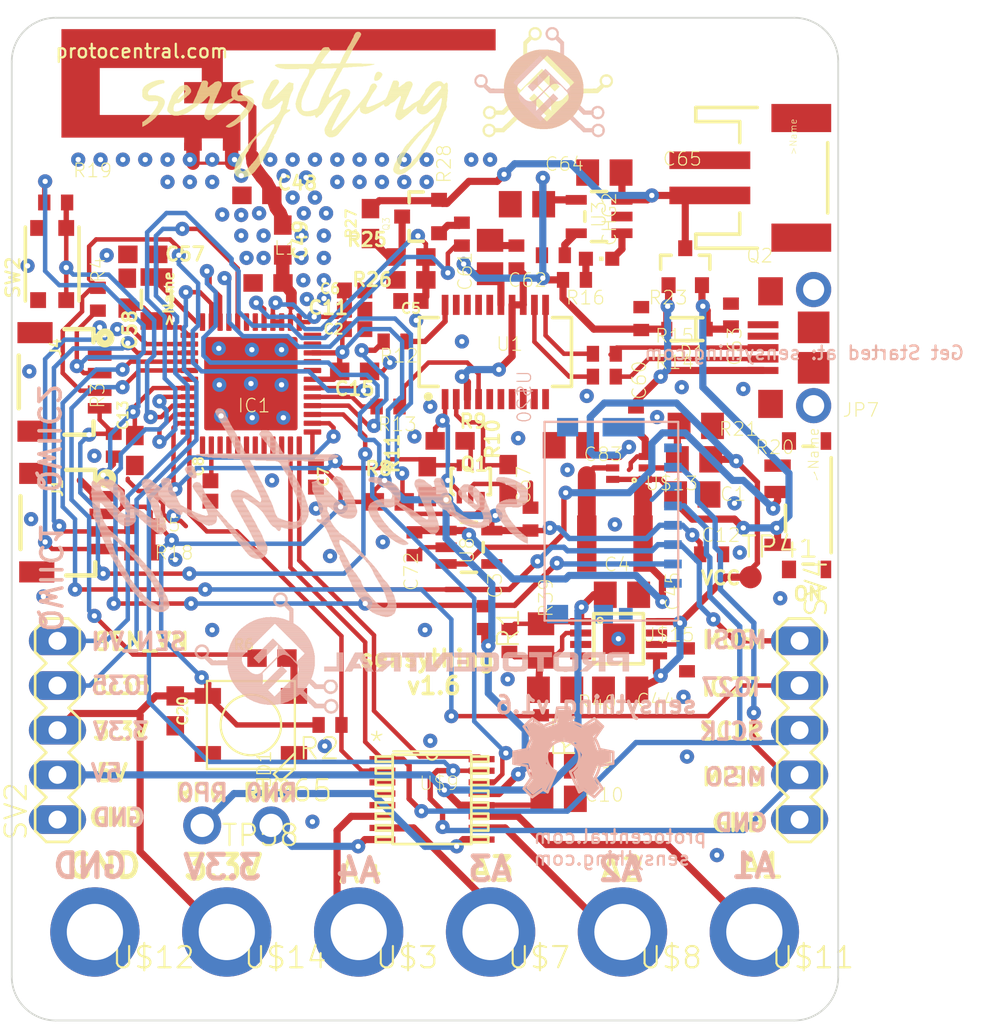
<source format=kicad_pcb>
(kicad_pcb (version 20171130) (host pcbnew "(5.1.6)-1")
  (layers (0 Top signal) (1 Route2 signal) (2 Route15 signal) (31 Bottom signal) (34 B.Paste user) (35 F.Paste user) (36 B.SilkS user) (37 F.SilkS user) (38 B.Mask user) (39 F.Mask user) (44 Edge.Cuts user))
  (net 0 "")
  (net 1 GND)
  (net 2 VBAT)
  (net 3 3.3V)
  (net 4 VUSB)
  (net 5 VIN)
  (net 6 +5V)
  (net 7 VCC)
  (net 8 SENSOR_CAPN)
  (net 9 IO12_STRAP)
  (net 10 /pc_sensything_v1.6_1/CHIP_PU)
  (net 11 "Net-(C49-Pad1)")
  (net 12 "Net-(C48-Pad1)")
  (net 13 "Net-(Q1-Pad5)")
  (net 14 /pc_sensything_v1.6_1/DTR)
  (net 15 "Net-(Q1-Pad2)")
  (net 16 /pc_sensything_v1.6_1/RTS)
  (net 17 /pc_sensything_v1.6_1/0)
  (net 18 /pc_sensything_v1.6_1/32K_XN)
  (net 19 /pc_sensything_v1.6_1/32K_XP)
  (net 20 /pc_sensything_v1.6_1/TXD)
  (net 21 /pc_sensything_v1.6_1/U0RXD)
  (net 22 /pc_sensything_v1.6_1/RXD)
  (net 23 /pc_sensything_v1.6_1/U0TXD)
  (net 24 "Net-(U1-Pad10)")
  (net 25 "Net-(U1-Pad9)")
  (net 26 "Net-(U1-Pad8)")
  (net 27 "Net-(U1-Pad7)")
  (net 28 /pc_sensything_v1.6_1/3.3V_F)
  (net 29 "Net-(U1-Pad5)")
  (net 30 "Net-(U1-Pad19)")
  (net 31 "Net-(U1-Pad18)")
  (net 32 "Net-(U1-Pad17)")
  (net 33 "Net-(R15-Pad2)")
  (net 34 "Net-(R14-Pad2)")
  (net 35 /pc_sensything_v1.6_1/D-)
  (net 36 /pc_sensything_v1.6_1/D+)
  (net 37 "Net-(JP7-Pad4)")
  (net 38 "Net-(Q3-Pad3)")
  (net 39 /pc_sensything_v1.6_1/BAT_MON)
  (net 40 "Net-(IC1-Pad48)")
  (net 41 "Net-(IC1-Pad47)")
  (net 42 "Net-(IC1-Pad45)")
  (net 43 "Net-(IC1-Pad44)")
  (net 44 /pc_sensything_v1.6_1/SDA)
  (net 45 /pc_sensything_v1.6_1/SCL)
  (net 46 /pc_sensything_v1.6_1/MISO)
  (net 47 /pc_sensything_v1.6_1/MOSI)
  (net 48 /pc_sensything_v1.6_1/SCLK)
  (net 49 "Net-(IC1-Pad34)")
  (net 50 "Net-(IC1-Pad33)")
  (net 51 "Net-(IC1-Pad32)")
  (net 52 "Net-(IC1-Pad31)")
  (net 53 "Net-(IC1-Pad30)")
  (net 54 "Net-(IC1-Pad29)")
  (net 55 "Net-(IC1-Pad28)")
  (net 56 "Net-(IC1-Pad27)")
  (net 57 "Net-(C8-Pad1)")
  (net 58 "Net-(IC1-Pad25)")
  (net 59 /pc_sensything_v1.6_1/~CS1)
  (net 60 "Net-(IC1-Pad22)")
  (net 61 /pc_sensything_v1.6_1/BUTTON)
  (net 62 /pc_sensything_v1.6_1/CS2)
  (net 63 /pc_sensything_v1.6_1/WS2812)
  (net 64 /pc_sensything_v1.6_1/CS3)
  (net 65 /pc_sensything_v1.6_1/SDA1)
  (net 66 /pc_sensything_v1.6_1/SCL1)
  (net 67 "Net-(IC1-Pad11)")
  (net 68 /pc_sensything_v1.6_1/~DRDY)
  (net 69 "Net-(IC1-Pad8)")
  (net 70 "Net-(IC1-Pad6)")
  (net 71 /pc_sensything_v1.6_1/AIN0)
  (net 72 /pc_sensything_v1.6_1/AIN1)
  (net 73 /pc_sensything_v1.6_1/REFP0)
  (net 74 /pc_sensything_v1.6_1/REFN0)
  (net 75 /pc_sensything_v1.6_1/AIN2)
  (net 76 /pc_sensything_v1.6_1/AIN3)
  (net 77 "Net-(SW2-PadA')")
  (net 78 "Net-(LED1-Pad4-DIN)")
  (net 79 "Net-(LED1-Pad2-DOUT)")
  (net 80 /pc_sensything_v1.6_1/MON_EN)
  (net 81 "Net-(U$20-Pad9)")
  (net 82 "Net-(U$20-Pad8)")
  (net 83 "Net-(U$20-Pad1)")
  (net 84 "Net-(U$1-PadP$2)")
  (net 85 "Net-(R20-Pad2)")
  (net 86 "Net-(C45-Pad1)")
  (net 87 "Net-(C3-Pad2)")
  (net 88 "Net-(U8-Pad4)")
  (net 89 /pc_sensything_v1.6_2/EN)
  (net 90 "Net-(R17-Pad2)")
  (net 91 "Net-(CHG2-PadC)")
  (net 92 "Net-(CHG2-PadA)")
  (module "" (layer Top) (at 161.5011 120.3036)
    (fp_text reference @HOLE0 hide)
    (fp_text value "" (at 0 0) (layer F.SilkS) (effects (font (size 1.27 1.27))))
    (pad "" np_thru_hole circle (at 0 0) (size 3.2 3.2) (drill 3.2) (layers *.Cu *.Mask))
  )
  (module "" (layer Top) (at 161.5011 80.2036)
    (fp_text reference @HOLE1 hide)
    (fp_text value "" (at 0 0) (layer F.SilkS) (effects (font (size 1.27 1.27))))
    (pad "" np_thru_hole circle (at 0 0) (size 3.2 3.2) (drill 3.2) (layers *.Cu *.Mask))
  )
  (module "" (layer Top) (at 131.6011 86.9036)
    (fp_text reference @HOLE2 hide)
    (fp_text value "" (at 0 0) (layer F.SilkS) (effects (font (size 1.27 1.27))))
    (pad "" np_thru_hole circle (at 0 0) (size 3.2 3.2) (drill 3.2) (layers *.Cu *.Mask))
  )
  (module pc_sensything_v1.6:QFN48 (layer Top) (at 138.6011 97.3036 270)
    (fp_text reference IC1 (at 1.7 0.8) (layer F.SilkS) (effects (font (size 0.77216 0.77216) (thickness 0.061772)) (justify left bottom)))
    (fp_text value ESP32-PICO-D4)
    (pad EXP smd roundrect (at 0 0 270) (size 5.3086 5.3086) (layers Top F.Mask) (roundrect_rratio 0.025) (net 1 GND))
    (pad 48 smd roundrect (at -2.75 -3.5 90) (size 0.3 1) (layers Top F.Mask) (roundrect_rratio 0.15) (net 40 "Net-(IC1-Pad48)"))
    (pad 47 smd roundrect (at -2.25 -3.5 90) (size 0.3 1) (layers Top F.Mask) (roundrect_rratio 0.15) (net 41 "Net-(IC1-Pad47)"))
    (pad 46 smd roundrect (at -1.75 -3.5 90) (size 0.3 1) (layers Top F.Mask) (roundrect_rratio 0.15) (net 3 3.3V))
    (pad 45 smd roundrect (at -1.25 -3.5 90) (size 0.3 1) (layers Top F.Mask) (roundrect_rratio 0.15) (net 42 "Net-(IC1-Pad45)"))
    (pad 44 smd roundrect (at -0.75 -3.5 90) (size 0.3 1) (layers Top F.Mask) (roundrect_rratio 0.15) (net 43 "Net-(IC1-Pad44)"))
    (pad 43 smd roundrect (at -0.25 -3.5 90) (size 0.3 1) (layers Top F.Mask) (roundrect_rratio 0.15) (net 3 3.3V))
    (pad 42 smd roundrect (at 0.25 -3.5 90) (size 0.3 1) (layers Top F.Mask) (roundrect_rratio 0.15) (net 44 /pc_sensything_v1.6_1/SDA))
    (pad 41 smd roundrect (at 0.75 -3.5 90) (size 0.3 1) (layers Top F.Mask) (roundrect_rratio 0.15) (net 23 /pc_sensything_v1.6_1/U0TXD))
    (pad 40 smd roundrect (at 1.25 -3.5 90) (size 0.3 1) (layers Top F.Mask) (roundrect_rratio 0.15) (net 21 /pc_sensything_v1.6_1/U0RXD))
    (pad 39 smd roundrect (at 1.75 -3.5 90) (size 0.3 1) (layers Top F.Mask) (roundrect_rratio 0.15) (net 45 /pc_sensything_v1.6_1/SCL))
    (pad 38 smd roundrect (at 2.25 -3.5 90) (size 0.3 1) (layers Top F.Mask) (roundrect_rratio 0.15) (net 46 /pc_sensything_v1.6_1/MISO))
    (pad 37 smd roundrect (at 2.75 -3.5 90) (size 0.3 1) (layers Top F.Mask) (roundrect_rratio 0.15) (net 3 3.3V))
    (pad 36 smd roundrect (at 3.5 -2.75) (size 0.3 1) (layers Top F.Mask) (roundrect_rratio 0.15) (net 47 /pc_sensything_v1.6_1/MOSI))
    (pad 35 smd roundrect (at 3.5 -2.25) (size 0.3 1) (layers Top F.Mask) (roundrect_rratio 0.15) (net 48 /pc_sensything_v1.6_1/SCLK))
    (pad 34 smd roundrect (at 3.5 -1.75) (size 0.3 1) (layers Top F.Mask) (roundrect_rratio 0.15) (net 49 "Net-(IC1-Pad34)"))
    (pad 33 smd roundrect (at 3.5 -1.25) (size 0.3 1) (layers Top F.Mask) (roundrect_rratio 0.15) (net 50 "Net-(IC1-Pad33)"))
    (pad 32 smd roundrect (at 3.5 -0.75) (size 0.3 1) (layers Top F.Mask) (roundrect_rratio 0.15) (net 51 "Net-(IC1-Pad32)"))
    (pad 31 smd roundrect (at 3.5 -0.25) (size 0.3 1) (layers Top F.Mask) (roundrect_rratio 0.15) (net 52 "Net-(IC1-Pad31)"))
    (pad 30 smd roundrect (at 3.5 0.25) (size 0.3 1) (layers Top F.Mask) (roundrect_rratio 0.15) (net 53 "Net-(IC1-Pad30)"))
    (pad 29 smd roundrect (at 3.5 0.75) (size 0.3 1) (layers Top F.Mask) (roundrect_rratio 0.15) (net 54 "Net-(IC1-Pad29)"))
    (pad 28 smd roundrect (at 3.5 1.25) (size 0.3 1) (layers Top F.Mask) (roundrect_rratio 0.15) (net 55 "Net-(IC1-Pad28)"))
    (pad 27 smd roundrect (at 3.5 1.75) (size 0.3 1) (layers Top F.Mask) (roundrect_rratio 0.15) (net 56 "Net-(IC1-Pad27)"))
    (pad 26 smd roundrect (at 3.5 2.25) (size 0.3 1) (layers Top F.Mask) (roundrect_rratio 0.15) (net 57 "Net-(C8-Pad1)"))
    (pad 25 smd roundrect (at 3.5 2.75) (size 0.3 1) (layers Top F.Mask) (roundrect_rratio 0.15) (net 58 "Net-(IC1-Pad25)"))
    (pad 24 smd roundrect (at 2.75 3.5 270) (size 0.3 1) (layers Top F.Mask) (roundrect_rratio 0.15) (net 59 /pc_sensything_v1.6_1/~CS1))
    (pad 23 smd roundrect (at 2.25 3.5 270) (size 0.3 1) (layers Top F.Mask) (roundrect_rratio 0.15) (net 17 /pc_sensything_v1.6_1/0))
    (pad 22 smd roundrect (at 1.75 3.5 270) (size 0.3 1) (layers Top F.Mask) (roundrect_rratio 0.15) (net 60 "Net-(IC1-Pad22)"))
    (pad 21 smd roundrect (at 1.25 3.5 270) (size 0.3 1) (layers Top F.Mask) (roundrect_rratio 0.15) (net 61 /pc_sensything_v1.6_1/BUTTON))
    (pad 20 smd roundrect (at 0.75 3.5 270) (size 0.3 1) (layers Top F.Mask) (roundrect_rratio 0.15) (net 62 /pc_sensything_v1.6_1/CS2))
    (pad 19 smd roundrect (at 0.25 3.5 270) (size 0.3 1) (layers Top F.Mask) (roundrect_rratio 0.15) (net 3 3.3V))
    (pad 18 smd roundrect (at -0.25 3.5 270) (size 0.3 1) (layers Top F.Mask) (roundrect_rratio 0.15) (net 9 IO12_STRAP))
    (pad 17 smd roundrect (at -0.75 3.5 270) (size 0.3 1) (layers Top F.Mask) (roundrect_rratio 0.15) (net 63 /pc_sensything_v1.6_1/WS2812))
    (pad 16 smd roundrect (at -1.25 3.5 270) (size 0.3 1) (layers Top F.Mask) (roundrect_rratio 0.15) (net 64 /pc_sensything_v1.6_1/CS3))
    (pad 15 smd roundrect (at -1.75 3.5 270) (size 0.3 1) (layers Top F.Mask) (roundrect_rratio 0.15) (net 65 /pc_sensything_v1.6_1/SDA1))
    (pad 14 smd roundrect (at -2.25 3.5 270) (size 0.3 1) (layers Top F.Mask) (roundrect_rratio 0.15) (net 66 /pc_sensything_v1.6_1/SCL1))
    (pad 13 smd roundrect (at -2.75 3.5 270) (size 0.3 1) (layers Top F.Mask) (roundrect_rratio 0.15) (net 18 /pc_sensything_v1.6_1/32K_XN))
    (pad 12 smd roundrect (at -3.5 2.75 180) (size 0.3 1) (layers Top F.Mask) (roundrect_rratio 0.15) (net 19 /pc_sensything_v1.6_1/32K_XP))
    (pad 11 smd roundrect (at -3.5 2.25 180) (size 0.3 1) (layers Top F.Mask) (roundrect_rratio 0.15) (net 67 "Net-(IC1-Pad11)"))
    (pad 10 smd roundrect (at -3.5 1.75 180) (size 0.3 1) (layers Top F.Mask) (roundrect_rratio 0.15) (net 68 /pc_sensything_v1.6_1/~DRDY))
    (pad 9 smd roundrect (at -3.5 1.25 180) (size 0.3 1) (layers Top F.Mask) (roundrect_rratio 0.15) (net 10 /pc_sensything_v1.6_1/CHIP_PU))
    (pad 8 smd roundrect (at -3.5 0.75 180) (size 0.3 1) (layers Top F.Mask) (roundrect_rratio 0.15) (net 69 "Net-(IC1-Pad8)"))
    (pad 7 smd roundrect (at -3.5 0.25 180) (size 0.3 1) (layers Top F.Mask) (roundrect_rratio 0.15) (net 8 SENSOR_CAPN))
    (pad 6 smd roundrect (at -3.5 -0.25 180) (size 0.3 1) (layers Top F.Mask) (roundrect_rratio 0.15) (net 70 "Net-(IC1-Pad6)"))
    (pad 5 smd roundrect (at -3.5 -0.75 180) (size 0.3 1) (layers Top F.Mask) (roundrect_rratio 0.15) (net 39 /pc_sensything_v1.6_1/BAT_MON))
    (pad 4 smd roundrect (at -3.5 -1.25 180) (size 0.3 1) (layers Top F.Mask) (roundrect_rratio 0.15) (net 3 3.3V))
    (pad 3 smd roundrect (at -3.5 -1.75 180) (size 0.3 1) (layers Top F.Mask) (roundrect_rratio 0.15) (net 3 3.3V))
    (pad 2 smd roundrect (at -3.5 -2.25 180) (size 0.3 1) (layers Top F.Mask) (roundrect_rratio 0.15) (net 11 "Net-(C49-Pad1)"))
    (pad 1 smd roundrect (at -3.5 -2.75 180) (size 0.3 1) (layers Top F.Mask) (roundrect_rratio 0.15) (net 3 3.3V))
  )
  (module pc_sensything_v1.6:0402 (layer Top) (at 144.5011 93.1036)
    (fp_text reference C11 (at -1.5 0.338) (layer F.SilkS) (effects (font (size 0.77216 0.77216) (thickness 0.154432)) (justify bottom)))
    (fp_text value 0.1uF)
    (pad 2 smd rect (at 0.58 0) (size 0.85 0.9) (layers Top F.Paste F.Mask) (net 1 GND))
    (pad 1 smd rect (at -0.58 0) (size 0.85 0.9) (layers Top F.Paste F.Mask) (net 3 3.3V))
  )
  (module pc_sensything_v1.6:0603 (layer Top) (at 144.5011 96.6036)
    (fp_text reference C15 (at 0 1.438) (layer F.SilkS) (effects (font (size 0.77216 0.77216) (thickness 0.154432)) (justify bottom)))
    (fp_text value 10uF)
    (pad 2 smd rect (at 0.85 0) (size 1.1 1) (layers Top F.Paste F.Mask) (net 1 GND))
    (pad 1 smd rect (at -0.85 0) (size 1.1 1) (layers Top F.Paste F.Mask) (net 3 3.3V))
  )
  (module pc_sensything_v1.6:0603 (layer Top) (at 146.4711 104.0236 180)
    (fp_text reference R8 (at 0.6 1.438) (layer F.SilkS) (effects (font (size 0.77216 0.77216) (thickness 0.154432)) (justify bottom)))
    (fp_text value 10k)
    (pad 2 smd rect (at 0.85 0 180) (size 1.1 1) (layers Top F.Paste F.Mask) (net 3 3.3V))
    (pad 1 smd rect (at -0.85 0 180) (size 1.1 1) (layers Top F.Paste F.Mask) (net 10 /pc_sensything_v1.6_1/CHIP_PU))
  )
  (module pc_sensything_v1.6:0603 (layer Top) (at 139.5761 91.5786 180)
    (fp_text reference L1 (at -0.289 1.538) (layer F.SilkS) (effects (font (size 0.77216 0.77216) (thickness 0.061772)) (justify left bottom)))
    (fp_text value 2.7nH)
    (pad 2 smd rect (at 0.85 0 180) (size 1.1 1) (layers Top F.Paste F.Mask) (net 1 GND))
    (pad 1 smd rect (at -0.85 0 180) (size 1.1 1) (layers Top F.Paste F.Mask) (net 11 "Net-(C49-Pad1)"))
  )
  (module pc_sensything_v1.6:0603 (layer Top) (at 138.9411 86.5986 180)
    (fp_text reference C48 (at -2.3 0.238) (layer F.SilkS) (effects (font (size 0.77216 0.77216) (thickness 0.154432)) (justify bottom)))
    (fp_text value 2.4pF)
    (pad 2 smd rect (at 0.85 0 180) (size 1.1 1) (layers Top F.Paste F.Mask) (net 1 GND))
    (pad 1 smd rect (at -0.85 0 180) (size 1.1 1) (layers Top F.Paste F.Mask) (net 12 "Net-(C48-Pad1)"))
  )
  (module pc_sensything_v1.6:0603 (layer Top) (at 140.4143 89.1386 90)
    (fp_text reference C49 (at 0 1.438 90) (layer F.SilkS) (effects (font (size 0.77216 0.77216) (thickness 0.154432)) (justify bottom)))
    (fp_text value 5.6pF)
    (pad 2 smd rect (at 0.85 0 90) (size 1.1 1) (layers Top F.Paste F.Mask) (net 12 "Net-(C48-Pad1)"))
    (pad 1 smd rect (at -0.85 0 90) (size 1.1 1) (layers Top F.Paste F.Mask) (net 11 "Net-(C49-Pad1)"))
  )
  (module pc_sensything_v1.6:TRACE_ANTENNA_2.4GHZ_25.7MM_TUNED (layer Top) (at 138.6871 84.0586)
    (fp_text reference E1 hide)
    (fp_text value ANTENNA hide)
    (fp_poly (pts (xy -0.23 0) (xy -0.23 -2.28) (xy -0.73 -2.69) (xy -3.88 -2.69) (xy -3.88 -3.9) (xy -2.88 -3.9) (xy -2.88 -4.7) (xy -8.68 -4.7) (xy -8.68 -2.03) (xy -0.68 -2.03) (xy -0.68 0) (xy -1.68 0) (xy -1.68 -0.7) (xy -2.88 -0.7) (xy -2.88 0) (xy -3.88 0) (xy -3.88 -0.74) (xy -10.86 -0.74) (xy -10.86 -6.91) (xy 13.831 -6.91) (xy 13.831 -5.7) (xy -1.68 -5.7) (xy -1.68 -3.9) (xy -0.68 -3.9) (xy -0.68 -3.29) (xy 0.23 -2.53) (xy 0.23 0)) (layer Top) (width 0))
    (pad GND2 smd rect (at -3.38 -0.23) (size 1 0.46) (layers Top F.Mask) (net 1 GND))
    (pad GND smd rect (at -1.18 -0.23) (size 1 0.46) (layers Top F.Mask) (net 1 GND))
    (pad ANT smd rect (at 0 -0.23) (size 0.46 0.46) (layers Top F.Mask) (net 12 "Net-(C48-Pad1)"))
  )
  (module pc_sensything_v1.6:0603 (layer Top) (at 149.9311 100.5536)
    (fp_text reference R9 (at 1.3 -0.662) (layer F.SilkS) (effects (font (size 0.77216 0.77216) (thickness 0.154432)) (justify bottom)))
    (fp_text value 10k)
    (pad 2 smd rect (at 0.85 0) (size 1.1 1) (layers Top F.Paste F.Mask) (net 13 "Net-(Q1-Pad5)"))
    (pad 1 smd rect (at -0.85 0) (size 1.1 1) (layers Top F.Paste F.Mask) (net 14 /pc_sensything_v1.6_1/DTR))
  )
  (module pc_sensything_v1.6:0603 (layer Top) (at 153.2311 102.7536 270)
    (fp_text reference R10 (at -2.3 0.438 90) (layer F.SilkS) (effects (font (size 0.77216 0.77216) (thickness 0.154432)) (justify bottom)))
    (fp_text value 10k)
    (pad 2 smd rect (at 0.85 0 270) (size 1.1 1) (layers Top F.Paste F.Mask) (net 15 "Net-(Q1-Pad2)"))
    (pad 1 smd rect (at -0.85 0 270) (size 1.1 1) (layers Top F.Paste F.Mask) (net 16 /pc_sensything_v1.6_1/RTS))
  )
  (module pc_sensything_v1.6:SC70-6 (layer Top) (at 151.1011 102.8636)
    (fp_text reference Q1 (at 0.2 -0.523) (layer F.SilkS) (effects (font (size 0.77216 0.77216) (thickness 0.154432)) (justify bottom)))
    (fp_text value MBT3904DW1T1)
    (pad 6 smd rect (at -0.65 -0.92) (size 0.3 0.66) (layers Top F.Paste F.Mask) (net 17 /pc_sensything_v1.6_1/0))
    (pad 5 smd rect (at 0 -0.92) (size 0.3 0.66) (layers Top F.Paste F.Mask) (net 13 "Net-(Q1-Pad5)"))
    (pad 3 smd rect (at 0.65 0.92 180) (size 0.3 0.66) (layers Top F.Paste F.Mask) (net 10 /pc_sensything_v1.6_1/CHIP_PU))
    (pad 1 smd rect (at -0.65 0.92 180) (size 0.3 0.66) (layers Top F.Paste F.Mask) (net 14 /pc_sensything_v1.6_1/DTR))
    (pad 2 smd rect (at 0 0.92 180) (size 0.3 0.66) (layers Top F.Paste F.Mask) (net 15 "Net-(Q1-Pad2)"))
    (pad 4 smd rect (at 0.65 -0.92) (size 0.3 0.66) (layers Top F.Paste F.Mask) (net 16 /pc_sensything_v1.6_1/RTS))
  )
  (module pc_sensything_v1.6:CRYSTAL-SMD-3.2X1.5MM (layer Top) (at 133.2261 92.4936 270)
    (fp_text reference Y1 hide)
    (fp_text value 32.768kHz hide)
    (fp_text user >Name (at 0 -1.043 270) (layer F.SilkS) (effects (font (size 0.57912 0.57912) (thickness 0.12192)) (justify bottom)))
    (pad P$2 smd rect (at 1.25 0 270) (size 1 1.8) (layers Top F.Paste F.Mask) (net 18 /pc_sensything_v1.6_1/32K_XN))
    (pad P$1 smd rect (at -1.25 0 270) (size 1 1.8) (layers Top F.Paste F.Mask) (net 19 /pc_sensything_v1.6_1/32K_XP))
  )
  (module pc_sensything_v1.6:0603 (layer Top) (at 132.4561 89.9536)
    (fp_text reference C57 (at 2.4 0.438) (layer F.SilkS) (effects (font (size 0.77216 0.77216) (thickness 0.154432)) (justify bottom)))
    (fp_text value 15pF)
    (pad 2 smd rect (at 0.85 0) (size 1.1 1) (layers Top F.Paste F.Mask) (net 19 /pc_sensything_v1.6_1/32K_XP))
    (pad 1 smd rect (at -0.85 0) (size 1.1 1) (layers Top F.Paste F.Mask) (net 1 GND))
  )
  (module pc_sensything_v1.6:0603 (layer Top) (at 131.5711 92.1586 270)
    (fp_text reference C58 (at 2.09 -0.598 90) (layer F.SilkS) (effects (font (size 0.77216 0.77216) (thickness 0.154432)) (justify bottom)))
    (fp_text value 15pF)
    (pad 2 smd rect (at 0.85 0 270) (size 1.1 1) (layers Top F.Paste F.Mask) (net 18 /pc_sensything_v1.6_1/32K_XN))
    (pad 1 smd rect (at -0.85 0 270) (size 1.1 1) (layers Top F.Paste F.Mask) (net 1 GND))
  )
  (module pc_sensything_v1.6:0603 (layer Top) (at 148.6311 102.8736 270)
    (fp_text reference R11 (at -1.6 1.538 90) (layer F.SilkS) (effects (font (size 0.77216 0.77216) (thickness 0.154432)) (justify bottom)))
    (fp_text value 10k)
    (pad 2 smd rect (at 0.85 0 270) (size 1.1 1) (layers Top F.Paste F.Mask) (net 3 3.3V))
    (pad 1 smd rect (at -0.85 0 270) (size 1.1 1) (layers Top F.Paste F.Mask) (net 17 /pc_sensything_v1.6_1/0))
  )
  (module pc_sensything_v1.6:R0402 (layer Top) (at 146.8011 94.9036)
    (fp_text reference R12 (at -0.935 1.265) (layer F.SilkS) (effects (font (size 0.77216 0.77216) (thickness 0.061772)) (justify left bottom)))
    (fp_text value 1K)
    (pad 2 smd rect (at 0.65 0) (size 0.7 0.9) (layers Top F.Paste F.Mask) (net 20 /pc_sensything_v1.6_1/TXD))
    (pad 1 smd rect (at -0.65 0) (size 0.7 0.9) (layers Top F.Paste F.Mask) (net 21 /pc_sensything_v1.6_1/U0RXD))
  )
  (module pc_sensything_v1.6:R0402 (layer Top) (at 146.4011 98.6036)
    (fp_text reference R13 (at -0.635 1.465) (layer F.SilkS) (effects (font (size 0.77216 0.77216) (thickness 0.061772)) (justify left bottom)))
    (fp_text value 1K)
    (pad 2 smd rect (at 0.65 0) (size 0.7 0.9) (layers Top F.Paste F.Mask) (net 22 /pc_sensything_v1.6_1/RXD))
    (pad 1 smd rect (at -0.65 0) (size 0.7 0.9) (layers Top F.Paste F.Mask) (net 23 /pc_sensything_v1.6_1/U0TXD))
  )
  (module pc_sensything_v1.6:C0402 (layer Top) (at 160.5011 99.3036 270)
    (fp_text reference C60 (at -1.035 -0.635 90) (layer F.SilkS) (effects (font (size 0.77216 0.77216) (thickness 0.061772)) (justify left bottom)))
    (fp_text value 0.1uF)
    (pad 2 smd rect (at 0.65 0 270) (size 0.7 0.9) (layers Top F.Paste F.Mask) (net 1 GND))
    (pad 1 smd rect (at -0.65 0 270) (size 0.7 0.9) (layers Top F.Paste F.Mask) (net 4 VUSB))
  )
  (module pc_sensything_v1.6:C0805 (layer Top) (at 152.2011 90.1036 90)
    (fp_text reference C61 (at -1.97 -0.97 90) (layer F.SilkS) (effects (font (size 0.77216 0.77216) (thickness 0.061772)) (justify left bottom)))
    (fp_text value 10uF)
    (pad 2 smd rect (at 0.95 0 90) (size 1.3 1.5) (layers Top F.Paste F.Mask) (net 1 GND))
    (pad 1 smd rect (at -0.95 0 90) (size 1.3 1.5) (layers Top F.Paste F.Mask) (net 4 VUSB))
  )
  (module pc_sensything_v1.6:SSOP20_L (layer Top) (at 152.5011 95.5036)
    (fp_text reference U1 (at 0 0) (layer F.SilkS) (effects (font (size 0.77216 0.77216) (thickness 0.061772)) (justify left bottom)))
    (fp_text value FTS31XS-U)
    (pad 10 smd rect (at 2.8575 2.6797 180) (size 0.381 1.143) (layers Top F.Paste F.Mask) (net 24 "Net-(U1-Pad10)"))
    (pad 9 smd rect (at 2.2225 2.6797 180) (size 0.381 1.143) (layers Top F.Paste F.Mask) (net 25 "Net-(U1-Pad9)"))
    (pad 8 smd rect (at 1.5875 2.6797 180) (size 0.381 1.143) (layers Top F.Paste F.Mask) (net 26 "Net-(U1-Pad8)"))
    (pad 7 smd rect (at 0.9525 2.6797 180) (size 0.381 1.143) (layers Top F.Paste F.Mask) (net 27 "Net-(U1-Pad7)"))
    (pad 1 smd rect (at -2.8575 2.6797 180) (size 0.381 1.143) (layers Top F.Paste F.Mask) (net 14 /pc_sensything_v1.6_1/DTR))
    (pad 2 smd rect (at -2.2225 2.6797 180) (size 0.381 1.143) (layers Top F.Paste F.Mask) (net 16 /pc_sensything_v1.6_1/RTS))
    (pad 3 smd rect (at -1.5875 2.6797 180) (size 0.381 1.143) (layers Top F.Paste F.Mask) (net 28 /pc_sensything_v1.6_1/3.3V_F))
    (pad 4 smd rect (at -0.9525 2.6797 180) (size 0.381 1.143) (layers Top F.Paste F.Mask) (net 22 /pc_sensything_v1.6_1/RXD))
    (pad 5 smd rect (at -0.3175 2.6797 180) (size 0.381 1.143) (layers Top F.Paste F.Mask) (net 29 "Net-(U1-Pad5)"))
    (pad 6 smd rect (at 0.3175 2.6797 180) (size 0.381 1.143) (layers Top F.Paste F.Mask) (net 1 GND))
    (pad 20 smd rect (at -2.8575 -2.6797) (size 0.381 1.143) (layers Top F.Paste F.Mask) (net 20 /pc_sensything_v1.6_1/TXD))
    (pad 19 smd rect (at -2.2225 -2.6797) (size 0.381 1.143) (layers Top F.Paste F.Mask) (net 30 "Net-(U1-Pad19)"))
    (pad 18 smd rect (at -1.5875 -2.6797) (size 0.381 1.143) (layers Top F.Paste F.Mask) (net 31 "Net-(U1-Pad18)"))
    (pad 17 smd rect (at -0.9525 -2.6797) (size 0.381 1.143) (layers Top F.Paste F.Mask) (net 32 "Net-(U1-Pad17)"))
    (pad 11 smd rect (at 2.8575 -2.6797) (size 0.381 1.143) (layers Top F.Paste F.Mask) (net 33 "Net-(R15-Pad2)"))
    (pad 12 smd rect (at 2.2225 -2.6797) (size 0.381 1.143) (layers Top F.Paste F.Mask) (net 34 "Net-(R14-Pad2)"))
    (pad 13 smd rect (at 1.5875 -2.6797) (size 0.381 1.143) (layers Top F.Paste F.Mask) (net 28 /pc_sensything_v1.6_1/3.3V_F))
    (pad 14 smd rect (at 0.9525 -2.6797) (size 0.381 1.143) (layers Top F.Paste F.Mask) (net 28 /pc_sensything_v1.6_1/3.3V_F))
    (pad 15 smd rect (at 0.3175 -2.6797) (size 0.381 1.143) (layers Top F.Paste F.Mask) (net 4 VUSB))
    (pad 16 smd rect (at -0.3175 -2.6797) (size 0.381 1.143) (layers Top F.Paste F.Mask) (net 1 GND))
  )
  (module pc_sensything_v1.6:R0402 (layer Top) (at 158.7011 96.9036 180)
    (fp_text reference R14 (at -2.835 0.365) (layer F.SilkS) (effects (font (size 0.77216 0.77216) (thickness 0.061772)) (justify left bottom)))
    (fp_text value 27)
    (pad 2 smd rect (at 0.65 0 180) (size 0.7 0.9) (layers Top F.Paste F.Mask) (net 34 "Net-(R14-Pad2)"))
    (pad 1 smd rect (at -0.65 0 180) (size 0.7 0.9) (layers Top F.Paste F.Mask) (net 35 /pc_sensything_v1.6_1/D-))
  )
  (module pc_sensything_v1.6:R0402 (layer Top) (at 158.7011 95.6036 180)
    (fp_text reference R15 (at -2.835 0.565) (layer F.SilkS) (effects (font (size 0.77216 0.77216) (thickness 0.061772)) (justify left bottom)))
    (fp_text value 27)
    (pad 2 smd rect (at 0.65 0 180) (size 0.7 0.9) (layers Top F.Paste F.Mask) (net 33 "Net-(R15-Pad2)"))
    (pad 1 smd rect (at -0.65 0 180) (size 0.7 0.9) (layers Top F.Paste F.Mask) (net 36 /pc_sensything_v1.6_1/D+))
  )
  (module pc_sensything_v1.6:C0402 (layer Top) (at 153.7011 90.1036 90)
    (fp_text reference C62 (at -1.765 -0.535) (layer F.SilkS) (effects (font (size 0.77216 0.77216) (thickness 0.061772)) (justify left bottom)))
    (fp_text value 0.1uF)
    (pad 2 smd rect (at 0.65 0 90) (size 0.7 0.9) (layers Top F.Paste F.Mask) (net 1 GND))
    (pad 1 smd rect (at -0.65 0 90) (size 0.7 0.9) (layers Top F.Paste F.Mask) (net 28 /pc_sensything_v1.6_1/3.3V_F))
  )
  (module pc_sensything_v1.6:C0402 (layer Top) (at 165.9011 93.4036 90)
    (fp_text reference C63 (at -2.935 0.665 90) (layer F.SilkS) (effects (font (size 0.77216 0.77216) (thickness 0.061772)) (justify left bottom)))
    (fp_text value 1.0uF)
    (pad 2 smd rect (at 0.65 0 90) (size 0.7 0.9) (layers Top F.Paste F.Mask) (net 1 GND))
    (pad 1 smd rect (at -0.65 0 90) (size 0.7 0.9) (layers Top F.Paste F.Mask) (net 5 VIN))
  )
  (module pc_sensything_v1.6:SOD-323 (layer Top) (at 163.4011 94.2036 180)
    (fp_text reference D1 (at 0.489 -1.784) (layer F.SilkS) (effects (font (size 0.77216 0.77216) (thickness 0.061772)) (justify left bottom)))
    (fp_text value BAT20J)
    (pad A smd rect (at 1.15 0 180) (size 0.63 0.83) (layers Top F.Paste F.Mask) (net 4 VUSB))
    (pad C smd rect (at -1.15 0 180) (size 0.63 0.83) (layers Top F.Paste F.Mask) (net 5 VIN))
  )
  (module pc_sensything_v1.6:SWITCH-SPST-SMD-A (layer Top) (at 170.3011 104.212807 270)
    (fp_text reference S2 hide)
    (fp_text value PCM12SMTR hide)
    (fp_text user >Name (at -1.27 -0.635 270) (layer F.SilkS) (effects (font (size 0.57912 0.57912) (thickness 0.048768)) (justify left bottom)))
    (pad "" np_thru_hole circle (at 1.5 0 270) (size 0.9 0.9) (drill 0.9) (layers *.Cu *.Mask))
    (pad "" np_thru_hole circle (at -1.5 0 270) (size 0.9 0.9) (drill 0.9) (layers *.Cu *.Mask))
    (pad GND4 smd rect (at 3.65 1.1 270) (size 1 0.8) (layers Top F.Paste F.Mask))
    (pad GND3 smd rect (at 3.65 -1 270) (size 1 0.6) (layers Top F.Paste F.Mask))
    (pad GND2 smd rect (at -3.65 1.1 270) (size 1 0.8) (layers Top F.Paste F.Mask))
    (pad GND1 smd rect (at -3.65 -1 270) (size 1 0.6) (layers Top F.Paste F.Mask))
    (pad 3 smd rect (at 2.25 1.75 90) (size 0.7 1.5) (layers Top F.Paste F.Mask) (net 5 VIN))
    (pad 2 smd rect (at -0.75 1.75 90) (size 0.7 1.5) (layers Top F.Paste F.Mask) (net 89 /pc_sensything_v1.6_2/EN))
    (pad 1 smd rect (at -2.25 1.75 90) (size 0.7 1.5) (layers Top F.Paste F.Mask) (net 1 GND))
  )
  (module pc_sensything_v1.6:MICRO-B (layer Top) (at 170.7011 95.3036 90)
    (fp_text reference JP7 (at -3.95 1.5) (layer F.SilkS) (effects (font (size 0.77216 0.77216) (thickness 0.061772)) (justify left bottom)))
    (fp_text value MICRO-B)
    (pad P$6 smd rect (at 3.25 -2.55 90) (size 1.6 1.4) (layers Top F.Paste F.Mask) (net 1 GND))
    (pad P$5 smd rect (at -3.15 -2.55 90) (size 1.6 1.4) (layers Top F.Paste F.Mask) (net 1 GND))
    (pad P$2 smd rect (at 1.2 -0.1 180) (size 1.8 1.8) (layers Top F.Paste F.Mask))
    (pad P$1 smd rect (at -1.1 -0.1) (size 1.8 1.8) (layers Top F.Paste F.Mask))
    (pad P$4 thru_hole circle (at 3.35 -0.1 90) (size 2 2) (drill 1.2) (layers *.Cu *.Mask))
    (pad P$3 thru_hole circle (at -3.25 -0.1 90) (size 2 2) (drill 1.2) (layers *.Cu *.Mask))
    (pad 2 smd rect (at -0.6 -2.975 180) (size 1.75 0.4) (layers Top F.Paste F.Mask) (net 35 /pc_sensything_v1.6_1/D-))
    (pad 3 smd rect (at 0.05 -2.975 180) (size 1.75 0.4) (layers Top F.Paste F.Mask) (net 36 /pc_sensything_v1.6_1/D+))
    (pad 4 smd rect (at 0.7 -2.975 180) (size 1.75 0.4) (layers Top F.Paste F.Mask) (net 37 "Net-(JP7-Pad4)"))
    (pad 1 smd rect (at -1.25 -2.975 180) (size 1.75 0.4) (layers Top F.Paste F.Mask) (net 4 VUSB))
    (pad 5 smd rect (at 1.35 -2.975 180) (size 1.75 0.4) (layers Top F.Paste F.Mask) (net 1 GND))
  )
  (module pc_sensything_v1.6:SOT23-5 (layer Top) (at 158.4011 87.8036 90)
    (fp_text reference U3 (at -0.689 0.441 90) (layer F.SilkS) (effects (font (size 0.77216 0.77216) (thickness 0.061772)) (justify left bottom)))
    (fp_text value MCP73831)
    (pad 5 smd rect (at -0.95 -1.3001 90) (size 0.55 1.2) (layers Top F.Paste F.Mask) (net 90 "Net-(R17-Pad2)"))
    (pad 4 smd rect (at 0.95 -1.3001 90) (size 0.55 1.2) (layers Top F.Paste F.Mask) (net 4 VUSB))
    (pad 3 smd rect (at 0.95 1.3001 90) (size 0.55 1.2) (layers Top F.Paste F.Mask) (net 2 VBAT))
    (pad 2 smd rect (at 0 1.3001 90) (size 0.55 1.2) (layers Top F.Paste F.Mask) (net 1 GND))
    (pad 1 smd rect (at -0.95 1.3001 90) (size 0.55 1.2) (layers Top F.Paste F.Mask) (net 91 "Net-(CHG2-PadC)"))
  )
  (module pc_sensything_v1.6:C0805 (layer Top) (at 154.3011 87.1036 180)
    (fp_text reference C64 (at -0.97 1.83) (layer F.SilkS) (effects (font (size 0.77216 0.77216) (thickness 0.061772)) (justify left bottom)))
    (fp_text value 4.7u)
    (pad 2 smd rect (at 0.95 0 180) (size 1.3 1.5) (layers Top F.Paste F.Mask) (net 1 GND))
    (pad 1 smd rect (at -0.95 0 180) (size 1.3 1.5) (layers Top F.Paste F.Mask) (net 4 VUSB))
  )
  (module pc_sensything_v1.6:C0805 (layer Top) (at 158.7011 85.3036 180)
    (fp_text reference C65 (at -3.27 0.33) (layer F.SilkS) (effects (font (size 0.77216 0.77216) (thickness 0.061772)) (justify left bottom)))
    (fp_text value 4.7u hide)
    (pad 2 smd rect (at 0.95 0 180) (size 1.3 1.5) (layers Top F.Paste F.Mask) (net 1 GND))
    (pad 1 smd rect (at -0.95 0 180) (size 1.3 1.5) (layers Top F.Paste F.Mask) (net 2 VBAT))
  )
  (module pc_sensything_v1.6:CHIPLED_0603 (layer Top) (at 158.4011 90.2036 270)
    (fp_text reference CHG2 (at -0.67 -1.035 90) (layer F.SilkS) (effects (font (size 0.77216 0.77216) (thickness 0.061772)) (justify left bottom)))
    (fp_text value RED)
    (pad A smd rect (at 0 0.75 270) (size 0.8 0.8) (layers Top F.Paste F.Mask) (net 92 "Net-(CHG2-PadA)"))
    (pad C smd rect (at 0 -0.75 270) (size 0.8 0.8) (layers Top F.Paste F.Mask) (net 91 "Net-(CHG2-PadC)"))
  )
  (module pc_sensything_v1.6:R0402 (layer Top) (at 157.0011 91.4036)
    (fp_text reference R16 (at -0.535 1.465) (layer F.SilkS) (effects (font (size 0.77216 0.77216) (thickness 0.061772)) (justify left bottom)))
    (fp_text value 330R)
    (pad 2 smd rect (at 0.65 0) (size 0.7 0.9) (layers Top F.Paste F.Mask) (net 92 "Net-(CHG2-PadA)"))
    (pad 1 smd rect (at -0.65 0) (size 0.7 0.9) (layers Top F.Paste F.Mask) (net 4 VUSB))
  )
  (module pc_sensything_v1.6:R0402 (layer Top) (at 155.8011 90.0036)
    (fp_text reference R17 hide)
    (fp_text value 1k)
    (pad 2 smd rect (at 0.65 0) (size 0.7 0.9) (layers Top F.Paste F.Mask) (net 90 "Net-(R17-Pad2)"))
    (pad 1 smd rect (at -0.65 0) (size 0.7 0.9) (layers Top F.Paste F.Mask) (net 1 GND))
  )
  (module pc_sensything_v1.6:SOT23-3 (layer Top) (at 163.3011 90.7036)
    (fp_text reference Q2 (at 3.4255 -0.222) (layer F.SilkS) (effects (font (size 0.77216 0.77216) (thickness 0.061772)) (justify left bottom)))
    (fp_text value 2.5A/30V)
    (pad 3 smd rect (at 0 -1.1) (size 0.8 0.9) (layers Top F.Paste F.Mask) (net 2 VBAT))
    (pad 2 smd rect (at 0.95 1) (size 0.8 0.9) (layers Top F.Paste F.Mask) (net 5 VIN))
    (pad 1 smd rect (at -0.95 1) (size 0.8 0.9) (layers Top F.Paste F.Mask) (net 4 VUSB))
  )
  (module pc_sensything_v1.6:R0402 (layer Top) (at 160.8011 93.6036 270)
    (fp_text reference R23 (at -0.735 -0.365) (layer F.SilkS) (effects (font (size 0.77216 0.77216) (thickness 0.061772)) (justify left bottom)))
    (fp_text value 10K)
    (pad 2 smd rect (at 0.65 0 270) (size 0.7 0.9) (layers Top F.Paste F.Mask) (net 4 VUSB))
    (pad 1 smd rect (at -0.65 0 270) (size 0.7 0.9) (layers Top F.Paste F.Mask) (net 1 GND))
  )
  (module pc_sensything_v1.6:PROTY_WITH_TEXT@1 (layer Bottom) (at 160.1011 115.7036 180)
    (fp_text reference U$26 hide)
    (fp_text value PROTY_LOGO_WITH_TEXT hide)
  )
  (module pc_sensything_v1.6:OSHW_FILLX200_NOTEXT (layer Bottom) (at 159.2011 120.8036 180)
    (fp_text reference LOGO2 hide)
    (fp_text value OSHW_LOGO_FILLX0200-NT hide)
  )
  (module pc_sensything_v1.6:0603 (layer Top) (at 147.7011 90.1036 180)
    (fp_text reference R25 (at 2.5 0.538) (layer F.SilkS) (effects (font (size 0.77216 0.77216) (thickness 0.154432)) (justify bottom)))
    (fp_text value 10k)
    (pad 2 smd rect (at 0.85 0 180) (size 1.1 1) (layers Top F.Paste F.Mask) (net 38 "Net-(Q3-Pad3)"))
    (pad 1 smd rect (at -0.85 0 180) (size 1.1 1) (layers Top F.Paste F.Mask) (net 39 /pc_sensything_v1.6_1/BAT_MON))
  )
  (module pc_sensything_v1.6:0603 (layer Top) (at 147.7011 91.4036)
    (fp_text reference R26 (at -2.2 0.438) (layer F.SilkS) (effects (font (size 0.77216 0.77216) (thickness 0.154432)) (justify bottom)))
    (fp_text value 10k)
    (pad 2 smd rect (at 0.85 0) (size 1.1 1) (layers Top F.Paste F.Mask) (net 39 /pc_sensything_v1.6_1/BAT_MON))
    (pad 1 smd rect (at -0.85 0) (size 1.1 1) (layers Top F.Paste F.Mask) (net 1 GND))
  )
  (module pc_sensything_v1.6:C0402 (layer Top) (at 154.5011 105.0036 90)
    (fp_text reference C67 (at 0.765 0.065 90) (layer F.SilkS) (effects (font (size 0.77216 0.77216) (thickness 0.061772)) (justify left bottom)))
    (fp_text value 2.2uF)
    (pad 2 smd rect (at 0.65 0 90) (size 0.7 0.9) (layers Top F.Paste F.Mask) (net 1 GND))
    (pad 1 smd rect (at -0.65 0 90) (size 0.7 0.9) (layers Top F.Paste F.Mask) (net 3 3.3V))
  )
  (module pc_sensything_v1.6:SOT23-5 (layer Top) (at 151.0011 106.6036 270)
    (fp_text reference U8 (at 0.989 -0.341 90) (layer F.SilkS) (effects (font (size 0.77216 0.77216) (thickness 0.061772)) (justify left bottom)))
    (fp_text value AP2112K-3.3V)
    (pad 5 smd rect (at -0.95 -1.3001 270) (size 0.55 1.2) (layers Top F.Paste F.Mask) (net 3 3.3V))
    (pad 4 smd rect (at 0.95 -1.3001 270) (size 0.55 1.2) (layers Top F.Paste F.Mask) (net 88 "Net-(U8-Pad4)"))
    (pad 3 smd rect (at 0.95 1.3001 270) (size 0.55 1.2) (layers Top F.Paste F.Mask) (net 89 /pc_sensything_v1.6_2/EN))
    (pad 2 smd rect (at 0 1.3001 270) (size 0.55 1.2) (layers Top F.Paste F.Mask) (net 1 GND))
    (pad 1 smd rect (at -0.95 1.3001 270) (size 0.55 1.2) (layers Top F.Paste F.Mask) (net 5 VIN))
  )
  (module pc_sensything_v1.6:C0402 (layer Top) (at 147.9011 106.4036 90)
    (fp_text reference C72 (at -2.735 0.265 90) (layer F.SilkS) (effects (font (size 0.77216 0.77216) (thickness 0.061772)) (justify left bottom)))
    (fp_text value 1u)
    (pad 2 smd rect (at 0.65 0 90) (size 0.7 0.9) (layers Top F.Paste F.Mask) (net 5 VIN))
    (pad 1 smd rect (at -0.65 0 90) (size 0.7 0.9) (layers Top F.Paste F.Mask) (net 1 GND))
  )
  (module pc_sensything_v1.6:TSSOP-16 (layer Top) (at 148.9011 121.3036)
    (fp_text reference U$9 (at -0.7702 -0.835) (layer F.SilkS) (effects (font (size 0.77216 0.77216) (thickness 0.046329)) (justify left bottom)))
    (fp_text value ADS1220)
    (fp_text user * (at -3.6576 -2.8846) (layer F.SilkS) (effects (font (size 1.2065 1.2065) (thickness 0.0762)) (justify left bottom)))
    (pad 16 smd rect (at 2.8194 -2.656) (size 1.4732 0.3556) (layers Top F.Paste F.Mask) (net 47 /pc_sensything_v1.6_1/MOSI))
    (pad 15 smd rect (at 2.8194 -1.9956) (size 1.4732 0.3556) (layers Top F.Paste F.Mask) (net 46 /pc_sensything_v1.6_1/MISO))
    (pad 14 smd rect (at 2.8194 -1.3352) (size 1.4732 0.3556) (layers Top F.Paste F.Mask) (net 68 /pc_sensything_v1.6_1/~DRDY))
    (pad 13 smd rect (at 2.8194 -0.7002) (size 1.4732 0.3556) (layers Top F.Paste F.Mask) (net 3 3.3V))
    (pad 12 smd rect (at 2.8194 -0.0398) (size 1.4732 0.3556) (layers Top F.Paste F.Mask) (net 6 +5V))
    (pad 11 smd rect (at 2.8194 0.5952) (size 1.4732 0.3556) (layers Top F.Paste F.Mask) (net 71 /pc_sensything_v1.6_1/AIN0))
    (pad 10 smd rect (at 2.8194 1.2556) (size 1.4732 0.3556) (layers Top F.Paste F.Mask) (net 72 /pc_sensything_v1.6_1/AIN1))
    (pad 9 smd rect (at 2.8194 1.916) (size 1.4732 0.3556) (layers Top F.Paste F.Mask) (net 73 /pc_sensything_v1.6_1/REFP0))
    (pad 8 smd rect (at -2.8194 1.916) (size 1.4732 0.3556) (layers Top F.Paste F.Mask) (net 74 /pc_sensything_v1.6_1/REFN0))
    (pad 7 smd rect (at -2.8194 1.2556) (size 1.4732 0.3556) (layers Top F.Paste F.Mask) (net 75 /pc_sensything_v1.6_1/AIN2))
    (pad 6 smd rect (at -2.8194 0.5952) (size 1.4732 0.3556) (layers Top F.Paste F.Mask) (net 76 /pc_sensything_v1.6_1/AIN3))
    (pad 5 smd rect (at -2.8194 -0.0398) (size 1.4732 0.3556) (layers Top F.Paste F.Mask) (net 1 GND))
    (pad 4 smd rect (at -2.8194 -0.7002) (size 1.4732 0.3556) (layers Top F.Paste F.Mask) (net 1 GND))
    (pad 3 smd rect (at -2.8194 -1.3352) (size 1.4732 0.3556) (layers Top F.Paste F.Mask) (net 1 GND))
    (pad 2 smd rect (at -2.8194 -1.9956) (size 1.4732 0.3556) (layers Top F.Paste F.Mask) (net 59 /pc_sensything_v1.6_1/~CS1))
    (pad 1 smd rect (at -2.8194 -2.656) (size 1.4732 0.3556) (layers Top F.Paste F.Mask) (net 48 /pc_sensything_v1.6_1/SCLK))
  )
  (module pc_sensything_v1.6:C0805 (layer Top) (at 156.1011 119.0036)
    (fp_text reference C9 (at 1.53 0.23) (layer F.SilkS) (effects (font (size 0.77216 0.77216) (thickness 0.061772)) (justify left bottom)))
    (fp_text value 100nF)
    (pad 2 smd rect (at 0.95 0) (size 1.3 1.5) (layers Top F.Paste F.Mask) (net 1 GND))
    (pad 1 smd rect (at -0.95 0) (size 1.3 1.5) (layers Top F.Paste F.Mask) (net 3 3.3V))
  )
  (module pc_sensything_v1.6:C0805 (layer Top) (at 156.1011 120.9036)
    (fp_text reference C10 (at 1.43 0.23) (layer F.SilkS) (effects (font (size 0.77216 0.77216) (thickness 0.061772)) (justify left bottom)))
    (fp_text value 100nF)
    (pad 2 smd rect (at 0.95 0) (size 1.3 1.5) (layers Top F.Paste F.Mask) (net 1 GND))
    (pad 1 smd rect (at -0.95 0) (size 1.3 1.5) (layers Top F.Paste F.Mask) (net 6 +5V))
  )
  (module pc_sensything_v1.6:C0805 (layer Top) (at 163.7011 103.6036)
    (fp_text reference C1 (at 1.53 0.43) (layer F.SilkS) (effects (font (size 0.77216 0.77216) (thickness 0.061772)) (justify left bottom)))
    (fp_text value 4.7u)
    (pad 2 smd rect (at 0.95 0) (size 1.3 1.5) (layers Top F.Paste F.Mask) (net 1 GND))
    (pad 1 smd rect (at -0.95 0) (size 1.3 1.5) (layers Top F.Paste F.Mask) (net 5 VIN))
  )
  (module pc_sensything_v1.6:C0805 (layer Top) (at 156.8011 100.8036 180)
    (fp_text reference C83 (at -0.67 -0.97) (layer F.SilkS) (effects (font (size 0.77216 0.77216) (thickness 0.061772)) (justify left bottom)))
    (fp_text value 4.7u)
    (pad 2 smd rect (at 0.95 0 180) (size 1.3 1.5) (layers Top F.Paste F.Mask) (net 1 GND))
    (pad 1 smd rect (at -0.95 0 180) (size 1.3 1.5) (layers Top F.Paste F.Mask) (net 7 VCC))
  )
  (module pc_sensything_v1.6:SC-70-6 (layer Top) (at 160.1011 102.0936 90)
    (fp_text reference U$13 (at -1.334 0.879) (layer F.SilkS) (effects (font (size 0.77216 0.77216) (thickness 0.061772)) (justify left bottom)))
    (fp_text value TPS61220)
    (pad 5 smd rect (at 0 -0.925 90) (size 0.4 0.75) (layers Top F.Mask) (net 84 "Net-(U$1-PadP$2)"))
    (pad 6 smd rect (at -0.65 -0.925 90) (size 0.4 0.75) (layers Top F.Mask) (net 5 VIN))
    (pad 4 smd rect (at 0.65 -0.925 90) (size 0.4 0.75) (layers Top F.Mask) (net 7 VCC))
    (pad 3 smd rect (at 0.65 0.925 90) (size 0.4 0.75) (layers Top F.Mask) (net 1 GND))
    (pad 2 smd rect (at 0 0.925 90) (size 0.4 0.75) (layers Top F.Mask) (net 85 "Net-(R20-Pad2)"))
    (pad 1 smd rect (at -0.65 0.925 90) (size 0.4 0.75) (layers Top F.Mask) (net 5 VIN))
  )
  (module pc_sensything_v1.6:LQH3NP (layer Top) (at 159.3011 106.3936 180)
    (fp_text reference U$1 hide)
    (fp_text value LQH3NPN1R0NJ0 hide)
    (pad P$2 smd rect (at 1.6 0 270) (size 3.2 1.1) (layers Top F.Paste F.Mask) (net 84 "Net-(U$1-PadP$2)"))
    (pad P$1 smd rect (at -1.6 0 270) (size 3.2 1.1) (layers Top F.Paste F.Mask) (net 5 VIN))
  )
  (module pc_sensything_v1.6:P1-13 (layer Top) (at 135.8311 122.4136 180)
    (fp_text reference TP58 (at -1.016 -1.27) (layer F.SilkS) (effects (font (size 1.2065 1.2065) (thickness 0.12065)) (justify left bottom)))
    (fp_text value PTR1PAD1-13)
    (pad TP thru_hole circle (at 0 0 180) (size 2.159 2.159) (drill 1.3208) (layers *.Cu *.Mask) (net 73 /pc_sensything_v1.6_1/REFP0))
  )
  (module pc_sensything_v1.6:P1-13 (layer Top) (at 139.7511 122.4136)
    (fp_text reference TP65 (at -1.016 -1.27) (layer F.SilkS) (effects (font (size 1.2065 1.2065) (thickness 0.12065)) (justify left bottom)))
    (fp_text value PTR1PAD1-13)
    (pad TP thru_hole circle (at 0 0) (size 2.159 2.159) (drill 1.3208) (layers *.Cu *.Mask) (net 74 /pc_sensything_v1.6_1/REFN0))
  )
  (module pc_sensything_v1.6:R0805 (layer Top) (at 163.8011 101.6036 180)
    (fp_text reference R20 (at -3.435 0.23) (layer F.SilkS) (effects (font (size 0.77216 0.77216) (thickness 0.061772)) (justify left bottom)))
    (fp_text value 60K)
    (pad 2 smd rect (at 0.95 0 180) (size 1.3 1.5) (layers Top F.Paste F.Mask) (net 85 "Net-(R20-Pad2)"))
    (pad 1 smd rect (at -0.95 0 180) (size 1.3 1.5) (layers Top F.Paste F.Mask) (net 7 VCC))
  )
  (module pc_sensything_v1.6:R0805 (layer Top) (at 163.9011 99.7036)
    (fp_text reference R21 (at 1.265 0.63) (layer F.SilkS) (effects (font (size 0.77216 0.77216) (thickness 0.061772)) (justify left bottom)))
    (fp_text value 10K)
    (pad 2 smd rect (at 0.95 0) (size 1.3 1.5) (layers Top F.Paste F.Mask) (net 1 GND))
    (pad 1 smd rect (at -0.95 0) (size 1.3 1.5) (layers Top F.Paste F.Mask) (net 85 "Net-(R20-Pad2)"))
  )
  (module pc_sensything_v1.6:S-PDSO-G08 (layer Top) (at 159.5111 111.8036 270)
    (fp_text reference U$15 (at 0.225 -1.275) (layer F.SilkS) (effects (font (size 0.77216 0.77216) (thickness 0.061772)) (justify left bottom)))
    (fp_text value TPS7A4901)
    (pad TH smd rect (at 0 0 270) (size 1.73 1.78) (layers Top F.Mask) (net 1 GND))
    (pad 8 smd rect (at -0.975 -2.1567 90) (size 0.4 1.2) (layers Top F.Paste F.Mask) (net 7 VCC))
    (pad 7 smd rect (at -0.325 -2.1567 90) (size 0.4 1.2) (layers Top F.Paste F.Mask))
    (pad 6 smd rect (at 0.325 -2.1567 90) (size 0.4 1.2) (layers Top F.Paste F.Mask) (net 86 "Net-(C45-Pad1)"))
    (pad 5 smd rect (at 0.975 -2.1567 90) (size 0.4 1.2) (layers Top F.Paste F.Mask) (net 7 VCC))
    (pad 4 smd rect (at 0.975 2.1567 270) (size 0.4 1.2) (layers Top F.Paste F.Mask) (net 1 GND))
    (pad 3 smd rect (at 0.325 2.1567 270) (size 0.4 1.2) (layers Top F.Paste F.Mask))
    (pad 2 smd rect (at -0.325 2.1567 270) (size 0.4 1.2) (layers Top F.Paste F.Mask) (net 87 "Net-(C3-Pad2)"))
    (pad 1 smd rect (at -0.975 2.1567 270) (size 0.4 1.2) (layers Top F.Paste F.Mask) (net 6 +5V))
  )
  (module pc_sensything_v1.6:C0805 (layer Top) (at 159.6011 114.7036 180)
    (fp_text reference C44 (at -0.87 -1.07) (layer F.SilkS) (effects (font (size 0.77216 0.77216) (thickness 0.061772)) (justify left bottom)))
    (fp_text value 10u)
    (pad 2 smd rect (at 0.95 0 180) (size 1.3 1.5) (layers Top F.Paste F.Mask) (net 1 GND))
    (pad 1 smd rect (at -0.95 0 180) (size 1.3 1.5) (layers Top F.Paste F.Mask) (net 7 VCC))
  )
  (module pc_sensything_v1.6:C0402 (layer Top) (at 163.4011 113.0036 270)
    (fp_text reference C45 (at -2.735 0.365 90) (layer F.SilkS) (effects (font (size 0.77216 0.77216) (thickness 0.061772)) (justify left bottom)))
    (fp_text value 10n)
    (pad 2 smd rect (at 0.65 0 270) (size 0.7 0.9) (layers Top F.Paste F.Mask) (net 1 GND))
    (pad 1 smd rect (at -0.65 0 270) (size 0.7 0.9) (layers Top F.Paste F.Mask) (net 86 "Net-(C45-Pad1)"))
  )
  (module pc_sensything_v1.6:C0402 (layer Top) (at 153.3011 111.9036 270)
    (fp_text reference C3 (at -2.335 0.365 90) (layer F.SilkS) (effects (font (size 0.77216 0.77216) (thickness 0.061772)) (justify left bottom)))
    (fp_text value 10n)
    (pad 2 smd rect (at 0.65 0 270) (size 0.7 0.9) (layers Top F.Paste F.Mask) (net 87 "Net-(C3-Pad2)"))
    (pad 1 smd rect (at -0.65 0 270) (size 0.7 0.9) (layers Top F.Paste F.Mask) (net 6 +5V))
  )
  (module pc_sensything_v1.6:R0805 (layer Top) (at 155.1011 111.9036 90)
    (fp_text reference R39 (at 1.265 0.73 90) (layer F.SilkS) (effects (font (size 0.77216 0.77216) (thickness 0.061772)) (justify left bottom)))
    (fp_text value 162k)
    (pad 2 smd rect (at 0.95 0 90) (size 1.3 1.5) (layers Top F.Paste F.Mask) (net 6 +5V))
    (pad 1 smd rect (at -0.95 0 90) (size 1.3 1.5) (layers Top F.Paste F.Mask) (net 87 "Net-(C3-Pad2)"))
  )
  (module pc_sensything_v1.6:R0805 (layer Top) (at 155.9011 114.7036 180)
    (fp_text reference R40 (at -1.235 -1.17) (layer F.SilkS) (effects (font (size 0.77216 0.77216) (thickness 0.061772)) (justify left bottom)))
    (fp_text value 51.1k)
    (pad 2 smd rect (at 0.95 0 180) (size 1.3 1.5) (layers Top F.Paste F.Mask) (net 87 "Net-(C3-Pad2)"))
    (pad 1 smd rect (at -0.95 0 180) (size 1.3 1.5) (layers Top F.Paste F.Mask) (net 1 GND))
  )
  (module pc_sensything_v1.6:C0805 (layer Top) (at 159.7011 109.3036)
    (fp_text reference C4 (at -1.07 -1.27) (layer F.SilkS) (effects (font (size 0.77216 0.77216) (thickness 0.061772)) (justify left bottom)))
    (fp_text value 10u)
    (pad 2 smd rect (at 0.95 0) (size 1.3 1.5) (layers Top F.Paste F.Mask) (net 1 GND))
    (pad 1 smd rect (at -0.95 0) (size 1.3 1.5) (layers Top F.Paste F.Mask) (net 6 +5V))
  )
  (module pc_sensything_v1.6:B1,27 (layer Top) (at 167.0111 108.3036)
    (fp_text reference TP41 (at -0.635 -1.016) (layer F.SilkS) (effects (font (size 1.2065 1.2065) (thickness 0.12065)) (justify left bottom)))
    (fp_text value TPSQB1,27)
    (pad TP smd roundrect (at 0 0) (size 1.27 1.27) (layers Top F.Mask) (roundrect_rratio 0.5) (net 7 VCC))
  )
  (module pc_sensything_v1.6:1X04_1MM_RA (layer Top) (at 130.0011 97.2036 270)
    (fp_text reference J4 (at -1.397 2.159 90) (layer F.SilkS) (effects (font (size 0.57912 0.57912) (thickness 0.115824)) (justify left bottom)))
    (fp_text value Qwiic2)
    (pad 4 smd rect (at 1.5 0 270) (size 0.6 1.35) (layers Top F.Paste F.Mask) (net 45 /pc_sensything_v1.6_1/SCL))
    (pad 3 smd rect (at 0.5 0 270) (size 0.6 1.35) (layers Top F.Paste F.Mask) (net 44 /pc_sensything_v1.6_1/SDA))
    (pad 2 smd rect (at -0.5 0 270) (size 0.6 1.35) (layers Top F.Paste F.Mask) (net 3 3.3V))
    (pad 1 smd rect (at -1.5 0 270) (size 0.6 1.35) (layers Top F.Paste F.Mask) (net 1 GND))
    (pad NC1 smd rect (at 2.8 3.675 270) (size 1.2 2) (layers Top F.Paste F.Mask))
    (pad NC2 smd rect (at -2.8 3.675 270) (size 1.2 2) (layers Top F.Paste F.Mask))
  )
  (module pc_sensything_v1.6:JST-2-SMD (layer Top) (at 168.4011 85.6036 270)
    (fp_text reference JP6 hide)
    (fp_text value "S2B-PH-SM4-TB(LF) (SN)" hide)
    (fp_text user >Name (at -1.27 -1.27 270) (layer F.SilkS) (effects (font (size 0.38608 0.38608) (thickness 0.032512)) (justify left bottom)))
    (pad NC2 smd rect (at 3.4 -1.5) (size 3.4 1.6) (layers Top F.Paste F.Mask))
    (pad NC1 smd rect (at -3.4 -1.5) (size 3.4 1.6) (layers Top F.Paste F.Mask))
    (pad 2 smd rect (at 1 3.7 270) (size 1 4.6) (layers Top F.Paste F.Mask) (net 2 VBAT))
    (pad 1 smd rect (at -1 3.7 270) (size 1 4.6) (layers Top F.Paste F.Mask) (net 1 GND))
  )
  (module pc_sensything_v1.6:BTN_KMR2_4.6X2.8 (layer Top) (at 127.3011 90.5036 90)
    (fp_text reference SW2 (at -2.032 -1.778 90) (layer F.SilkS) (effects (font (size 0.77216 0.77216) (thickness 0.138988)) (justify left bottom)))
    (fp_text value KMR2)
    (pad A' smd rect (at -2.05 -0.8 90) (size 0.9 0.9) (layers Top F.Paste F.Mask) (net 77 "Net-(SW2-PadA')"))
    (pad B' smd rect (at -2.05 0.8 90) (size 0.9 0.9) (layers Top F.Paste F.Mask) (net 61 /pc_sensything_v1.6_1/BUTTON))
    (pad B smd rect (at 2.05 0.8 90) (size 0.9 0.9) (layers Top F.Paste F.Mask) (net 61 /pc_sensything_v1.6_1/BUTTON))
    (pad A smd rect (at 2.05 -0.8 90) (size 0.9 0.9) (layers Top F.Paste F.Mask) (net 1 GND))
  )
  (module pc_sensything_v1.6:R0402 (layer Top) (at 130.8011 100.8036 270)
    (fp_text reference R3 (at -2.035 0.465 90) (layer F.SilkS) (effects (font (size 0.77216 0.77216) (thickness 0.061772)) (justify left bottom)))
    (fp_text value 10K)
    (pad 2 smd rect (at 0.65 0 270) (size 0.7 0.9) (layers Top F.Paste F.Mask) (net 3 3.3V))
    (pad 1 smd rect (at -0.65 0 270) (size 0.7 0.9) (layers Top F.Paste F.Mask) (net 45 /pc_sensything_v1.6_1/SCL))
  )
  (module pc_sensything_v1.6:R0402 (layer Top) (at 129.9011 92.5036 270)
    (fp_text reference R4 (at -0.865 -0.465 90) (layer F.SilkS) (effects (font (size 0.77216 0.77216) (thickness 0.061772)) (justify left bottom)))
    (fp_text value 10K)
    (pad 2 smd rect (at 0.65 0 270) (size 0.7 0.9) (layers Top F.Paste F.Mask) (net 3 3.3V))
    (pad 1 smd rect (at -0.65 0 270) (size 0.7 0.9) (layers Top F.Paste F.Mask) (net 44 /pc_sensything_v1.6_1/SDA))
  )
  (module pc_sensything_v1.6:R0402 (layer Top) (at 127.5011 87.0036 180)
    (fp_text reference R19 (at -0.935 1.365) (layer F.SilkS) (effects (font (size 0.77216 0.77216) (thickness 0.061772)) (justify left bottom)))
    (fp_text value 10K)
    (pad 2 smd rect (at 0.65 0 180) (size 0.7 0.9) (layers Top F.Paste F.Mask) (net 3 3.3V))
    (pad 1 smd rect (at -0.65 0 180) (size 0.7 0.9) (layers Top F.Paste F.Mask) (net 61 /pc_sensything_v1.6_1/BUTTON))
  )
  (module pc_sensything_v1.6:SENSYTHING (layer Bottom) (at 155.1011 110.7036 180)
    (fp_text reference U$2 hide)
    (fp_text value "" hide)
  )
  (module pc_sensything_v1.6:SENSYTHING_SMALL (layer Top) (at 131.9011 85.7036)
    (fp_text reference U$4 hide)
    (fp_text value "" hide)
  )
  (module pc_sensything_v1.6:0402 (layer Top) (at 144.5011 94.2036)
    (fp_text reference C2 (at -1.2 0.338) (layer F.SilkS) (effects (font (size 0.57912 0.57912) (thickness 0.115824)) (justify bottom)))
    (fp_text value 0.1uF)
    (pad 2 smd rect (at 0.58 0) (size 0.85 0.9) (layers Top F.Paste F.Mask) (net 1 GND))
    (pad 1 smd rect (at -0.58 0) (size 0.85 0.9) (layers Top F.Paste F.Mask) (net 3 3.3V))
  )
  (module pc_sensything_v1.6:0402 (layer Top) (at 144.5011 92.0036)
    (fp_text reference C6 (at -1.4 0.238) (layer F.SilkS) (effects (font (size 0.57912 0.57912) (thickness 0.115824)) (justify bottom)))
    (fp_text value 0.1uF)
    (pad 2 smd rect (at 0.58 0) (size 0.85 0.9) (layers Top F.Paste F.Mask) (net 1 GND))
    (pad 1 smd rect (at -0.58 0) (size 0.85 0.9) (layers Top F.Paste F.Mask) (net 3 3.3V))
  )
  (module pc_sensything_v1.6:0402 (layer Top) (at 142.3011 102.6036 270)
    (fp_text reference C7 (at 0 -0.762 90) (layer F.SilkS) (effects (font (size 0.57912 0.57912) (thickness 0.115824)) (justify bottom)))
    (fp_text value 0.1uF)
    (pad 2 smd rect (at 0.58 0 270) (size 0.85 0.9) (layers Top F.Paste F.Mask) (net 1 GND))
    (pad 1 smd rect (at -0.58 0 270) (size 0.85 0.9) (layers Top F.Paste F.Mask) (net 3 3.3V))
  )
  (module pc_sensything_v1.6:0402 (layer Top) (at 136.3011 103.4036 270)
    (fp_text reference C8 (at -1.4 0.338 90) (layer F.SilkS) (effects (font (size 0.57912 0.57912) (thickness 0.115824)) (justify bottom)))
    (fp_text value 0.1uF)
    (pad 2 smd rect (at 0.58 0 270) (size 0.85 0.9) (layers Top F.Paste F.Mask) (net 1 GND))
    (pad 1 smd rect (at -0.58 0 270) (size 0.85 0.9) (layers Top F.Paste F.Mask) (net 57 "Net-(C8-Pad1)"))
  )
  (module pc_sensything_v1.6:0603 (layer Top) (at 132.0011 101.1036 270)
    (fp_text reference C13 (at -2 0.338 90) (layer F.SilkS) (effects (font (size 0.57912 0.57912) (thickness 0.115824)) (justify bottom)))
    (fp_text value 10uF)
    (pad 2 smd rect (at 0.85 0 270) (size 1.1 1) (layers Top F.Paste F.Mask) (net 1 GND))
    (pad 1 smd rect (at -0.85 0 270) (size 1.1 1) (layers Top F.Paste F.Mask) (net 3 3.3V))
  )
  (module pc_sensything_v1.6:1X04_1MM_RA (layer Top) (at 130.1011 105.2036 270)
    (fp_text reference J1 (at -1.397 2.159 90) (layer F.SilkS) (effects (font (size 0.57912 0.57912) (thickness 0.115824)) (justify left bottom)))
    (fp_text value Qwiic1)
    (pad 4 smd rect (at 1.5 0 270) (size 0.6 1.35) (layers Top F.Paste F.Mask) (net 66 /pc_sensything_v1.6_1/SCL1))
    (pad 3 smd rect (at 0.5 0 270) (size 0.6 1.35) (layers Top F.Paste F.Mask) (net 65 /pc_sensything_v1.6_1/SDA1))
    (pad 2 smd rect (at -0.5 0 270) (size 0.6 1.35) (layers Top F.Paste F.Mask) (net 3 3.3V))
    (pad 1 smd rect (at -1.5 0 270) (size 0.6 1.35) (layers Top F.Paste F.Mask) (net 1 GND))
    (pad NC1 smd rect (at 2.8 3.675 270) (size 1.2 2) (layers Top F.Paste F.Mask))
    (pad NC2 smd rect (at -2.8 3.675 270) (size 1.2 2) (layers Top F.Paste F.Mask))
  )
  (module pc_sensything_v1.6:R0402 (layer Top) (at 132.4011 105.4036)
    (fp_text reference R5 (at 0.665 0.365) (layer F.SilkS) (effects (font (size 0.77216 0.77216) (thickness 0.061772)) (justify left bottom)))
    (fp_text value 10K)
    (pad 2 smd rect (at 0.65 0) (size 0.7 0.9) (layers Top F.Paste F.Mask) (net 3 3.3V))
    (pad 1 smd rect (at -0.65 0) (size 0.7 0.9) (layers Top F.Paste F.Mask) (net 65 /pc_sensything_v1.6_1/SDA1))
  )
  (module pc_sensything_v1.6:R0402 (layer Top) (at 132.4011 106.9036)
    (fp_text reference R18 (at 0.665 0.465) (layer F.SilkS) (effects (font (size 0.77216 0.77216) (thickness 0.061772)) (justify left bottom)))
    (fp_text value 10K)
    (pad 2 smd rect (at 0.65 0) (size 0.7 0.9) (layers Top F.Paste F.Mask) (net 3 3.3V))
    (pad 1 smd rect (at -0.65 0) (size 0.7 0.9) (layers Top F.Paste F.Mask) (net 66 /pc_sensything_v1.6_1/SCL1))
  )
  (module pc_sensything_v1.6:MA05-1 (layer Top) (at 169.8011 117.0036 270)
    (fp_text reference SV4 (at -6.35 -1.651 90) (layer F.SilkS) (effects (font (size 1.2065 1.2065) (thickness 0.12065)) (justify left bottom)))
    (fp_text value MA05-1)
    (pad 5 thru_hole oval (at 5.08 0) (size 3.2512 1.6256) (drill 1.016) (layers *.Cu *.Mask) (net 1 GND))
    (pad 4 thru_hole oval (at 2.54 0) (size 3.2512 1.6256) (drill 1.016) (layers *.Cu *.Mask) (net 46 /pc_sensything_v1.6_1/MISO))
    (pad 3 thru_hole oval (at 0 0) (size 3.2512 1.6256) (drill 1.016) (layers *.Cu *.Mask) (net 48 /pc_sensything_v1.6_1/SCLK))
    (pad 2 thru_hole oval (at -2.54 0) (size 3.2512 1.6256) (drill 1.016) (layers *.Cu *.Mask) (net 64 /pc_sensything_v1.6_1/CS3))
    (pad 1 thru_hole oval (at -5.08 0) (size 3.2512 1.6256) (drill 1.016) (layers *.Cu *.Mask) (net 47 /pc_sensything_v1.6_1/MOSI))
  )
  (module pc_sensything_v1.6:WS2812B (layer Top) (at 138.6011 116.7036 180)
    (fp_text reference LED1 (at -0.3075 -1.3875 90) (layer F.SilkS) (effects (font (size 0.77216 0.77216) (thickness 0.077216)) (justify right top)))
    (fp_text value WS2812B5050 hide)
    (pad 3-GND smd rect (at -2.45 -1.65) (size 1.5 0.9) (layers Top F.Paste F.Mask) (net 1 GND))
    (pad 4-DIN smd rect (at -2.45 1.65) (size 1.5 0.9) (layers Top F.Paste F.Mask) (net 78 "Net-(LED1-Pad4-DIN)"))
    (pad 2-DOUT smd rect (at 2.45 -1.65) (size 1.5 0.9) (layers Top F.Paste F.Mask) (net 79 "Net-(LED1-Pad2-DOUT)"))
    (pad 1-VDD smd rect (at 2.45 1.65) (size 1.5 0.9) (layers Top F.Paste F.Mask) (net 3 3.3V))
  )
  (module pc_sensything_v1.6:0603 (layer Top) (at 139.8011 112.9036 180)
    (fp_text reference R6 (at 1.6 0.438) (layer F.SilkS) (effects (font (size 0.57912 0.57912) (thickness 0.115824)) (justify bottom)))
    (fp_text value 10k)
    (pad 2 smd rect (at 0.85 0 180) (size 1.1 1) (layers Top F.Paste F.Mask) (net 63 /pc_sensything_v1.6_1/WS2812))
    (pad 1 smd rect (at -0.85 0 180) (size 1.1 1) (layers Top F.Paste F.Mask) (net 78 "Net-(LED1-Pad4-DIN)"))
  )
  (module pc_sensything_v1.6:0603 (layer Top) (at 134.3011 115.9036 270)
    (fp_text reference C20 (at 0 -0.762 90) (layer F.SilkS) (effects (font (size 0.57912 0.57912) (thickness 0.115824)) (justify bottom)))
    (fp_text value 0.1uF)
    (pad 2 smd rect (at 0.85 0 270) (size 1.1 1) (layers Top F.Paste F.Mask) (net 1 GND))
    (pad 1 smd rect (at -0.85 0 270) (size 1.1 1) (layers Top F.Paste F.Mask) (net 3 3.3V))
  )
  (module pc_sensything_v1.6:SENSYTHING_CON (layer Top) (at 144.7511 128.5036 180)
    (fp_text reference U$3 (at -0.869 -2.129) (layer F.SilkS) (effects (font (size 1.2065 1.2065) (thickness 0.12065)) (justify left bottom)))
    (fp_text value SENSYTHING_CON)
    (pad TP thru_hole circle (at 0.02 0.03 270) (size 5.08 5.08) (drill 3.2) (layers *.Cu *.Mask) (net 76 /pc_sensything_v1.6_1/AIN3))
  )
  (module pc_sensything_v1.6:SENSYTHING_CON (layer Top) (at 152.2511 128.5036 180)
    (fp_text reference U$7 (at -0.869 -2.129) (layer F.SilkS) (effects (font (size 1.2065 1.2065) (thickness 0.12065)) (justify left bottom)))
    (fp_text value SENSYTHING_CON)
    (pad TP thru_hole circle (at 0.02 0.03 270) (size 5.08 5.08) (drill 3.2) (layers *.Cu *.Mask) (net 75 /pc_sensything_v1.6_1/AIN2))
  )
  (module pc_sensything_v1.6:SENSYTHING_CON (layer Top) (at 159.7511 128.5036 180)
    (fp_text reference U$8 (at -0.869 -2.129) (layer F.SilkS) (effects (font (size 1.2065 1.2065) (thickness 0.12065)) (justify left bottom)))
    (fp_text value SENSYTHING_CON)
    (pad TP thru_hole circle (at 0.02 0.03 270) (size 5.08 5.08) (drill 3.2) (layers *.Cu *.Mask) (net 72 /pc_sensything_v1.6_1/AIN1))
  )
  (module pc_sensything_v1.6:SENSYTHING_CON (layer Top) (at 167.2511 128.5036 180)
    (fp_text reference U$11 (at -0.869 -2.129) (layer F.SilkS) (effects (font (size 1.2065 1.2065) (thickness 0.12065)) (justify left bottom)))
    (fp_text value SENSYTHING_CON)
    (pad TP thru_hole circle (at 0.02 0.03 270) (size 5.08 5.08) (drill 3.2) (layers *.Cu *.Mask) (net 71 /pc_sensything_v1.6_1/AIN0))
  )
  (module pc_sensything_v1.6:SENSYTHING_CON (layer Top) (at 129.7511 128.5036 180)
    (fp_text reference U$12 (at -0.869 -2.129) (layer F.SilkS) (effects (font (size 1.2065 1.2065) (thickness 0.12065)) (justify left bottom)))
    (fp_text value SENSYTHING_CON)
    (pad TP thru_hole circle (at 0.02 0.03 270) (size 5.08 5.08) (drill 3.2) (layers *.Cu *.Mask) (net 1 GND))
  )
  (module pc_sensything_v1.6:SENSYTHING_CON (layer Top) (at 137.2511 128.5036 180)
    (fp_text reference U$14 (at -0.869 -2.129) (layer F.SilkS) (effects (font (size 1.2065 1.2065) (thickness 0.12065)) (justify left bottom)))
    (fp_text value SENSYTHING_CON)
    (pad TP thru_hole circle (at 0.02 0.03 270) (size 5.08 5.08) (drill 3.2) (layers *.Cu *.Mask) (net 3 3.3V))
  )
  (module pc_sensything_v1.6:MA05-1 (layer Top) (at 127.6011 117.0036 90)
    (fp_text reference SV2 (at -6.35 -1.651 90) (layer F.SilkS) (effects (font (size 1.2065 1.2065) (thickness 0.12065)) (justify left bottom)))
    (fp_text value MA05-1)
    (pad 5 thru_hole oval (at 5.08 0 180) (size 3.2512 1.6256) (drill 1.016) (layers *.Cu *.Mask) (net 69 "Net-(IC1-Pad8)"))
    (pad 4 thru_hole oval (at 2.54 0 180) (size 3.2512 1.6256) (drill 1.016) (layers *.Cu *.Mask) (net 67 "Net-(IC1-Pad11)"))
    (pad 3 thru_hole oval (at 0 0 180) (size 3.2512 1.6256) (drill 1.016) (layers *.Cu *.Mask) (net 3 3.3V))
    (pad 2 thru_hole oval (at -2.54 0 180) (size 3.2512 1.6256) (drill 1.016) (layers *.Cu *.Mask) (net 6 +5V))
    (pad 1 thru_hole oval (at -5.08 0 180) (size 3.2512 1.6256) (drill 1.016) (layers *.Cu *.Mask) (net 1 GND))
  )
  (module pc_sensything_v1.6:SOT23-3 (layer Top) (at 148.3011 87.8036 90)
    (fp_text reference Q3 (at -0.8255 -1.778 90) (layer F.SilkS) (effects (font (size 0.38608 0.38608) (thickness 0.030886)) (justify left bottom)))
    (fp_text value 2.5A/30V)
    (pad 3 smd rect (at 0 -1.1 90) (size 0.8 0.9) (layers Top F.Paste F.Mask) (net 38 "Net-(Q3-Pad3)"))
    (pad 2 smd rect (at 0.95 1 90) (size 0.8 0.9) (layers Top F.Paste F.Mask) (net 2 VBAT))
    (pad 1 smd rect (at -0.95 1 90) (size 0.8 0.9) (layers Top F.Paste F.Mask) (net 80 /pc_sensything_v1.6_1/MON_EN))
  )
  (module pc_sensything_v1.6:0402 (layer Top) (at 147.7011 92.6036 180)
    (fp_text reference C5 (at 0 -0.762) (layer F.SilkS) (effects (font (size 0.57912 0.57912) (thickness 0.115824)) (justify bottom)))
    (fp_text value 0.1uF)
    (pad 2 smd rect (at 0.58 0 180) (size 0.85 0.9) (layers Top F.Paste F.Mask) (net 1 GND))
    (pad 1 smd rect (at -0.58 0 180) (size 0.85 0.9) (layers Top F.Paste F.Mask) (net 39 /pc_sensything_v1.6_1/BAT_MON))
  )
  (module pc_sensything_v1.6:0603 (layer Top) (at 145.4011 88.2036 90)
    (fp_text reference R27 (at 0 -0.762 90) (layer F.SilkS) (effects (font (size 0.57912 0.57912) (thickness 0.115824)) (justify bottom)))
    (fp_text value DNP)
    (pad 2 smd rect (at 0.85 0 90) (size 1.1 1) (layers Top F.Paste F.Mask) (net 2 VBAT))
    (pad 1 smd rect (at -0.85 0 90) (size 1.1 1) (layers Top F.Paste F.Mask) (net 38 "Net-(Q3-Pad3)"))
  )
  (module pc_sensything_v1.6:R0402 (layer Top) (at 150.6011 88.8036 270)
    (fp_text reference R28 (at -2.835 0.565 90) (layer F.SilkS) (effects (font (size 0.77216 0.77216) (thickness 0.061772)) (justify left bottom)))
    (fp_text value DNP)
    (pad 2 smd rect (at 0.65 0 270) (size 0.7 0.9) (layers Top F.Paste F.Mask) (net 60 "Net-(IC1-Pad22)"))
    (pad 1 smd rect (at -0.65 0 270) (size 0.7 0.9) (layers Top F.Paste F.Mask) (net 80 /pc_sensything_v1.6_1/MON_EN))
  )
  (module pc_sensything_v1.6:SD-105162 (layer Bottom) (at 161.4011 104.8036 270)
    (fp_text reference U$20 (at -5.2 6.8 270) (layer B.SilkS) (effects (font (size 0.77216 0.77216) (thickness 0.065024)) (justify right bottom mirror)))
    (fp_text value SD_CARD_ADAPTER)
    (pad 13 smd rect (at -5.025 4.79) (size 1.2 1.05) (layers Bottom B.Paste B.Mask) (net 1 GND))
    (pad 12 smd rect (at -5.025 1.605) (size 2.39 1.05) (layers Bottom B.Paste B.Mask) (net 1 GND))
    (pad 11 smd rect (at 5.6 5.36 90) (size 1.05 1.2) (layers Bottom B.Paste B.Mask) (net 1 GND))
    (pad 10 smd rect (at 5.6 2.75 90) (size 1.05 1.08) (layers Bottom B.Paste B.Mask) (net 1 GND))
    (pad 9 smd rect (at 5.61 1.48 90) (size 0.72 0.78) (layers Bottom B.Paste B.Mask) (net 81 "Net-(U$20-Pad9)"))
    (pad 8 smd rect (at -3.85 -1.2 180) (size 1 0.5) (layers Bottom B.Paste B.Mask) (net 82 "Net-(U$20-Pad8)"))
    (pad 7 smd rect (at -2.75 -1.2 180) (size 1 0.5) (layers Bottom B.Paste B.Mask) (net 46 /pc_sensything_v1.6_1/MISO))
    (pad 6 smd rect (at -1.65 -1.2 180) (size 1 0.5) (layers Bottom B.Paste B.Mask) (net 1 GND))
    (pad 5 smd rect (at -0.55 -1.2 180) (size 1 0.5) (layers Bottom B.Paste B.Mask) (net 48 /pc_sensything_v1.6_1/SCLK))
    (pad 4 smd rect (at 0.55 -1.2 180) (size 1 0.5) (layers Bottom B.Paste B.Mask) (net 3 3.3V))
    (pad 3 smd rect (at 1.65 -1.2 180) (size 1 0.5) (layers Bottom B.Paste B.Mask) (net 47 /pc_sensything_v1.6_1/MOSI))
    (pad 2 smd rect (at 2.75 -1.2 180) (size 1 0.5) (layers Bottom B.Paste B.Mask) (net 62 /pc_sensything_v1.6_1/CS2))
    (pad 1 smd rect (at 3.85 -1.2 180) (size 1 0.5) (layers Bottom B.Paste B.Mask) (net 83 "Net-(U$20-Pad1)"))
  )
  (module pc_sensything_v1.6:C0402 (layer Top) (at 164.8011 107.0036)
    (fp_text reference C12 (at -0.635 -0.635) (layer F.SilkS) (effects (font (size 0.77216 0.77216) (thickness 0.061772)) (justify left bottom)))
    (fp_text value 100nF)
    (pad 2 smd rect (at 0.65 0) (size 0.7 0.9) (layers Top F.Paste F.Mask) (net 1 GND))
    (pad 1 smd rect (at -0.65 0) (size 0.7 0.9) (layers Top F.Paste F.Mask) (net 3 3.3V))
  )
  (module pc_sensything_v1.6:LOGO-PROTY (layer Top) (at 151.7011 83.4036)
    (fp_text reference U$19 hide)
    (fp_text value PROTY-LOGO hide)
  )
  (module pc_sensything_v1.6:LOGO-PROTY (layer Bottom) (at 158.8011 83.4036 180)
    (fp_text reference U$5 hide)
    (fp_text value PROTY-LOGO hide)
  )
  (module pc_sensything_v1.6:R0402 (layer Top) (at 151.9011 110.6036 270)
    (fp_text reference R1 (at -0.635 -0.635 270) (layer F.SilkS) (effects (font (size 1.2065 1.2065) (thickness 0.1016)) (justify right top)))
    (fp_text value 10K)
    (pad 2 smd rect (at 0.65 0 270) (size 0.7 0.9) (layers Top F.Paste F.Mask) (net 3 3.3V))
    (pad 1 smd rect (at -0.65 0 270) (size 0.7 0.9) (layers Top F.Paste F.Mask) (net 62 /pc_sensything_v1.6_1/CS2))
  )
  (module pc_sensything_v1.6:R0402 (layer Top) (at 143.1011 116.7036 180)
    (fp_text reference R2 (at -0.635 -0.635 180) (layer F.SilkS) (effects (font (size 1.2065 1.2065) (thickness 0.1016)) (justify right top)))
    (fp_text value 10K)
    (pad 2 smd rect (at 0.65 0 180) (size 0.7 0.9) (layers Top F.Paste F.Mask) (net 3 3.3V))
    (pad 1 smd rect (at -0.65 0 180) (size 0.7 0.9) (layers Top F.Paste F.Mask) (net 59 /pc_sensything_v1.6_1/~CS1))
  )
  (module pc_sensything_v1.6:R0402 (layer Top) (at 155.1011 116.8036 270)
    (fp_text reference R7 (at -0.635 -0.635 270) (layer F.SilkS) (effects (font (size 1.2065 1.2065) (thickness 0.1016)) (justify right top)))
    (fp_text value 10K)
    (pad 2 smd rect (at 0.65 0 270) (size 0.7 0.9) (layers Top F.Paste F.Mask) (net 3 3.3V))
    (pad 1 smd rect (at -0.65 0 270) (size 0.7 0.9) (layers Top F.Paste F.Mask) (net 64 /pc_sensything_v1.6_1/CS3))
  )
  (gr_text "protocentral.com\nsensything.com\n" (at 154.6011 122.6036) (layer B.SilkS) (effects (font (size 0.77216 0.77216) (thickness 0.130048)) (justify right top mirror)))
  (gr_line (start 127.5011 133.5036) (end 169.5011 133.5036) (layer Edge.Cuts) (width 0.1))
  (gr_line (start 172.0011 131.0036) (end 172.0011 79.0036) (layer Edge.Cuts) (width 0.1))
  (gr_line (start 169.5011 76.5036) (end 127.5011 76.5036) (layer Edge.Cuts) (width 0.1))
  (gr_line (start 125.0011 79.0036) (end 125.0011 131.0036) (layer Edge.Cuts) (width 0.1))
  (gr_arc (start 127.5011 131.0036) (end 125.0011 131.0036) (angle -90) (layer Edge.Cuts) (width 0.1))
  (gr_arc (start 169.5011 131.0036) (end 172.0011 131.0036) (angle 90) (layer Edge.Cuts) (width 0.1))
  (gr_arc (start 127.5011 79.0036) (end 125.0011 79.0036) (angle 90) (layer Edge.Cuts) (width 0.1))
  (gr_arc (start 169.5011 79.0036) (end 172.0011 79.0036) (angle -90) (layer Edge.Cuts) (width 0.1))
  (gr_text ON (at 171.2011 108.8036) (layer F.SilkS) (effects (font (size 0.77216 0.77216) (thickness 0.16256)) (justify right top)))
  (gr_text A1 (at 166.3011 125.5036) (layer F.SilkS) (effects (font (size 1.35128 1.35128) (thickness 0.227584)) (justify left bottom)))
  (gr_text A2 (at 161.1011 124.1036) (layer F.SilkS) (effects (font (size 1.35128 1.35128) (thickness 0.227584)) (justify right top)))
  (gr_text A3 (at 153.7011 124.1036) (layer F.SilkS) (effects (font (size 1.35128 1.35128) (thickness 0.227584)) (justify right top)))
  (gr_text A4 (at 146.2011 124.2036) (layer F.SilkS) (effects (font (size 1.35128 1.35128) (thickness 0.21336)) (justify right top)))
  (gr_text RN0 (at 141.2011 120.0036) (layer F.SilkS) (effects (font (size 0.9652 0.9652) (thickness 0.2032)) (justify right top)))
  (gr_text RP0 (at 137.3011 120.0036) (layer F.SilkS) (effects (font (size 0.9652 0.9652) (thickness 0.2032)) (justify right top)))
  (gr_text 3.3V (at 139.4011 124.0036) (layer F.SilkS) (effects (font (size 1.35128 1.35128) (thickness 0.28448)) (justify right top)))
  (gr_text 5V (at 129.7011 120.0036) (layer F.SilkS) (effects (font (size 0.9652 0.9652) (thickness 0.2032)) (justify left bottom)))
  (gr_text QWIIC1 (at 127.9011 105.1036 -90) (layer B.SilkS) (effects (font (size 1.2065 1.2065) (thickness 0.2032)) (justify right top mirror)))
  (gr_text QWIIC2 (at 127.8011 97.2036 -90) (layer B.SilkS) (effects (font (size 1.2065 1.2065) (thickness 0.2032)) (justify right top mirror)))
  (gr_text "sensything \nv1.6" (at 149.0011 113.7036) (layer F.SilkS) (effects (font (size 0.9652 0.9652) (thickness 0.2032))))
  (gr_text "sensything v1.6" (at 152.4011 115.0036) (layer B.SilkS) (effects (font (size 0.9652 0.9652) (thickness 0.2032)) (justify right top mirror)))
  (gr_text GND (at 128.0011 125.5036) (layer F.SilkS) (effects (font (size 1.35128 1.35128) (thickness 0.28448)) (justify left bottom)))
  (gr_text SEN_VN (at 135.2011 111.4036) (layer F.SilkS) (effects (font (size 0.9652 0.9652) (thickness 0.2032)) (justify right top)))
  (gr_text IO35 (at 133.0011 113.9036) (layer F.SilkS) (effects (font (size 0.9652 0.9652) (thickness 0.2032)) (justify right top)))
  (gr_text GND (at 132.5011 121.4036) (layer F.SilkS) (effects (font (size 0.9652 0.9652) (thickness 0.2032)) (justify right top)))
  (gr_text protocentral.com (at 132.4011 78.4036) (layer F.SilkS) (effects (font (size 0.77216 0.77216) (thickness 0.130048))))
  (gr_text 3.3V (at 132.9011 116.5036) (layer F.SilkS) (effects (font (size 0.9652 0.9652) (thickness 0.2032)) (justify right top)))
  (gr_text GND (at 167.9011 121.7036) (layer F.SilkS) (effects (font (size 0.9652 0.9652) (thickness 0.2032)) (justify right top)))
  (gr_text A1 (at 168.6011 125.5036) (layer B.SilkS) (effects (font (size 1.35128 1.35128) (thickness 0.28448)) (justify left bottom mirror)))
  (gr_text A2 (at 158.2011 124.1036) (layer B.SilkS) (effects (font (size 1.35128 1.35128) (thickness 0.28448)) (justify right top mirror)))
  (gr_text A3 (at 150.8011 124.1036) (layer B.SilkS) (effects (font (size 1.35128 1.35128) (thickness 0.28448)) (justify right top mirror)))
  (gr_text A4 (at 143.3011 124.2036) (layer B.SilkS) (effects (font (size 1.35128 1.35128) (thickness 0.28448)) (justify right top mirror)))
  (gr_text 3.3V (at 134.6011 124.0036) (layer B.SilkS) (effects (font (size 1.35128 1.35128) (thickness 0.28448)) (justify right top mirror)))
  (gr_text GND (at 131.7011 125.5036) (layer B.SilkS) (effects (font (size 1.35128 1.35128) (thickness 0.28448)) (justify left bottom mirror)))
  (gr_text GND (at 129.5011 121.4036) (layer B.SilkS) (effects (font (size 0.9652 0.9652) (thickness 0.2032)) (justify right top mirror)))
  (gr_text 5V (at 131.4011 120.0036) (layer B.SilkS) (effects (font (size 0.9652 0.9652) (thickness 0.2032)) (justify left bottom mirror)))
  (gr_text 3.3V (at 129.5011 116.5036) (layer B.SilkS) (effects (font (size 0.9652 0.9652) (thickness 0.2032)) (justify right top mirror)))
  (gr_text IO35 (at 129.4011 113.9036) (layer B.SilkS) (effects (font (size 0.9652 0.9652) (thickness 0.2032)) (justify right top mirror)))
  (gr_text SEN_VN (at 129.4011 111.4036) (layer B.SilkS) (effects (font (size 0.9652 0.9652) (thickness 0.2032)) (justify right top mirror)))
  (gr_text GND (at 164.9011 121.7036) (layer B.SilkS) (effects (font (size 0.9652 0.9652) (thickness 0.2032)) (justify right top mirror)))
  (gr_text RP0 (at 134.3011 120.0036) (layer B.SilkS) (effects (font (size 0.9652 0.9652) (thickness 0.2032)) (justify right top mirror)))
  (gr_text RN0 (at 138.2011 120.0036) (layer B.SilkS) (effects (font (size 0.9652 0.9652) (thickness 0.2032)) (justify right top mirror)))
  (gr_text "Get Started at: sensything.com" (at 160.9011 95.1036) (layer B.SilkS) (effects (font (size 0.77216 0.77216) (thickness 0.130048)) (justify right top mirror)))
  (gr_text VCC (at 164.1011 108.8036) (layer F.SilkS) (effects (font (size 0.77216 0.77216) (thickness 0.16256)) (justify left bottom)))
  (gr_text MISO (at 167.9011 119.1036) (layer F.SilkS) (effects (font (size 0.9652 0.9652) (thickness 0.2032)) (justify right top)))
  (gr_text MISO (at 164.3011 119.1036) (layer B.SilkS) (effects (font (size 0.9652 0.9652) (thickness 0.2032)) (justify right top mirror)))
  (gr_text SCLK (at 167.9011 116.5036) (layer F.SilkS) (effects (font (size 0.9652 0.9652) (thickness 0.2032)) (justify right top)))
  (gr_text SCLK (at 164.0011 116.5036) (layer B.SilkS) (effects (font (size 0.9652 0.9652) (thickness 0.2032)) (justify right top mirror)))
  (gr_text IO27 (at 167.7011 114.0036) (layer F.SilkS) (effects (font (size 0.9652 0.9652) (thickness 0.2032)) (justify right top)))
  (gr_text IO27 (at 164.1011 114.0036) (layer B.SilkS) (effects (font (size 0.9652 0.9652) (thickness 0.2032)) (justify right top mirror)))
  (gr_text MOSI (at 167.9011 111.3036) (layer F.SilkS) (effects (font (size 0.9652 0.9652) (thickness 0.2032)) (justify right top)))
  (gr_text MOSI (at 164.3011 111.3036) (layer B.SilkS) (effects (font (size 0.9652 0.9652) (thickness 0.2032)) (justify right top mirror)))
  (segment (start 137.5071 83.8286) (end 137.5071 84.7698) (width 0.762) (layer Top) (net 1))
  (segment (start 137.5071 84.7698) (end 135.3071 84.7698) (width 0.1778) (layer Top) (net 1))
  (segment (start 135.3071 84.7698) (end 135.3071 83.8286) (width 0.762) (layer Top) (net 1))
  (via (at 136.8061 97.3686) (size 0.808) (drill 0.3) (layers Top Bottom) (net 1))
  (via (at 138.6061 97.2986) (size 0.808) (drill 0.3) (layers Top Bottom) (net 1))
  (via (at 136.7761 95.2986) (size 0.808) (drill 0.3) (layers Top Bottom) (net 1))
  (via (at 140.3461 97.3686) (size 0.808) (drill 0.3) (layers Top Bottom) (net 1))
  (via (at 140.4461 99.2386) (size 0.808) (drill 0.3) (layers Top Bottom) (net 1))
  (via (at 138.6761 99.2386) (size 0.808) (drill 0.3) (layers Top Bottom) (net 1))
  (via (at 135.1311 84.5666) (size 0.808) (drill 0.3) (layers Top Bottom) (net 1))
  (via (at 133.8611 84.5666) (size 0.808) (drill 0.3) (layers Top Bottom) (net 1))
  (via (at 132.5911 84.5666) (size 0.808) (drill 0.3) (layers Top Bottom) (net 1))
  (via (at 131.3211 84.5666) (size 0.808) (drill 0.3) (layers Top Bottom) (net 1))
  (via (at 130.0511 84.5666) (size 0.808) (drill 0.3) (layers Top Bottom) (net 1))
  (via (at 128.7811 84.5666) (size 0.808) (drill 0.3) (layers Top Bottom) (net 1))
  (via (at 136.4011 84.5666) (size 0.808) (drill 0.3) (layers Top Bottom) (net 1))
  (via (at 137.6711 84.5666) (size 0.808) (drill 0.3) (layers Top Bottom) (net 1))
  (via (at 139.7031 84.5666) (size 0.808) (drill 0.3) (layers Top Bottom) (net 1))
  (via (at 140.9731 84.5666) (size 0.808) (drill 0.3) (layers Top Bottom) (net 1))
  (via (at 142.2431 84.5666) (size 0.808) (drill 0.3) (layers Top Bottom) (net 1))
  (via (at 143.5131 84.5666) (size 0.808) (drill 0.3) (layers Top Bottom) (net 1))
  (via (at 144.7831 84.5666) (size 0.808) (drill 0.3) (layers Top Bottom) (net 1))
  (via (at 146.0531 84.5666) (size 0.808) (drill 0.3) (layers Top Bottom) (net 1))
  (via (at 147.3231 84.5666) (size 0.808) (drill 0.3) (layers Top Bottom) (net 1))
  (via (at 148.5931 84.5666) (size 0.808) (drill 0.3) (layers Top Bottom) (net 1))
  (via (at 151.1331 84.5666) (size 0.808) (drill 0.3) (layers Top Bottom) (net 1))
  (via (at 152.2031 84.5666) (size 0.808) (drill 0.3) (layers Top Bottom) (net 1))
  (via (at 138.0521 85.4826) (size 0.808) (drill 0.3) (layers Top Bottom) (net 1))
  (via (at 140.4651 85.4826) (size 0.808) (drill 0.3) (layers Top Bottom) (net 1))
  (via (at 139.0681 87.6146) (size 0.808) (drill 0.3) (layers Top Bottom) (net 1))
  (via (at 141.6081 87.6146) (size 0.808) (drill 0.3) (layers Top Bottom) (net 1))
  (via (at 140.9731 86.7256) (size 0.808) (drill 0.3) (layers Top Bottom) (net 1))
  (via (at 139.3221 88.8846) (size 0.808) (drill 0.3) (layers Top Bottom) (net 1))
  (via (at 141.4811 88.8846) (size 0.808) (drill 0.3) (layers Top Bottom) (net 1))
  (via (at 139.3221 90.1546) (size 0.808) (drill 0.3) (layers Top Bottom) (net 1))
  (via (at 141.4811 90.1546) (size 0.808) (drill 0.3) (layers Top Bottom) (net 1))
  (via (at 141.5811 91.4246) (size 0.808) (drill 0.3) (layers Top Bottom) (net 1))
  (via (at 141.7811 92.4946) (size 0.808) (drill 0.3) (layers Top Bottom) (net 1))
  (via (at 142.7571 92.4646) (size 0.808) (drill 0.3) (layers Top Bottom) (net 1))
  (via (at 138.0521 88.8846) (size 0.808) (drill 0.3) (layers Top Bottom) (net 1))
  (via (at 138.3521 90.1546) (size 0.808) (drill 0.3) (layers Top Bottom) (net 1))
  (via (at 138.0521 87.7146) (size 0.808) (drill 0.3) (layers Top Bottom) (net 1))
  (via (at 136.4011 85.8366) (size 0.808) (drill 0.3) (layers Top Bottom) (net 1))
  (via (at 135.1311 85.8366) (size 0.808) (drill 0.3) (layers Top Bottom) (net 1))
  (via (at 133.8611 85.8366) (size 0.808) (drill 0.3) (layers Top Bottom) (net 1))
  (via (at 141.7351 85.5826) (size 0.808) (drill 0.3) (layers Top Bottom) (net 1))
  (via (at 142.2431 86.7256) (size 0.808) (drill 0.3) (layers Top Bottom) (net 1))
  (via (at 142.8781 87.6146) (size 0.808) (drill 0.3) (layers Top Bottom) (net 1))
  (via (at 142.7511 88.8846) (size 0.808) (drill 0.3) (layers Top Bottom) (net 1))
  (via (at 142.7511 90.1546) (size 0.808) (drill 0.3) (layers Top Bottom) (net 1))
  (via (at 142.7511 91.4246) (size 0.808) (drill 0.3) (layers Top Bottom) (net 1))
  (via (at 143.5131 85.8366) (size 0.808) (drill 0.3) (layers Top Bottom) (net 1))
  (via (at 144.7831 85.8366) (size 0.808) (drill 0.3) (layers Top Bottom) (net 1))
  (via (at 146.0531 85.8366) (size 0.808) (drill 0.3) (layers Top Bottom) (net 1))
  (via (at 147.3231 85.8366) (size 0.808) (drill 0.3) (layers Top Bottom) (net 1))
  (via (at 148.5931 85.8366) (size 0.808) (drill 0.3) (layers Top Bottom) (net 1))
  (via (at 138.6567 95.3726) (size 0.808) (drill 0.3) (layers Top Bottom) (net 1))
  (via (at 136.9711 87.6882) (size 0.808) (drill 0.3) (layers Top Bottom) (net 1))
  (via (at 140.3461 95.3726) (size 0.808) (drill 0.3) (layers Top Bottom) (net 1))
  (via (at 153.2011 114.1036) (size 0.808) (drill 0.3) (layers Top Bottom) (net 1))
  (segment (start 161.0261 101.4436) (end 161.0261 100.4786) (width 0.4064) (layer Top) (net 1))
  (segment (start 161.0261 100.4786) (end 160.5011 99.9536) (width 0.4064) (layer Top) (net 1))
  (via (at 125.9011 90.6036) (size 0.808) (drill 0.3) (layers Top Bottom) (net 1))
  (segment (start 149.701 106.6036) (end 148.3511 106.6036) (width 0.254) (layer Top) (net 1))
  (segment (start 148.3511 106.6036) (end 147.9011 107.0536) (width 0.254) (layer Top) (net 1))
  (via (at 147.9011 100.3036) (size 0.808) (drill 0.3) (layers Top Bottom) (net 1))
  (via (at 166.1011 104.1036) (size 0.808) (drill 0.3) (layers Top Bottom) (net 1))
  (via (at 153.8011 100.4036) (size 0.808) (drill 0.3) (layers Top Bottom) (net 1))
  (via (at 163.1011 97.5036) (size 0.808) (drill 0.3) (layers Top Bottom) (net 1))
  (via (at 148.8011 98.6036) (size 0.808) (drill 0.3) (layers Top Bottom) (net 1))
  (via (at 126.0011 96.6036) (size 0.808) (drill 0.3) (layers Top Bottom) (net 1))
  (via (at 129.7011 101.4036) (size 0.808) (drill 0.3) (layers Top Bottom) (net 1))
  (via (at 146.1011 106.3036) (size 0.808) (drill 0.3) (layers Top Bottom) (net 1))
  (via (at 139.8011 102.8036) (size 0.808) (drill 0.3) (layers Top Bottom) (net 1))
  (via (at 146.5011 96.1036) (size 0.808) (drill 0.3) (layers Top Bottom) (net 1))
  (segment (start 145.3511 96.6036) (end 146.1011 96.6036) (width 0.254) (layer Top) (net 1))
  (segment (start 146.1011 96.6036) (end 146.5011 96.1036) (width 0.254) (layer Top) (net 1))
  (via (at 150.6011 94.9036) (size 0.808) (drill 0.3) (layers Top Bottom) (net 1))
  (via (at 126.1011 105.0036) (size 0.808) (drill 0.3) (layers Top Bottom) (net 1))
  (via (at 143.1011 107.1036) (size 0.808) (drill 0.3) (layers Top Bottom) (net 1))
  (via (at 148.5011 111.3036) (size 0.808) (drill 0.3) (layers Top Bottom) (net 1))
  (via (at 130.0011 94.1036) (size 0.808) (drill 0.3) (layers Top Bottom) (net 1))
  (via (at 166.6011 97.6036) (size 0.808) (drill 0.3) (layers Top Bottom) (net 1))
  (via (at 168.7011 109.5036) (size 0.808) (drill 0.3) (layers Top Bottom) (net 1))
  (via (at 142.3011 104.4036) (size 0.808) (drill 0.3) (layers Top Bottom) (net 1))
  (via (at 163.4011 118.5036) (size 0.808) (drill 0.3) (layers Top Bottom) (net 1))
  (via (at 126.8011 109.4036) (size 0.808) (drill 0.3) (layers Top Bottom) (net 1))
  (segment (start 130.1011 103.7036) (end 129.8011 103.7036) (width 0.4064) (layer Top) (net 1))
  (segment (start 129.8011 103.7036) (end 128.9011 102.8036) (width 0.4064) (layer Top) (net 1))
  (via (at 165.1011 124.1036) (size 0.808) (drill 0.3) (layers Top Bottom) (net 1))
  (via (at 159.5011 111.8036) (size 0.808) (drill 0.3) (layers Top Bottom) (net 1))
  (via (at 134.2011 104.8036) (size 0.808) (drill 0.3) (layers Top Bottom) (net 1))
  (via (at 148.8011 117.6036) (size 0.808) (drill 0.3) (layers Top Bottom) (net 1))
  (via (at 136.4011 111.3036) (size 0.808) (drill 0.3) (layers Top Bottom) (net 1))
  (segment (start 153.7011 89.4536) (end 152.5011 89.4536) (width 0.4064) (layer Top) (net 1))
  (segment (start 152.5011 89.4536) (end 152.2011 89.1536) (width 0.4064) (layer Top) (net 1))
  (via (at 148.0011 93.7036) (size 0.808) (drill 0.3) (layers Top Bottom) (net 1))
  (via (at 136.9061 99.1386) (size 0.808) (drill 0.3) (layers Top Bottom) (net 1))
  (via (at 130.4011 90.0036) (size 0.808) (drill 0.3) (layers Top Bottom) (net 1))
  (via (at 166.4011 106.9036) (size 0.808) (drill 0.3) (layers Top Bottom) (net 1))
  (via (at 157.7011 98.0036) (size 0.808) (drill 0.3) (layers Top Bottom) (net 1))
  (segment (start 161.0261 101.4436) (end 160.5611 101.4436) (width 0.254) (layer Top) (net 1))
  (segment (start 160.5611 101.4436) (end 160.2011 101.8036) (width 0.254) (layer Top) (net 1))
  (segment (start 160.2011 101.8036) (end 160.2011 102.1036) (width 0.254) (layer Top) (net 1))
  (segment (start 160.2011 102.1036) (end 160.1011 102.2036) (width 0.254) (layer Top) (net 1))
  (segment (start 162.6011 103.1536) (end 162.1511 103.1536) (width 0.254) (layer Bottom) (net 1))
  (segment (start 162.1511 103.1536) (end 161.4011 103.9036) (width 0.254) (layer Bottom) (net 1))
  (via (at 161.7011 99.2036) (size 0.808) (drill 0.3) (layers Top Bottom) (net 1))
  (via (at 156.6011 102.2036) (size 0.808) (drill 0.3) (layers Top Bottom) (net 1))
  (via (at 142.8011 117.9036) (size 0.808) (drill 0.3) (layers Top Bottom) (net 1))
  (via (at 142.1011 122.2036) (size 0.808) (drill 0.3) (layers Top Bottom) (net 1))
  (segment (start 131.6011 102.7036) (end 131.6011 102.8036) (width 0.254) (layer Top) (net 1))
  (segment (start 131.6011 102.8036) (end 132.2011 103.4036) (width 0.254) (layer Top) (net 1))
  (segment (start 132.2011 103.4036) (end 133.1011 103.4036) (width 0.254) (layer Top) (net 1))
  (segment (start 133.1011 103.4036) (end 133.2011 103.5036) (width 0.254) (layer Top) (net 1))
  (segment (start 133.2011 103.5036) (end 133.2011 103.7036) (width 0.254) (layer Top) (net 1))
  (segment (start 133.2011 103.7036) (end 133.6011 104.1036) (width 0.254) (layer Top) (net 1))
  (segment (start 134.6011 105.1036) (end 134.9011 105.4036) (width 0.254) (layer Top) (net 1))
  (segment (start 133.6011 104.1036) (end 133.6011 104.7036) (width 0.254) (layer Top) (net 1))
  (segment (start 133.6011 104.7036) (end 134.0011 105.1036) (width 0.254) (layer Top) (net 1))
  (segment (start 134.0011 105.1036) (end 134.6011 105.1036) (width 0.254) (layer Top) (net 1))
  (via (at 134.3011 107.3036) (size 0.808) (drill 0.3) (layers Top Bottom) (net 1))
  (via (at 159.3011 105.3036) (size 0.808) (drill 0.3) (layers Top Bottom) (net 1))
  (segment (start 154.5011 104.3536) (end 154.5011 102.9536) (width 0.3048) (layer Top) (net 1))
  (via (at 163.2011 115.1036) (size 0.808) (drill 0.3) (layers Top Bottom) (net 1))
  (segment (start 149.6436 98.1833) (end 149.6436 99.2611) (width 0.254) (layer Top) (net 14))
  (segment (start 149.6436 99.2611) (end 149.5011 99.4036) (width 0.254) (layer Top) (net 14))
  (via (at 149.5011 99.4036) (size 0.808) (drill 0.3) (layers Top Bottom) (net 14))
  (via (at 149.8011 102.8036) (size 0.808) (drill 0.3) (layers Top Bottom) (net 14))
  (segment (start 149.8011 102.8036) (end 149.8011 99.7036) (width 0.254) (layer Bottom) (net 14))
  (segment (start 149.8011 99.7036) (end 149.5011 99.4036) (width 0.254) (layer Bottom) (net 14))
  (segment (start 150.4511 103.7836) (end 150.4511 103.4536) (width 0.254) (layer Top) (net 14))
  (segment (start 150.4511 103.4536) (end 149.8011 102.8036) (width 0.254) (layer Top) (net 14))
  (segment (start 149.0811 100.5536) (end 149.0811 99.8236) (width 0.254) (layer Top) (net 14))
  (segment (start 149.0811 99.8236) (end 149.5011 99.4036) (width 0.254) (layer Top) (net 14))
  (segment (start 150.2786 98.1833) (end 150.2786 99.0811) (width 0.254) (layer Top) (net 16))
  (segment (start 151.7511 101.9436) (end 153.4911 101.9436) (width 0.254) (layer Top) (net 16))
  (segment (start 153.4911 101.9436) (end 153.2311 101.9036) (width 0.254) (layer Top) (net 16))
  (segment (start 150.2786 99.0811) (end 150.7011 99.5036) (width 0.254) (layer Top) (net 16))
  (segment (start 150.7011 99.5036) (end 151.5011 99.5036) (width 0.254) (layer Top) (net 16))
  (segment (start 151.5011 99.5036) (end 151.8011 99.8036) (width 0.254) (layer Top) (net 16))
  (segment (start 151.8011 99.8036) (end 151.8011 101.8936) (width 0.254) (layer Top) (net 16))
  (segment (start 151.8011 101.8936) (end 151.7511 101.9436) (width 0.254) (layer Top) (net 16))
  (segment (start 159.7012 86.8536) (end 159.7012 85.3537) (width 0.4064) (layer Top) (net 2))
  (segment (start 159.7012 85.3537) (end 159.6511 85.3036) (width 0.4064) (layer Top) (net 2))
  (segment (start 164.7011 86.6036) (end 163.4011 86.6036) (width 0.4064) (layer Top) (net 2))
  (segment (start 163.3011 89.6036) (end 163.3011 86.7036) (width 0.4064) (layer Top) (net 2))
  (segment (start 163.3011 86.7036) (end 163.4011 86.6036) (width 0.4064) (layer Top) (net 2))
  (via (at 153.0011 85.4036) (size 0.808) (drill 0.3) (layers Top Bottom) (net 2))
  (segment (start 163.4011 86.6036) (end 161.4011 86.6036) (width 0.4064) (layer Top) (net 2))
  (via (at 161.4011 86.6036) (size 0.808) (drill 0.3) (layers Top Bottom) (net 2))
  (segment (start 159.7012 86.8536) (end 161.1511 86.8536) (width 0.4064) (layer Top) (net 2))
  (segment (start 161.1511 86.8536) (end 161.4011 86.6036) (width 0.4064) (layer Top) (net 2))
  (segment (start 149.5011 87.0536) (end 149.3011 86.8536) (width 0.4064) (layer Top) (net 2))
  (segment (start 145.4011 87.3536) (end 145.4511 87.3536) (width 0.4064) (layer Top) (net 2))
  (segment (start 145.4511 87.3536) (end 145.9011 86.9036) (width 0.4064) (layer Top) (net 2))
  (segment (start 145.9011 86.9036) (end 149.2511 86.9036) (width 0.4064) (layer Top) (net 2))
  (segment (start 149.2511 86.9036) (end 149.3011 86.8536) (width 0.4064) (layer Top) (net 2))
  (segment (start 161.4011 86.6036) (end 158.6011 86.6036) (width 0.4064) (layer Bottom) (net 2))
  (segment (start 158.6011 86.6036) (end 156.8011 84.8036) (width 0.4064) (layer Bottom) (net 2))
  (segment (start 156.8011 84.8036) (end 153.6011 84.8036) (width 0.4064) (layer Bottom) (net 2))
  (segment (start 153.6011 84.8036) (end 153.0011 85.4036) (width 0.4064) (layer Bottom) (net 2))
  (segment (start 152.6011 85.8036) (end 153.0011 85.4036) (width 0.4064) (layer Top) (net 2))
  (segment (start 149.5011 87.0536) (end 149.7511 87.0536) (width 0.4064) (layer Top) (net 2))
  (segment (start 149.7511 87.0536) (end 151.0011 85.8036) (width 0.4064) (layer Top) (net 2))
  (segment (start 151.0011 85.8036) (end 152.6011 85.8036) (width 0.4064) (layer Top) (net 2))
  (via (at 140.0011 92.7036) (size 0.808) (drill 0.3) (layers Top Bottom) (net 3))
  (via (at 142.2011 93.5036) (size 0.808) (drill 0.3) (layers Top Bottom) (net 3))
  (segment (start 141.3511 93.8036) (end 141.9011 93.8036) (width 0.254) (layer Top) (net 3))
  (segment (start 141.9011 93.8036) (end 142.2011 93.5036) (width 0.254) (layer Top) (net 3))
  (segment (start 139.8511 93.8036) (end 139.8511 92.8536) (width 0.254) (layer Top) (net 3))
  (segment (start 139.8511 92.8536) (end 140.0011 92.7036) (width 0.254) (layer Top) (net 3))
  (segment (start 143.9211 93.1036) (end 143.9211 94.2036) (width 0.254) (layer Top) (net 3))
  (segment (start 143.9211 92.0036) (end 143.9211 93.1036) (width 0.254) (layer Top) (net 3))
  (segment (start 142.1011 97.0536) (end 143.3011 97.0536) (width 0.3048) (layer Top) (net 3))
  (segment (start 143.3011 97.0536) (end 143.6511 96.6036) (width 0.3048) (layer Top) (net 3))
  (segment (start 140.3511 93.8036) (end 139.8511 93.8036) (width 0.3048) (layer Top) (net 3))
  (segment (start 142.2011 93.5036) (end 141.7011 93.5036) (width 0.254) (layer Bottom) (net 3))
  (segment (start 141.7011 93.5036) (end 141.0011 92.8036) (width 0.254) (layer Bottom) (net 3))
  (segment (start 141.0011 92.8036) (end 140.1011 92.8036) (width 0.254) (layer Bottom) (net 3))
  (segment (start 140.1011 92.8036) (end 140.0011 92.7036) (width 0.254) (layer Bottom) (net 3))
  (via (at 153.8011 119.5036) (size 0.808) (drill 0.3) (layers Top Bottom) (net 3))
  (segment (start 130.1011 104.7036) (end 130.9011 104.7036) (width 0.254) (layer Top) (net 3))
  (segment (start 130.9011 104.7036) (end 131.3011 104.3036) (width 0.254) (layer Top) (net 3))
  (segment (start 131.3011 104.3036) (end 132.6011 104.3036) (width 0.254) (layer Top) (net 3))
  (segment (start 132.6011 104.3036) (end 132.9011 104.6036) (width 0.254) (layer Top) (net 3))
  (segment (start 132.9011 104.6036) (end 132.9011 105.2536) (width 0.254) (layer Top) (net 3))
  (segment (start 132.9011 105.2536) (end 133.0511 105.4036) (width 0.254) (layer Top) (net 3))
  (segment (start 152.3012 105.6536) (end 154.5011 105.6536) (width 0.4064) (layer Top) (net 3))
  (segment (start 142.1011 95.5536) (end 143.5511 95.5536) (width 0.3048) (layer Top) (net 3))
  (segment (start 143.8011 94.4236) (end 143.9211 94.2036) (width 0.3048) (layer Top) (net 3))
  (segment (start 143.6511 96.6036) (end 143.6511 95.6536) (width 0.3048) (layer Top) (net 3))
  (segment (start 143.6511 95.6536) (end 143.5511 95.5536) (width 0.3048) (layer Top) (net 3))
  (segment (start 143.5511 95.5536) (end 143.6511 95.5536) (width 0.3048) (layer Top) (net 3))
  (segment (start 143.6511 95.5536) (end 143.8011 95.5036) (width 0.3048) (layer Top) (net 3))
  (via (at 143.8011 95.5036) (size 0.808) (drill 0.3) (layers Top Bottom) (net 3))
  (via (at 146.2011 102.8036) (size 0.808) (drill 0.3) (layers Top Bottom) (net 3))
  (segment (start 143.8011 94.4236) (end 143.8011 95.5036) (width 0.254) (layer Top) (net 3))
  (via (at 131.9011 98.9036) (size 0.808) (drill 0.3) (layers Top Bottom) (net 3))
  (via (at 130.2011 102.5036) (size 0.808) (drill 0.3) (layers Top Bottom) (net 3))
  (via (at 128.7011 96.3036) (size 0.808) (drill 0.3) (layers Top Bottom) (net 3))
  (segment (start 128.7011 96.3036) (end 128.7011 94.3036) (width 0.254) (layer Top) (net 3))
  (segment (start 130.0011 96.7036) (end 129.1011 96.7036) (width 0.254) (layer Top) (net 3))
  (segment (start 127.7011 91.7036) (end 126.9011 90.9036) (width 0.254) (layer Bottom) (net 3))
  (segment (start 126.9011 90.9036) (end 126.9011 85.8036) (width 0.254) (layer Bottom) (net 3))
  (via (at 126.9011 85.8036) (size 0.808) (drill 0.3) (layers Top Bottom) (net 3))
  (segment (start 126.8511 87.0036) (end 126.8511 85.8536) (width 0.254) (layer Top) (net 3))
  (segment (start 126.8511 85.8536) (end 126.9011 85.8036) (width 0.254) (layer Top) (net 3))
  (segment (start 128.7011 94.3036) (end 129.8511 93.1536) (width 0.254) (layer Top) (net 3))
  (segment (start 129.9011 93.1536) (end 129.8511 93.1536) (width 0.254) (layer Top) (net 3))
  (segment (start 152.3012 105.6536) (end 152.3012 105.0035) (width 0.3048) (layer Top) (net 3))
  (segment (start 152.3012 105.0035) (end 152.5011 104.8036) (width 0.3048) (layer Top) (net 3))
  (via (at 152.5011 104.8036) (size 0.808) (drill 0.3) (layers Top Bottom) (net 3))
  (segment (start 142.2011 93.5036) (end 143.5211 93.5036) (width 0.254) (layer Top) (net 3))
  (segment (start 143.5211 93.5036) (end 143.9211 93.1036) (width 0.254) (layer Top) (net 3))
  (via (at 149.7011 103.9036) (size 0.808) (drill 0.3) (layers Top Bottom) (net 3))
  (segment (start 149.7011 103.9036) (end 149.7011 104.7036) (width 0.254) (layer Bottom) (net 3))
  (segment (start 148.6311 103.7236) (end 149.5211 103.7236) (width 0.254) (layer Top) (net 3))
  (segment (start 149.5211 103.7236) (end 149.7011 103.9036) (width 0.254) (layer Top) (net 3))
  (segment (start 142.3211 102.0036) (end 142.3011 102.0236) (width 0.254) (layer Top) (net 3))
  (segment (start 147.2011 98.1036) (end 147.2011 94.9036) (width 0.254) (layer Bottom) (net 3))
  (segment (start 147.2011 94.9036) (end 146.5011 94.2036) (width 0.254) (layer Bottom) (net 3))
  (segment (start 146.5011 94.2036) (end 145.0011 94.2036) (width 0.254) (layer Bottom) (net 3))
  (segment (start 145.0011 94.2036) (end 143.8011 95.5036) (width 0.254) (layer Bottom) (net 3))
  (via (at 143.7011 104.3036) (size 0.808) (drill 0.3) (layers Top Bottom) (net 3))
  (segment (start 142.1011 100.0536) (end 142.1011 101.8236) (width 0.254) (layer Top) (net 3))
  (segment (start 142.1011 101.8236) (end 142.3011 102.0236) (width 0.254) (layer Top) (net 3))
  (segment (start 131.3011 104.3036) (end 131.3011 103.4036) (width 0.254) (layer Top) (net 3))
  (segment (start 131.3011 103.4036) (end 130.2011 102.5036) (width 0.254) (layer Top) (net 3))
  (segment (start 145.6211 104.0236) (end 145.6211 103.3836) (width 0.254) (layer Top) (net 3))
  (segment (start 145.6211 103.3836) (end 146.2011 102.8036) (width 0.254) (layer Top) (net 3))
  (segment (start 146.3011 102.9036) (end 146.2011 102.8036) (width 0.254) (layer Bottom) (net 3))
  (via (at 134.1011 106.2036) (size 0.808) (drill 0.3) (layers Top Bottom) (net 3))
  (segment (start 133.0511 106.9036) (end 133.0511 105.4036) (width 0.254) (layer Top) (net 3))
  (segment (start 133.5011 111.7036) (end 135.8011 114.0036) (width 0.254) (layer Bottom) (net 3))
  (via (at 135.8011 114.0036) (size 0.808) (drill 0.3) (layers Top Bottom) (net 3))
  (segment (start 136.1511 115.0536) (end 136.1511 114.3536) (width 0.4064) (layer Top) (net 3))
  (segment (start 136.1511 114.3536) (end 135.8011 114.0036) (width 0.4064) (layer Top) (net 3))
  (segment (start 132.2011 116.0536) (end 128.5511 116.0536) (width 0.4064) (layer Top) (net 3))
  (segment (start 128.5511 116.0536) (end 127.6011 117.0036) (width 0.4064) (layer Top) (net 3))
  (segment (start 137.2311 128.4736) (end 136.8711 128.4736) (width 0.4064) (layer Top) (net 3))
  (segment (start 136.8711 128.4736) (end 132.3011 123.9036) (width 0.4064) (layer Top) (net 3))
  (segment (start 132.3011 123.9036) (end 132.3011 116.1536) (width 0.4064) (layer Top) (net 3))
  (segment (start 132.3011 116.1536) (end 132.2011 116.0536) (width 0.4064) (layer Top) (net 3))
  (segment (start 149.7011 106.1036) (end 149.7011 103.9036) (width 0.4064) (layer Bottom) (net 3))
  (segment (start 152.5011 104.8036) (end 150.6011 104.8036) (width 0.4064) (layer Bottom) (net 3))
  (segment (start 150.6011 104.8036) (end 149.7011 103.9036) (width 0.4064) (layer Bottom) (net 3))
  (segment (start 149.7011 103.9036) (end 147.3011 103.9036) (width 0.4064) (layer Bottom) (net 3))
  (segment (start 147.3011 103.9036) (end 146.2011 102.8036) (width 0.4064) (layer Bottom) (net 3))
  (segment (start 151.7205 120.6034) (end 152.7013 120.6034) (width 0.4064) (layer Top) (net 3))
  (segment (start 152.7013 120.6034) (end 153.8011 119.5036) (width 0.4064) (layer Top) (net 3))
  (segment (start 155.1511 119.0036) (end 154.3011 119.0036) (width 0.4064) (layer Top) (net 3))
  (segment (start 154.3011 119.0036) (end 153.8011 119.5036) (width 0.4064) (layer Top) (net 3))
  (segment (start 154.2011 117.0036) (end 154.2011 119.1036) (width 0.4064) (layer Bottom) (net 3))
  (segment (start 154.2011 119.1036) (end 153.8011 119.5036) (width 0.4064) (layer Bottom) (net 3))
  (segment (start 129.1011 96.7036) (end 128.7011 96.3036) (width 0.254) (layer Top) (net 3))
  (segment (start 142.3211 102.0036) (end 142.6011 102.0036) (width 0.254) (layer Top) (net 3))
  (segment (start 142.6011 102.0036) (end 143.7011 103.1036) (width 0.254) (layer Top) (net 3))
  (segment (start 147.2011 98.1036) (end 147.1011 98.1036) (width 0.254) (layer Bottom) (net 3))
  (segment (start 147.1011 98.1036) (end 146.4011 98.8036) (width 0.254) (layer Bottom) (net 3))
  (segment (start 128.7011 96.3036) (end 128.8011 96.3036) (width 0.254) (layer Bottom) (net 3))
  (segment (start 128.8011 96.3036) (end 129.3011 95.8036) (width 0.254) (layer Bottom) (net 3))
  (segment (start 133.5011 111.7036) (end 133.5011 106.7036) (width 0.254) (layer Bottom) (net 3))
  (segment (start 133.5011 106.7036) (end 134.1011 106.2036) (width 0.254) (layer Bottom) (net 3))
  (segment (start 133.0511 106.9036) (end 133.0511 105.6536) (width 0.254) (layer Top) (net 3))
  (segment (start 133.0511 105.6536) (end 133.1011 105.6036) (width 0.254) (layer Top) (net 3))
  (segment (start 133.1011 105.6036) (end 133.6011 105.6036) (width 0.254) (layer Top) (net 3))
  (segment (start 133.6011 105.6036) (end 134.1011 106.2036) (width 0.254) (layer Top) (net 3))
  (segment (start 129.3011 95.8036) (end 132.2011 95.8036) (width 0.254) (layer Bottom) (net 3))
  (segment (start 132.2011 95.8036) (end 132.2011 98.6036) (width 0.254) (layer Bottom) (net 3))
  (segment (start 132.2011 98.6036) (end 131.9011 98.9036) (width 0.254) (layer Bottom) (net 3))
  (segment (start 131.9011 98.9036) (end 131.9011 98.7036) (width 0.254) (layer Top) (net 3))
  (segment (start 131.9011 98.7036) (end 133.0511 97.5536) (width 0.254) (layer Top) (net 3))
  (segment (start 135.1011 97.5536) (end 133.0511 97.5536) (width 0.254) (layer Top) (net 3))
  (segment (start 130.6011 100.2036) (end 131.9011 98.9036) (width 0.254) (layer Bottom) (net 3))
  (segment (start 130.6011 100.2036) (end 130.6011 102.1036) (width 0.254) (layer Bottom) (net 3))
  (segment (start 130.6011 102.1036) (end 130.2011 102.5036) (width 0.254) (layer Bottom) (net 3))
  (segment (start 130.8011 101.4536) (end 130.8011 101.9036) (width 0.254) (layer Top) (net 3))
  (segment (start 130.8011 101.9036) (end 130.2011 102.5036) (width 0.254) (layer Top) (net 3))
  (segment (start 127.7011 91.7036) (end 130.2011 91.7036) (width 0.254) (layer Bottom) (net 3))
  (segment (start 130.2011 91.7036) (end 132.5011 94.0036) (width 0.254) (layer Bottom) (net 3))
  (segment (start 132.5011 94.0036) (end 132.5011 95.5036) (width 0.254) (layer Bottom) (net 3))
  (segment (start 132.5011 95.5036) (end 132.2011 95.8036) (width 0.254) (layer Bottom) (net 3))
  (segment (start 145.6211 104.0236) (end 143.9811 104.0236) (width 0.254) (layer Top) (net 3))
  (segment (start 143.9811 104.0236) (end 143.7011 104.3036) (width 0.254) (layer Top) (net 3))
  (segment (start 143.7011 104.3036) (end 141.6011 106.4036) (width 0.254) (layer Bottom) (net 3))
  (segment (start 141.6011 106.4036) (end 134.3011 106.4036) (width 0.254) (layer Bottom) (net 3))
  (segment (start 134.3011 106.4036) (end 134.1011 106.2036) (width 0.254) (layer Bottom) (net 3))
  (segment (start 143.7011 103.1036) (end 143.7011 104.3036) (width 0.254) (layer Top) (net 3))
  (segment (start 136.1511 115.0536) (end 134.3011 115.0536) (width 0.4064) (layer Top) (net 3))
  (segment (start 134.3011 115.0536) (end 133.2011 115.0536) (width 0.4064) (layer Top) (net 3))
  (segment (start 133.2011 115.0536) (end 132.2011 116.0536) (width 0.4064) (layer Top) (net 3))
  (segment (start 152.3011 108.7036) (end 149.7011 106.1036) (width 0.4064) (layer Bottom) (net 3))
  (segment (start 132.0011 100.2536) (end 132.0011 99.0036) (width 0.254) (layer Top) (net 3))
  (segment (start 132.0011 99.0036) (end 131.9011 98.9036) (width 0.254) (layer Top) (net 3))
  (segment (start 146.4011 98.8036) (end 146.4011 102.6036) (width 0.254) (layer Bottom) (net 3))
  (segment (start 146.4011 102.6036) (end 146.2011 102.8036) (width 0.254) (layer Bottom) (net 3))
  (via (at 163.7011 105.9036) (size 0.808) (drill 0.3) (layers Top Bottom) (net 3))
  (segment (start 162.6011 105.3536) (end 163.1511 105.3536) (width 0.3048) (layer Bottom) (net 3))
  (segment (start 163.1511 105.3536) (end 163.7011 105.9036) (width 0.3048) (layer Bottom) (net 3))
  (segment (start 164.1511 107.0036) (end 164.1511 106.3536) (width 0.3048) (layer Top) (net 3))
  (segment (start 164.1511 106.3536) (end 163.7011 105.9036) (width 0.3048) (layer Top) (net 3))
  (via (at 155.6011 105.5036) (size 0.808) (drill 0.3) (layers Top Bottom) (net 3))
  (segment (start 154.5011 105.6536) (end 155.4511 105.6536) (width 0.3048) (layer Top) (net 3))
  (segment (start 155.4511 105.6536) (end 155.6011 105.5036) (width 0.3048) (layer Top) (net 3))
  (segment (start 162.6011 105.3536) (end 161.8511 105.3536) (width 0.3048) (layer Bottom) (net 3))
  (segment (start 161.8511 105.3536) (end 161.1011 106.1036) (width 0.3048) (layer Bottom) (net 3))
  (segment (start 161.1011 106.1036) (end 156.7011 106.1036) (width 0.3048) (layer Bottom) (net 3))
  (segment (start 156.7011 106.1036) (end 156.1011 105.5036) (width 0.3048) (layer Bottom) (net 3))
  (segment (start 155.6011 105.5036) (end 156.1011 105.5036) (width 0.3048) (layer Bottom) (net 3))
  (segment (start 142.4511 116.7036) (end 137.8011 116.7036) (width 0.3048) (layer Top) (net 3))
  (segment (start 137.8011 116.7036) (end 136.1511 115.0536) (width 0.3048) (layer Top) (net 3))
  (segment (start 152.3011 108.7036) (end 152.3011 111.9036) (width 0.4064) (layer Bottom) (net 3))
  (segment (start 152.3011 111.9036) (end 152.1011 112.2036) (width 0.4064) (layer Bottom) (net 3))
  (via (at 152.1011 112.2036) (size 0.808) (drill 0.3) (layers Top Bottom) (net 3))
  (segment (start 151.9011 111.2536) (end 151.9011 112.0036) (width 0.4064) (layer Top) (net 3))
  (segment (start 151.9011 112.0036) (end 152.1011 112.2036) (width 0.4064) (layer Top) (net 3))
  (segment (start 154.2011 117.0036) (end 152.1011 114.9036) (width 0.4064) (layer Bottom) (net 3))
  (segment (start 152.1011 114.9036) (end 152.1011 112.2036) (width 0.4064) (layer Bottom) (net 3))
  (segment (start 155.1011 117.4536) (end 155.1011 118.9536) (width 0.4064) (layer Top) (net 3))
  (segment (start 155.1011 118.9536) (end 155.1511 119.0036) (width 0.4064) (layer Top) (net 3))
  (via (at 137.1011 91.3036) (size 0.808) (drill 0.3) (layers Top Bottom) (net 10))
  (segment (start 151.7511 103.7836) (end 151.7511 104.3536) (width 0.254) (layer Top) (net 10))
  (segment (start 151.7511 104.3536) (end 151.4011 104.7036) (width 0.254) (layer Top) (net 10))
  (segment (start 151.4011 104.7036) (end 147.8011 104.7036) (width 0.254) (layer Top) (net 10))
  (via (at 147.2011 102.4036) (size 0.808) (drill 0.3) (layers Top Bottom) (net 10))
  (segment (start 147.3211 104.0236) (end 147.2211 104.1236) (width 0.254) (layer Top) (net 10))
  (segment (start 137.3511 93.8036) (end 137.3511 91.5536) (width 0.254) (layer Top) (net 10))
  (segment (start 147.2211 104.1236) (end 147.8011 104.7036) (width 0.254) (layer Top) (net 10))
  (segment (start 147.2211 104.1236) (end 147.2211 102.6236) (width 0.254) (layer Top) (net 10))
  (segment (start 147.2211 102.6236) (end 147.2011 102.4036) (width 0.254) (layer Top) (net 10))
  (segment (start 146.9011 99.2036) (end 147.7011 98.4036) (width 0.254) (layer Bottom) (net 10))
  (segment (start 147.7011 98.4036) (end 147.7011 94.5036) (width 0.254) (layer Bottom) (net 10))
  (segment (start 146.9011 99.2036) (end 146.9011 102.1036) (width 0.254) (layer Bottom) (net 10))
  (segment (start 146.9011 102.1036) (end 147.2011 102.4036) (width 0.254) (layer Bottom) (net 10))
  (segment (start 137.3511 91.5536) (end 137.1011 91.3036) (width 0.254) (layer Top) (net 10))
  (segment (start 147.7011 94.5036) (end 146.8011 93.6036) (width 0.254) (layer Bottom) (net 10))
  (segment (start 144.7011 93.6036) (end 143.1011 95.2036) (width 0.254) (layer Bottom) (net 10))
  (segment (start 141.3011 95.2036) (end 140.7011 94.6036) (width 0.254) (layer Bottom) (net 10))
  (segment (start 140.7011 94.6036) (end 138.1511 94.6036) (width 0.254) (layer Bottom) (net 10))
  (segment (start 138.1511 94.6036) (end 137.3511 93.8036) (width 0.254) (layer Bottom) (net 10))
  (segment (start 137.3511 93.8036) (end 137.3511 91.5536) (width 0.254) (layer Bottom) (net 10))
  (segment (start 137.3511 91.5536) (end 137.1011 91.3036) (width 0.254) (layer Bottom) (net 10))
  (segment (start 143.1011 95.2036) (end 141.3011 95.2036) (width 0.254) (layer Bottom) (net 10))
  (segment (start 144.7011 93.6036) (end 146.8011 93.6036) (width 0.254) (layer Bottom) (net 10))
  (segment (start 140.4143 91.6668) (end 140.4143 89.9886) (width 0.762) (layer Top) (net 11))
  (segment (start 140.9011 92.1536) (end 140.4261 91.5786) (width 0.6096) (layer Top) (net 11))
  (segment (start 140.8511 93.8036) (end 140.8511 92.8536) (width 0.2) (layer Top) (net 11))
  (segment (start 140.8511 92.8536) (end 140.9011 92.8036) (width 0.2) (layer Top) (net 11))
  (segment (start 140.9011 92.8036) (end 140.9011 92.1536) (width 0.6096) (layer Top) (net 11))
  (segment (start 140.4143 91.6668) (end 140.4143 91.5904) (width 0.3048) (layer Top) (net 11))
  (segment (start 140.4143 91.5904) (end 140.4261 91.5786) (width 0.3048) (layer Top) (net 11))
  (segment (start 133.2261 91.2436) (end 133.2261 90.1336) (width 0.254) (layer Top) (net 19))
  (segment (start 133.2261 90.1336) (end 133.3061 89.9536) (width 0.254) (layer Top) (net 19))
  (segment (start 135.8511 93.8036) (end 135.5011 93.8036) (width 0.254) (layer Top) (net 19))
  (segment (start 135.5011 93.8036) (end 133.2261 91.5286) (width 0.254) (layer Top) (net 19))
  (segment (start 133.2261 91.2436) (end 133.2261 91.5286) (width 0.254) (layer Top) (net 19))
  (segment (start 133.2261 93.7436) (end 133.9411 93.9436) (width 0.254) (layer Top) (net 18))
  (segment (start 135.1011 94.5536) (end 135.0511 94.5536) (width 0.254) (layer Top) (net 18))
  (segment (start 135.0511 94.5536) (end 134.6011 94.1036) (width 0.254) (layer Top) (net 18))
  (segment (start 134.6011 94.1036) (end 134.1011 94.1036) (width 0.254) (layer Top) (net 18))
  (segment (start 134.1011 94.1036) (end 133.9411 93.9436) (width 0.254) (layer Top) (net 18))
  (segment (start 131.5711 93.0086) (end 132.4911 93.0086) (width 0.3048) (layer Top) (net 18))
  (segment (start 132.4911 93.0086) (end 133.2261 93.7436) (width 0.3048) (layer Top) (net 18))
  (via (at 145.6011 99.7036) (size 0.808) (drill 0.3) (layers Top Bottom) (net 21))
  (via (at 144.9011 95.4036) (size 0.808) (drill 0.3) (layers Top Bottom) (net 21))
  (segment (start 144.9011 95.4036) (end 145.6511 95.4036) (width 0.3048) (layer Top) (net 21))
  (segment (start 145.6511 95.4036) (end 146.1511 94.9036) (width 0.3048) (layer Top) (net 21))
  (segment (start 142.1011 98.5536) (end 144.1511 98.5536) (width 0.254) (layer Top) (net 21))
  (segment (start 145.6011 99.7036) (end 145.3011 99.7036) (width 0.254) (layer Top) (net 21))
  (segment (start 145.3011 99.7036) (end 144.1511 98.5536) (width 0.254) (layer Top) (net 21))
  (segment (start 145.8011 99.5036) (end 145.6011 99.7036) (width 0.254) (layer Bottom) (net 21))
  (segment (start 145.8011 99.5036) (end 145.8011 98.7036) (width 0.254) (layer Bottom) (net 21))
  (segment (start 145.8011 98.7036) (end 146.3011 98.2036) (width 0.254) (layer Bottom) (net 21))
  (segment (start 146.3011 98.2036) (end 146.3011 97.0036) (width 0.254) (layer Bottom) (net 21))
  (segment (start 146.3011 97.0036) (end 144.9011 95.6036) (width 0.254) (layer Bottom) (net 21))
  (segment (start 144.9011 95.4036) (end 144.9011 95.6036) (width 0.254) (layer Bottom) (net 21))
  (segment (start 142.1011 98.0536) (end 144.3511 98.0536) (width 0.254) (layer Top) (net 23))
  (segment (start 144.3511 98.0536) (end 144.9011 98.6036) (width 0.254) (layer Top) (net 23))
  (segment (start 144.9011 98.6036) (end 145.7511 98.6036) (width 0.254) (layer Top) (net 23))
  (via (at 134.3011 103.3036) (size 0.808) (drill 0.3) (layers Top Bottom) (net 17))
  (segment (start 150.4511 101.9436) (end 148.7111 101.9436) (width 0.254) (layer Top) (net 17))
  (segment (start 148.7111 101.9436) (end 148.6311 102.0236) (width 0.254) (layer Top) (net 17))
  (segment (start 148.6311 102.0236) (end 148.6211 102.0236) (width 0.254) (layer Top) (net 17))
  (via (at 143.4011 101.7036) (size 0.808) (drill 0.3) (layers Top Bottom) (net 17))
  (segment (start 146.5011 101.6036) (end 148.2111 101.6036) (width 0.254) (layer Top) (net 17))
  (segment (start 148.2111 101.6036) (end 148.6311 102.0236) (width 0.254) (layer Top) (net 17))
  (segment (start 135.1011 99.5536) (end 134.4511 99.5536) (width 0.254) (layer Top) (net 17))
  (segment (start 134.4511 99.5536) (end 134.2011 99.8036) (width 0.254) (layer Top) (net 17))
  (segment (start 146.0011 102.1036) (end 146.5011 101.6036) (width 0.254) (layer Top) (net 17))
  (segment (start 134.2011 99.8036) (end 134.2011 103.2036) (width 0.254) (layer Top) (net 17))
  (segment (start 134.2011 103.2036) (end 134.3011 103.3036) (width 0.254) (layer Top) (net 17))
  (segment (start 135.5011 102.1036) (end 134.3011 103.3036) (width 0.254) (layer Bottom) (net 17))
  (segment (start 146.0011 102.1036) (end 143.8011 102.1036) (width 0.254) (layer Top) (net 17))
  (segment (start 143.8011 102.1036) (end 143.4011 101.7036) (width 0.254) (layer Top) (net 17))
  (segment (start 135.5011 102.1036) (end 143.0011 102.1036) (width 0.254) (layer Bottom) (net 17))
  (segment (start 143.0011 102.1036) (end 143.4011 101.7036) (width 0.254) (layer Bottom) (net 17))
  (segment (start 162.2511 94.2036) (end 160.8511 94.2036) (width 0.4064) (layer Top) (net 4))
  (segment (start 160.8511 94.2036) (end 160.8011 94.2536) (width 0.4064) (layer Top) (net 4))
  (segment (start 152.8186 92.8239) (end 152.8186 91.4711) (width 0.4064) (layer Top) (net 4))
  (via (at 150.7011 90.5036) (size 0.808) (drill 0.3) (layers Top Bottom) (net 4))
  (via (at 155.2011 91.3036) (size 0.808) (drill 0.3) (layers Top Bottom) (net 4))
  (segment (start 155.2011 86.8536) (end 155.2011 85.6036) (width 0.4064) (layer Top) (net 4))
  (via (at 155.2011 85.6036) (size 0.808) (drill 0.3) (layers Top Bottom) (net 4))
  (segment (start 155.2011 85.6036) (end 155.2011 91.3036) (width 0.4064) (layer Bottom) (net 4))
  (segment (start 157.101 86.8536) (end 155.2011 86.8536) (width 0.4064) (layer Top) (net 4))
  (segment (start 155.2011 86.8536) (end 155.2511 87.1036) (width 0.4064) (layer Top) (net 4))
  (segment (start 152.8186 91.4711) (end 152.2011 91.0536) (width 0.4064) (layer Top) (net 4))
  (segment (start 160.8511 94.2036) (end 158.1011 94.2036) (width 0.4064) (layer Top) (net 4))
  (segment (start 167.7261 96.5536) (end 162.2511 96.5536) (width 0.4064) (layer Top) (net 4))
  (segment (start 160.5011 98.6536) (end 160.5011 98.3036) (width 0.4064) (layer Top) (net 4))
  (segment (start 162.3511 91.7036) (end 162.3511 92.8536) (width 0.4064) (layer Top) (net 4))
  (segment (start 162.3511 92.8536) (end 162.3011 92.9036) (width 0.4064) (layer Top) (net 4))
  (via (at 162.3011 92.9036) (size 0.808) (drill 0.3) (layers Top Bottom) (net 4))
  (segment (start 162.2511 96.5536) (end 161.9011 96.9036) (width 0.4064) (layer Top) (net 4))
  (via (at 161.9011 96.9036) (size 0.808) (drill 0.3) (layers Top Bottom) (net 4))
  (segment (start 162.3011 92.9036) (end 162.3011 96.5036) (width 0.4064) (layer Bottom) (net 4))
  (segment (start 162.3011 96.5036) (end 161.9011 96.9036) (width 0.4064) (layer Bottom) (net 4))
  (segment (start 162.2511 94.2036) (end 162.2511 92.9536) (width 0.4064) (layer Top) (net 4))
  (segment (start 162.2511 92.9536) (end 162.3011 92.9036) (width 0.4064) (layer Top) (net 4))
  (segment (start 160.5011 98.3036) (end 161.9011 96.9036) (width 0.4064) (layer Top) (net 4))
  (segment (start 158.1011 94.2036) (end 156.3511 92.4536) (width 0.4064) (layer Top) (net 4))
  (segment (start 156.3511 91.4036) (end 156.3511 92.4536) (width 0.4064) (layer Top) (net 4))
  (segment (start 156.3511 91.4036) (end 155.3011 91.4036) (width 0.4064) (layer Top) (net 4))
  (segment (start 155.3011 91.4036) (end 155.2011 91.3036) (width 0.4064) (layer Top) (net 4))
  (segment (start 152.2011 91.0536) (end 151.2511 91.0536) (width 0.4064) (layer Top) (net 4))
  (segment (start 151.2511 91.0536) (end 150.7011 90.5036) (width 0.4064) (layer Top) (net 4))
  (segment (start 155.2011 91.3036) (end 151.5011 91.3036) (width 0.4064) (layer Bottom) (net 4))
  (segment (start 151.5011 91.3036) (end 150.7011 90.5036) (width 0.4064) (layer Bottom) (net 4))
  (segment (start 160.9011 106.3936) (end 160.9011 103.5036) (width 1.016) (layer Top) (net 5))
  (segment (start 160.9011 103.5036) (end 160.9011 102.7686) (width 0.254) (layer Top) (net 5))
  (segment (start 160.9011 102.7686) (end 161.0261 102.7436) (width 0.254) (layer Top) (net 5))
  (segment (start 164.5511 94.2036) (end 165.7511 94.2036) (width 0.4064) (layer Top) (net 5))
  (segment (start 165.7511 94.2036) (end 165.9011 94.0536) (width 0.4064) (layer Top) (net 5))
  (via (at 168.5011 105.5036) (size 0.808) (drill 0.3) (layers Top Bottom) (net 5))
  (via (at 166.6011 105.5036) (size 0.808) (drill 0.3) (layers Top Bottom) (net 5))
  (segment (start 164.5511 94.2036) (end 164.5511 93.1536) (width 0.4064) (layer Top) (net 5))
  (segment (start 164.5511 93.1536) (end 164.3011 92.9036) (width 0.4064) (layer Top) (net 5))
  (via (at 164.3011 92.9036) (size 0.808) (drill 0.3) (layers Top Bottom) (net 5))
  (segment (start 164.2511 91.7036) (end 164.2511 92.8536) (width 0.4064) (layer Top) (net 5))
  (segment (start 164.2511 92.8536) (end 164.3011 92.9036) (width 0.4064) (layer Top) (net 5))
  (via (at 151.0011 105.9036) (size 0.808) (drill 0.3) (layers Top Bottom) (net 5))
  (via (at 162.0011 109.7036) (size 0.808) (drill 0.3) (layers Top Bottom) (net 5))
  (segment (start 168.5511 106.462807) (end 168.5511 105.7536) (width 0.4064) (layer Top) (net 5))
  (segment (start 168.5511 105.7536) (end 168.5011 105.5036) (width 0.4064) (layer Top) (net 5))
  (segment (start 149.701 105.6536) (end 148.0011 105.6536) (width 0.4064) (layer Top) (net 5))
  (segment (start 148.0011 105.6536) (end 147.9011 105.7536) (width 0.4064) (layer Top) (net 5))
  (segment (start 164.3011 97.5036) (end 164.3011 92.9036) (width 0.4064) (layer Bottom) (net 5))
  (segment (start 168.5011 105.5036) (end 169.2011 104.8036) (width 0.4064) (layer Bottom) (net 5))
  (segment (start 169.2011 104.8036) (end 169.2011 102.4036) (width 0.4064) (layer Bottom) (net 5))
  (segment (start 169.2011 102.4036) (end 164.3011 97.5036) (width 0.4064) (layer Bottom) (net 5))
  (segment (start 149.701 105.6536) (end 150.7511 105.6536) (width 0.4064) (layer Top) (net 5))
  (segment (start 150.7511 105.6536) (end 151.0011 105.9036) (width 0.4064) (layer Top) (net 5))
  (segment (start 162.7511 103.6036) (end 162.7511 104.0536) (width 0.4064) (layer Top) (net 5))
  (segment (start 162.7511 104.0536) (end 163.7011 105.0036) (width 0.4064) (layer Top) (net 5))
  (segment (start 160.9011 106.3936) (end 160.9011 107.3036) (width 0.4064) (layer Top) (net 5))
  (segment (start 160.9011 107.3036) (end 162.0011 108.4036) (width 0.4064) (layer Top) (net 5))
  (segment (start 162.0011 108.4036) (end 162.0011 109.7036) (width 0.4064) (layer Top) (net 5))
  (segment (start 166.6011 105.5036) (end 168.5011 105.5036) (width 0.4064) (layer Bottom) (net 5))
  (segment (start 161.0261 102.7436) (end 161.8911 102.7436) (width 0.3048) (layer Top) (net 5))
  (segment (start 161.8911 102.7436) (end 162.7511 103.6036) (width 0.3048) (layer Top) (net 5))
  (segment (start 163.7011 105.0036) (end 166.1011 105.0036) (width 0.4064) (layer Top) (net 5))
  (segment (start 166.1011 105.0036) (end 166.6011 105.5036) (width 0.4064) (layer Top) (net 5))
  (segment (start 151.0011 105.9036) (end 151.0011 106.0036) (width 0.4064) (layer Bottom) (net 5))
  (segment (start 156.7011 108.2036) (end 160.5011 108.2036) (width 0.4064) (layer Bottom) (net 5))
  (segment (start 160.5011 108.2036) (end 162.0011 109.7036) (width 0.4064) (layer Bottom) (net 5))
  (segment (start 156.7011 108.2036) (end 156.5011 108.4036) (width 0.4064) (layer Bottom) (net 5))
  (segment (start 156.5011 108.4036) (end 153.5011 108.4036) (width 0.4064) (layer Bottom) (net 5))
  (segment (start 153.5011 108.4036) (end 151.0011 105.9036) (width 0.4064) (layer Bottom) (net 5))
  (segment (start 159.1761 102.7436) (end 161.0261 102.7436) (width 0.3048) (layer Top) (net 5))
  (segment (start 168.5511 103.462807) (end 168.5511 103.9536) (width 0.4064) (layer Top) (net 89))
  (segment (start 168.5511 103.9536) (end 168.3011 104.4036) (width 0.4064) (layer Top) (net 89))
  (via (at 168.3011 104.4036) (size 0.808) (drill 0.3) (layers Top Bottom) (net 89))
  (via (at 156.5011 103.5036) (size 0.808) (drill 0.3) (layers Top Bottom) (net 89))
  (segment (start 149.701 107.5536) (end 150.8511 107.5536) (width 0.3048) (layer Top) (net 89))
  (segment (start 150.8511 107.5536) (end 151.8011 106.6036) (width 0.3048) (layer Top) (net 89))
  (segment (start 151.8011 106.6036) (end 155.6011 106.6036) (width 0.3048) (layer Top) (net 89))
  (segment (start 168.3011 104.4036) (end 166.6011 102.8036) (width 0.4064) (layer Bottom) (net 89))
  (segment (start 166.6011 102.8036) (end 166.0011 102.8036) (width 0.4064) (layer Bottom) (net 89))
  (segment (start 166.0011 102.8036) (end 163.3011 100.1036) (width 0.4064) (layer Bottom) (net 89))
  (segment (start 163.3011 100.1036) (end 162.0011 100.1036) (width 0.4064) (layer Bottom) (net 89))
  (segment (start 162.0011 100.1036) (end 161.4011 100.7036) (width 0.4064) (layer Bottom) (net 89))
  (segment (start 156.4011 105.8036) (end 155.6011 106.6036) (width 0.3048) (layer Top) (net 89))
  (segment (start 161.4011 100.7036) (end 161.4011 102.2036) (width 0.4064) (layer Bottom) (net 89))
  (segment (start 161.4011 102.2036) (end 160.1011 103.5036) (width 0.4064) (layer Bottom) (net 89))
  (segment (start 156.4011 105.8036) (end 156.4011 103.6036) (width 0.3048) (layer Top) (net 89))
  (segment (start 156.4011 103.6036) (end 156.5011 103.5036) (width 0.3048) (layer Top) (net 89))
  (segment (start 160.1011 103.5036) (end 156.5011 103.5036) (width 0.4064) (layer Bottom) (net 89))
  (segment (start 148.5511 91.4036) (end 148.5511 92.3336) (width 0.4064) (layer Top) (net 39))
  (segment (start 148.5511 92.3336) (end 148.2811 92.6036) (width 0.4064) (layer Top) (net 39))
  (segment (start 139.3511 93.8036) (end 139.3511 93.0536) (width 0.254) (layer Top) (net 39))
  (segment (start 139.3511 93.0536) (end 138.9011 92.7036) (width 0.254) (layer Top) (net 39))
  (via (at 138.9011 92.7036) (size 0.808) (drill 0.3) (layers Top Bottom) (net 39))
  (segment (start 138.9011 92.7036) (end 138.9011 92.8036) (width 0.254) (layer Bottom) (net 39))
  (segment (start 138.9011 92.8036) (end 139.6011 93.5036) (width 0.254) (layer Bottom) (net 39))
  (segment (start 139.6011 93.5036) (end 141.0011 93.5036) (width 0.254) (layer Bottom) (net 39))
  (segment (start 141.0011 93.5036) (end 141.7011 94.2036) (width 0.254) (layer Bottom) (net 39))
  (via (at 148.1011 88.9036) (size 0.808) (drill 0.3) (layers Top Bottom) (net 39))
  (segment (start 148.7511 91.2036) (end 148.5511 91.4036) (width 0.254) (layer Top) (net 39))
  (segment (start 147.9011 88.9036) (end 142.6011 94.2036) (width 0.254) (layer Bottom) (net 39))
  (segment (start 142.6011 94.2036) (end 141.7011 94.2036) (width 0.254) (layer Bottom) (net 39))
  (segment (start 148.1011 88.9036) (end 147.9011 88.9036) (width 0.254) (layer Bottom) (net 39))
  (segment (start 148.5511 90.1036) (end 148.5511 89.3536) (width 0.254) (layer Top) (net 39))
  (segment (start 148.5511 89.3536) (end 148.1011 88.9036) (width 0.254) (layer Top) (net 39))
  (segment (start 148.5511 90.1036) (end 148.5511 91.4036) (width 0.4064) (layer Top) (net 39))
  (via (at 143.3011 100.3036) (size 0.808) (drill 0.3) (layers Top Bottom) (net 46))
  (via (at 150.1011 119.3036) (size 0.808) (drill 0.3) (layers Top Bottom) (net 46))
  (segment (start 132.8011 103.8036) (end 132.8011 115.4036) (width 0.254) (layer Bottom) (net 46))
  (segment (start 151.7205 119.308) (end 150.1055 119.308) (width 0.254) (layer Top) (net 46))
  (segment (start 150.1055 119.308) (end 150.1011 119.3036) (width 0.254) (layer Top) (net 46))
  (segment (start 150.1011 119.3036) (end 149.6011 118.8036) (width 0.254) (layer Bottom) (net 46))
  (segment (start 149.6011 118.8036) (end 136.2011 118.8036) (width 0.254) (layer Bottom) (net 46))
  (segment (start 136.2011 118.8036) (end 132.8011 115.4036) (width 0.254) (layer Bottom) (net 46))
  (segment (start 142.1011 99.5536) (end 143.0511 99.5536) (width 0.254) (layer Top) (net 46))
  (segment (start 143.0511 99.5536) (end 143.3011 99.8036) (width 0.254) (layer Top) (net 46))
  (segment (start 143.3011 100.3036) (end 143.3011 99.8036) (width 0.254) (layer Top) (net 46))
  (segment (start 162.6011 102.0536) (end 163.0511 102.0536) (width 0.3048) (layer Bottom) (net 46))
  (via (at 149.5011 122.5036) (size 0.808) (drill 0.3) (layers Top Bottom) (net 46))
  (segment (start 149.5011 122.5036) (end 149.5011 121.6036) (width 0.3048) (layer Top) (net 46))
  (segment (start 149.5011 121.6036) (end 148.8011 120.9036) (width 0.3048) (layer Top) (net 46))
  (segment (start 148.8011 120.9036) (end 148.8011 119.7036) (width 0.3048) (layer Top) (net 46))
  (segment (start 148.8011 119.7036) (end 149.2011 119.3036) (width 0.3048) (layer Top) (net 46))
  (segment (start 149.2011 119.3036) (end 150.1011 119.3036) (width 0.3048) (layer Top) (net 46))
  (segment (start 132.8011 103.8036) (end 135.1011 101.5036) (width 0.254) (layer Bottom) (net 46))
  (segment (start 135.1011 101.5036) (end 142.1011 101.5036) (width 0.254) (layer Bottom) (net 46))
  (segment (start 142.1011 101.5036) (end 143.3011 100.3036) (width 0.254) (layer Bottom) (net 46))
  (segment (start 149.5011 122.5036) (end 149.7011 122.7036) (width 0.3048) (layer Bottom) (net 46))
  (segment (start 149.7011 122.7036) (end 166.6411 122.7036) (width 0.3048) (layer Bottom) (net 46))
  (segment (start 166.6411 122.7036) (end 169.8011 119.5436) (width 0.3048) (layer Bottom) (net 46))
  (via (at 167.2011 116.0036) (size 0.808) (drill 0.3) (layers Top Bottom) (net 46))
  (segment (start 167.2011 116.0036) (end 167.2011 117.8036) (width 0.3048) (layer Top) (net 46))
  (segment (start 167.2011 117.8036) (end 168.9411 119.5436) (width 0.3048) (layer Top) (net 46))
  (segment (start 169.8011 119.5436) (end 168.9411 119.5436) (width 0.3048) (layer Top) (net 46))
  (segment (start 167.2011 116.0036) (end 167.2011 110.9036) (width 0.3048) (layer Bottom) (net 46))
  (segment (start 165.3011 109.0036) (end 167.2011 110.9036) (width 0.3048) (layer Bottom) (net 46))
  (segment (start 163.0511 102.0536) (end 164.0011 103.0036) (width 0.3048) (layer Bottom) (net 46))
  (segment (start 164.0011 103.0036) (end 164.0011 104.0036) (width 0.3048) (layer Bottom) (net 46))
  (segment (start 164.0011 104.0036) (end 165.0011 105.0036) (width 0.3048) (layer Bottom) (net 46))
  (segment (start 165.0011 105.0036) (end 165.0011 106.6036) (width 0.3048) (layer Bottom) (net 46))
  (segment (start 165.0011 106.6036) (end 165.3011 106.9036) (width 0.3048) (layer Bottom) (net 46))
  (segment (start 165.3011 106.9036) (end 165.3011 109.0036) (width 0.3048) (layer Bottom) (net 46))
  (segment (start 141.3511 100.8036) (end 141.3511 107.3536) (width 0.254) (layer Top) (net 47))
  (via (at 154.9011 107.4036) (size 0.808) (drill 0.3) (layers Top Bottom) (net 47))
  (segment (start 149.7011 109.0036) (end 143.0011 109.0036) (width 0.254) (layer Top) (net 47))
  (segment (start 154.9011 107.4036) (end 153.3011 109.0036) (width 0.3048) (layer Top) (net 47))
  (segment (start 153.3011 109.0036) (end 149.7011 109.0036) (width 0.3048) (layer Top) (net 47))
  (segment (start 162.6011 106.4536) (end 163.0511 106.4536) (width 0.3048) (layer Bottom) (net 47))
  (segment (start 163.0511 106.4536) (end 164.1011 107.5036) (width 0.3048) (layer Bottom) (net 47))
  (via (at 164.9011 110.7036) (size 0.808) (drill 0.3) (layers Top Bottom) (net 47))
  (segment (start 164.1011 107.5036) (end 164.1011 109.9036) (width 0.3048) (layer Bottom) (net 47))
  (segment (start 164.1011 109.9036) (end 164.9011 110.7036) (width 0.3048) (layer Bottom) (net 47))
  (segment (start 169.8011 111.9236) (end 166.1211 111.9236) (width 0.3048) (layer Top) (net 47))
  (segment (start 166.1211 111.9236) (end 164.9011 110.7036) (width 0.3048) (layer Top) (net 47))
  (segment (start 141.3511 107.3536) (end 143.0011 109.0036) (width 0.254) (layer Top) (net 47))
  (segment (start 143.0011 109.0036) (end 145.6011 111.6036) (width 0.254) (layer Top) (net 47))
  (segment (start 145.6011 111.6036) (end 145.6011 115.9036) (width 0.254) (layer Top) (net 47))
  (segment (start 145.6011 115.9036) (end 148.2011 118.5036) (width 0.254) (layer Top) (net 47))
  (segment (start 148.2011 118.5036) (end 151.5765 118.5036) (width 0.254) (layer Top) (net 47))
  (segment (start 151.5765 118.5036) (end 151.7205 118.6476) (width 0.254) (layer Top) (net 47))
  (segment (start 162.6011 106.4536) (end 161.7511 106.4536) (width 0.3048) (layer Bottom) (net 47))
  (segment (start 161.7511 106.4536) (end 161.4011 106.8036) (width 0.3048) (layer Bottom) (net 47))
  (segment (start 161.4011 106.8036) (end 156.6011 106.8036) (width 0.3048) (layer Bottom) (net 47))
  (segment (start 156.6011 106.8036) (end 156.4011 106.6036) (width 0.3048) (layer Bottom) (net 47))
  (segment (start 156.4011 106.6036) (end 155.7011 106.6036) (width 0.3048) (layer Bottom) (net 47))
  (segment (start 155.7011 106.6036) (end 154.9011 107.4036) (width 0.3048) (layer Bottom) (net 47))
  (segment (start 140.8511 100.8036) (end 140.8511 107.7536) (width 0.254) (layer Top) (net 48))
  (segment (start 156.6011 121.6036) (end 148.3011 121.6036) (width 0.3048) (layer Bottom) (net 48))
  (via (at 148.3011 121.6036) (size 0.808) (drill 0.3) (layers Top Bottom) (net 48))
  (segment (start 146.0817 118.6476) (end 147.2451 118.6476) (width 0.3048) (layer Top) (net 48))
  (segment (start 147.2451 118.6476) (end 147.6011 119.0036) (width 0.3048) (layer Top) (net 48))
  (segment (start 147.6011 119.0036) (end 147.6011 120.9036) (width 0.3048) (layer Top) (net 48))
  (segment (start 147.6011 120.9036) (end 148.3011 121.6036) (width 0.3048) (layer Top) (net 48))
  (segment (start 156.6011 121.6036) (end 160.5011 117.7036) (width 0.3048) (layer Bottom) (net 48))
  (segment (start 160.5011 117.7036) (end 166.2011 117.7036) (width 0.3048) (layer Bottom) (net 48))
  (segment (start 166.2011 117.7036) (end 169.1011 117.7036) (width 0.3048) (layer Bottom) (net 48))
  (segment (start 169.1011 117.7036) (end 169.8011 117.0036) (width 0.3048) (layer Bottom) (net 48))
  (segment (start 166.4011 111.1036) (end 166.4011 117.5036) (width 0.3048) (layer Bottom) (net 48))
  (segment (start 166.4011 117.5036) (end 166.2011 117.7036) (width 0.3048) (layer Bottom) (net 48))
  (segment (start 164.7011 109.4036) (end 166.4011 111.1036) (width 0.3048) (layer Bottom) (net 48))
  (segment (start 162.6011 104.2536) (end 163.2511 104.2536) (width 0.3048) (layer Bottom) (net 48))
  (segment (start 163.2511 104.2536) (end 164.5011 105.5036) (width 0.3048) (layer Bottom) (net 48))
  (segment (start 164.5011 105.5036) (end 164.5011 107.0036) (width 0.3048) (layer Bottom) (net 48))
  (segment (start 164.5011 107.0036) (end 164.7011 107.2036) (width 0.3048) (layer Bottom) (net 48))
  (segment (start 164.7011 107.2036) (end 164.7011 109.4036) (width 0.3048) (layer Bottom) (net 48))
  (segment (start 140.8511 107.7536) (end 145.1011 112.0036) (width 0.254) (layer Top) (net 48))
  (segment (start 145.1011 112.0036) (end 145.1011 117.667) (width 0.254) (layer Top) (net 48))
  (segment (start 145.1011 117.667) (end 146.0817 118.6476) (width 0.254) (layer Top) (net 48))
  (segment (start 140.3889 87.9194) (end 140.3889 87.919401) (width 0.762) (layer Top) (net 12))
  (segment (start 140.3889 87.919401) (end 140.2619 87.6146) (width 0.762) (layer Top) (net 12))
  (segment (start 140.2619 87.6146) (end 140.2619 87.6146) (width 0.762) (layer Top) (net 12))
  (segment (start 140.2619 87.6146) (end 140.040743 87.308226) (width 0.762) (layer Top) (net 12))
  (segment (start 140.040743 87.308226) (end 139.7911 86.5986) (width 0.762) (layer Top) (net 12))
  (segment (start 138.6871 83.8286) (end 138.6871 84.3888) (width 0.1778) (layer Top) (net 12))
  (segment (start 138.6871 84.3888) (end 138.6871 84.3888) (width 0.762) (layer Top) (net 12))
  (segment (start 138.6871 84.3888) (end 138.728046 84.715726) (width 0.762) (layer Top) (net 12))
  (segment (start 138.728046 84.715726) (end 138.833888 85.027742) (width 0.762) (layer Top) (net 12))
  (segment (start 138.833888 85.027742) (end 139.2205 85.5572) (width 0.762) (layer Top) (net 12))
  (segment (start 139.2205 85.5572) (end 139.2205 85.5572) (width 0.762) (layer Top) (net 12))
  (segment (start 139.2205 85.5572) (end 139.481256 85.862458) (width 0.762) (layer Top) (net 12))
  (segment (start 139.481256 85.862458) (end 139.674167 86.214539) (width 0.762) (layer Top) (net 12))
  (segment (start 139.674167 86.214539) (end 139.7911 86.5986) (width 0.762) (layer Top) (net 12))
  (segment (start 140.4143 88.2886) (end 140.3889 88.2632) (width 0.762) (layer Top) (net 12))
  (segment (start 140.3889 88.2632) (end 140.3889 87.9194) (width 0.762) (layer Top) (net 12))
  (segment (start 151.1011 101.9436) (end 151.1011 100.7736) (width 0.254) (layer Top) (net 13))
  (segment (start 151.1011 100.7736) (end 150.7811 100.5536) (width 0.254) (layer Top) (net 13))
  (segment (start 151.1011 103.7836) (end 151.1011 103.2036) (width 0.254) (layer Top) (net 15))
  (segment (start 151.1011 103.2036) (end 151.3011 103.0036) (width 0.254) (layer Top) (net 15))
  (segment (start 151.3011 103.0036) (end 152.9311 103.0036) (width 0.254) (layer Top) (net 15))
  (segment (start 152.9311 103.0036) (end 153.2311 103.6036) (width 0.254) (layer Top) (net 15))
  (segment (start 167.7261 95.9036) (end 161.2011 95.9036) (width 0.254) (layer Top) (net 35))
  (segment (start 161.2011 95.9036) (end 160.2011 96.9036) (width 0.254) (layer Top) (net 35))
  (segment (start 159.3511 96.9036) (end 160.2011 96.9036) (width 0.254) (layer Top) (net 35))
  (segment (start 159.3511 95.6036) (end 159.0511 95.6536) (width 0.254) (layer Top) (net 36))
  (segment (start 167.7261 95.2536) (end 159.4011 95.2536) (width 0.254) (layer Top) (net 36))
  (segment (start 159.4011 95.2536) (end 159.3511 95.6036) (width 0.254) (layer Top) (net 36))
  (segment (start 149.6436 92.8239) (end 149.6436 93.7611) (width 0.3048) (layer Top) (net 20))
  (segment (start 149.6436 93.7611) (end 148.5011 94.9036) (width 0.3048) (layer Top) (net 20))
  (segment (start 148.5011 94.9036) (end 147.4511 94.9036) (width 0.3048) (layer Top) (net 20))
  (segment (start 151.5486 98.1833) (end 151.5486 96.7511) (width 0.254) (layer Top) (net 22))
  (segment (start 151.5486 96.7511) (end 150.9011 96.1036) (width 0.254) (layer Top) (net 22))
  (segment (start 150.9011 96.1036) (end 148.7011 96.1036) (width 0.254) (layer Top) (net 22))
  (segment (start 148.7011 96.1036) (end 147.3011 97.5036) (width 0.254) (layer Top) (net 22))
  (segment (start 147.3011 97.5036) (end 147.3011 98.5536) (width 0.254) (layer Top) (net 22))
  (segment (start 147.3011 98.5536) (end 147.0511 98.6036) (width 0.254) (layer Top) (net 22))
  (segment (start 158.0511 96.9036) (end 156.7011 96.9036) (width 0.254) (layer Top) (net 34))
  (segment (start 156.7011 96.9036) (end 154.7236 94.9261) (width 0.254) (layer Top) (net 34))
  (segment (start 154.7236 92.8239) (end 154.7236 94.9261) (width 0.254) (layer Top) (net 34))
  (segment (start 158.0511 95.6036) (end 156.4011 95.6036) (width 0.254) (layer Top) (net 33))
  (segment (start 156.4011 95.6036) (end 155.3586 94.5611) (width 0.254) (layer Top) (net 33))
  (segment (start 155.3586 92.8239) (end 155.3586 94.5611) (width 0.254) (layer Top) (net 33))
  (segment (start 154.0886 92.8239) (end 153.4536 92.8239) (width 0.4064) (layer Top) (net 28))
  (segment (start 154.0886 92.8239) (end 154.0886 91.0661) (width 0.4064) (layer Top) (net 28))
  (segment (start 154.0886 91.0661) (end 153.7011 90.7536) (width 0.4064) (layer Top) (net 28))
  (segment (start 153.4536 92.8239) (end 153.4536 95.7511) (width 0.4064) (layer Top) (net 28))
  (segment (start 153.4536 95.7511) (end 152.7011 96.5036) (width 0.4064) (layer Top) (net 28))
  (via (at 150.6011 96.9036) (size 0.808) (drill 0.3) (layers Top Bottom) (net 28))
  (via (at 152.7011 96.5036) (size 0.808) (drill 0.3) (layers Top Bottom) (net 28))
  (segment (start 150.9136 98.1833) (end 150.9136 97.2161) (width 0.4064) (layer Top) (net 28))
  (segment (start 150.9136 97.2161) (end 150.6011 96.9036) (width 0.4064) (layer Top) (net 28))
  (segment (start 152.7011 96.5036) (end 151.0011 96.5036) (width 0.4064) (layer Bottom) (net 28))
  (segment (start 151.0011 96.5036) (end 150.6011 96.9036) (width 0.4064) (layer Bottom) (net 28))
  (segment (start 159.7012 88.7536) (end 159.7012 89.6535) (width 0.4064) (layer Top) (net 91))
  (segment (start 159.7012 89.6535) (end 159.1511 90.2036) (width 0.4064) (layer Top) (net 91))
  (segment (start 157.6511 90.2036) (end 157.6511 91.4036) (width 0.4064) (layer Top) (net 92))
  (segment (start 156.4511 90.0036) (end 156.4511 89.4035) (width 0.4064) (layer Top) (net 90))
  (segment (start 156.4511 89.4035) (end 157.101 88.7536) (width 0.4064) (layer Top) (net 90))
  (segment (start 155.1011 110.9536) (end 153.6011 110.9536) (width 0.254) (layer Top) (net 6))
  (segment (start 153.6011 110.9536) (end 153.3011 111.2536) (width 0.254) (layer Top) (net 6))
  (via (at 149.6011 120.4036) (size 0.808) (drill 0.3) (layers Top Bottom) (net 6))
  (segment (start 157.3544 110.8286) (end 155.2261 110.8286) (width 0.3048) (layer Top) (net 6))
  (segment (start 155.2261 110.8286) (end 155.1011 110.9536) (width 0.3048) (layer Top) (net 6))
  (via (at 157.4011 110.0036) (size 0.808) (drill 0.3) (layers Top Bottom) (net 6))
  (segment (start 151.7205 121.2638) (end 154.7909 121.2638) (width 0.3048) (layer Top) (net 6))
  (segment (start 154.7909 121.2638) (end 155.1511 120.9036) (width 0.3048) (layer Top) (net 6))
  (segment (start 127.6011 119.5436) (end 148.7411 119.5436) (width 0.4064) (layer Bottom) (net 6))
  (segment (start 148.7411 119.5436) (end 149.6011 120.4036) (width 0.4064) (layer Bottom) (net 6))
  (segment (start 151.7205 121.2638) (end 150.4613 121.2638) (width 0.4064) (layer Top) (net 6))
  (segment (start 150.4613 121.2638) (end 149.6011 120.4036) (width 0.4064) (layer Top) (net 6))
  (segment (start 157.2011 118.5036) (end 155.3011 120.4036) (width 0.4064) (layer Bottom) (net 6))
  (segment (start 155.3011 120.4036) (end 149.6011 120.4036) (width 0.4064) (layer Bottom) (net 6))
  (segment (start 157.2011 118.5036) (end 157.2011 110.2036) (width 0.4064) (layer Bottom) (net 6))
  (segment (start 157.2011 110.2036) (end 157.4011 110.0036) (width 0.4064) (layer Bottom) (net 6))
  (segment (start 158.7511 109.3036) (end 158.1011 109.3036) (width 0.4064) (layer Top) (net 6))
  (segment (start 158.1011 109.3036) (end 157.4011 110.0036) (width 0.4064) (layer Top) (net 6))
  (segment (start 157.3544 110.8286) (end 157.3544 110.0503) (width 0.4064) (layer Top) (net 6))
  (segment (start 157.3544 110.0503) (end 157.4011 110.0036) (width 0.4064) (layer Top) (net 6))
  (segment (start 151.7205 121.8988) (end 153.7963 121.8988) (width 0.4064) (layer Top) (net 71))
  (segment (start 153.7963 121.8988) (end 155.4011 123.5036) (width 0.4064) (layer Top) (net 71))
  (segment (start 155.4011 123.5036) (end 162.2611 123.5036) (width 0.4064) (layer Top) (net 71))
  (segment (start 162.2611 123.5036) (end 167.2311 128.4736) (width 0.4064) (layer Top) (net 71))
  (segment (start 151.7205 122.5592) (end 153.0567 122.5592) (width 0.4064) (layer Top) (net 72))
  (segment (start 159.7311 128.4736) (end 158.9711 128.4736) (width 0.4064) (layer Top) (net 72))
  (segment (start 158.9711 128.4736) (end 153.0567 122.5592) (width 0.4064) (layer Top) (net 72))
  (segment (start 146.0817 122.5592) (end 147.8567 122.5592) (width 0.4064) (layer Top) (net 75))
  (segment (start 147.8567 122.5592) (end 152.2311 126.9336) (width 0.4064) (layer Top) (net 75))
  (segment (start 152.2311 128.4736) (end 152.2311 126.9336) (width 0.4064) (layer Top) (net 75))
  (segment (start 144.7311 128.4736) (end 144.7311 128.4336) (width 0.4064) (layer Top) (net 76))
  (segment (start 144.7311 128.4336) (end 143.5011 127.2036) (width 0.4064) (layer Top) (net 76))
  (segment (start 143.5011 127.2036) (end 143.5011 122.7036) (width 0.4064) (layer Top) (net 76))
  (segment (start 146.0817 121.8988) (end 144.3059 121.8988) (width 0.4064) (layer Top) (net 76))
  (segment (start 144.3059 121.8988) (end 143.5011 122.7036) (width 0.4064) (layer Top) (net 76))
  (via (at 136.1011 90.9036) (size 0.808) (drill 0.3) (layers Top Bottom) (net 68))
  (via (at 153.1011 118.3036) (size 0.808) (drill 0.3) (layers Top Bottom) (net 68))
  (segment (start 151.7205 119.9684) (end 152.4363 119.9684) (width 0.254) (layer Top) (net 68))
  (segment (start 152.4363 119.9684) (end 152.9011 119.5036) (width 0.254) (layer Top) (net 68))
  (segment (start 152.9011 119.5036) (end 152.9011 118.5036) (width 0.254) (layer Top) (net 68))
  (segment (start 152.9011 118.5036) (end 153.1011 118.3036) (width 0.254) (layer Top) (net 68))
  (segment (start 151.3011 116.5036) (end 153.1011 118.3036) (width 0.254) (layer Bottom) (net 68))
  (segment (start 145.5011 102.2036) (end 145.5011 103.7036) (width 0.254) (layer Bottom) (net 68))
  (segment (start 145.6011 100.5036) (end 145.1011 100.5036) (width 0.254) (layer Bottom) (net 68))
  (segment (start 145.1011 100.5036) (end 144.8011 100.2036) (width 0.254) (layer Bottom) (net 68))
  (segment (start 144.8011 100.2036) (end 144.8011 99.0036) (width 0.254) (layer Bottom) (net 68))
  (segment (start 144.8011 99.0036) (end 145.8011 98.0036) (width 0.254) (layer Bottom) (net 68))
  (segment (start 145.8011 98.0036) (end 145.8011 97.4036) (width 0.254) (layer Bottom) (net 68))
  (segment (start 145.8011 97.4036) (end 145.2011 96.8036) (width 0.254) (layer Bottom) (net 68))
  (segment (start 145.2011 96.8036) (end 143.7011 96.8036) (width 0.254) (layer Bottom) (net 68))
  (segment (start 136.1011 90.9036) (end 136.1011 91.6036) (width 0.254) (layer Bottom) (net 68))
  (segment (start 136.1011 91.6036) (end 136.6011 92.1036) (width 0.254) (layer Bottom) (net 68))
  (segment (start 136.8511 93.8036) (end 136.8511 92.3536) (width 0.254) (layer Top) (net 68))
  (segment (start 136.8511 92.3536) (end 136.2511 91.7536) (width 0.254) (layer Top) (net 68))
  (segment (start 136.2511 91.7536) (end 136.2511 91.0536) (width 0.254) (layer Top) (net 68))
  (segment (start 136.2511 91.0536) (end 136.1011 90.9036) (width 0.254) (layer Top) (net 68))
  (segment (start 136.6011 92.1036) (end 136.6011 94.0036) (width 0.254) (layer Bottom) (net 68))
  (segment (start 136.6011 94.0036) (end 135.9011 94.7036) (width 0.254) (layer Bottom) (net 68))
  (segment (start 135.9011 94.7036) (end 135.9011 95.7036) (width 0.254) (layer Bottom) (net 68))
  (segment (start 135.9011 95.7036) (end 136.3011 96.1036) (width 0.254) (layer Bottom) (net 68))
  (segment (start 136.3011 96.1036) (end 143.0011 96.1036) (width 0.254) (layer Bottom) (net 68))
  (segment (start 143.0011 96.1036) (end 143.7011 96.8036) (width 0.254) (layer Bottom) (net 68))
  (segment (start 145.6011 100.5036) (end 145.9011 100.8036) (width 0.254) (layer Bottom) (net 68))
  (segment (start 145.9011 100.8036) (end 145.9011 101.8036) (width 0.254) (layer Bottom) (net 68))
  (segment (start 145.9011 101.8036) (end 145.5011 102.2036) (width 0.254) (layer Bottom) (net 68))
  (segment (start 151.3011 116.5036) (end 151.3011 109.5036) (width 0.254) (layer Bottom) (net 68))
  (segment (start 151.3011 109.5036) (end 145.5011 103.7036) (width 0.254) (layer Bottom) (net 68))
  (segment (start 146.0817 119.308) (end 144.9055 119.308) (width 0.254) (layer Top) (net 59))
  (segment (start 135.1011 100.0536) (end 135.1011 104.7036) (width 0.254) (layer Top) (net 59))
  (segment (start 135.1011 104.7036) (end 136.1011 105.7036) (width 0.254) (layer Top) (net 59))
  (segment (start 136.1011 105.7036) (end 137.8011 105.7036) (width 0.254) (layer Top) (net 59))
  (segment (start 143.7511 116.7036) (end 143.7511 111.6536) (width 0.254) (layer Top) (net 59))
  (segment (start 143.7511 111.6536) (end 137.8011 105.7036) (width 0.254) (layer Top) (net 59))
  (segment (start 143.7511 116.7036) (end 143.7511 118.1536) (width 0.254) (layer Top) (net 59))
  (segment (start 143.7511 118.1536) (end 144.9055 119.308) (width 0.254) (layer Top) (net 59))
  (segment (start 146.0817 123.2196) (end 145.0851 123.2196) (width 0.4064) (layer Top) (net 74))
  (segment (start 145.0851 123.2196) (end 144.7011 123.6036) (width 0.4064) (layer Top) (net 74))
  (via (at 144.7011 123.6036) (size 0.808) (drill 0.3) (layers Top Bottom) (net 74))
  (segment (start 144.7011 123.6036) (end 140.9411 123.6036) (width 0.4064) (layer Bottom) (net 74))
  (segment (start 140.9411 123.6036) (end 139.7511 122.4136) (width 0.4064) (layer Bottom) (net 74))
  (via (at 150.3011 123.6036) (size 0.808) (drill 0.3) (layers Top Bottom) (net 73))
  (segment (start 137.6411 120.6036) (end 135.8311 122.4136) (width 0.4064) (layer Bottom) (net 73))
  (segment (start 137.6411 120.6036) (end 145.5011 120.6036) (width 0.4064) (layer Bottom) (net 73))
  (segment (start 145.5011 120.6036) (end 148.5011 123.6036) (width 0.4064) (layer Bottom) (net 73))
  (segment (start 151.7205 123.2196) (end 150.6851 123.2196) (width 0.4064) (layer Top) (net 73))
  (segment (start 150.6851 123.2196) (end 150.3011 123.6036) (width 0.4064) (layer Top) (net 73))
  (segment (start 150.3011 123.6036) (end 148.5011 123.6036) (width 0.4064) (layer Bottom) (net 73))
  (segment (start 157.7011 102.5036) (end 157.7011 106.3936) (width 1.016) (layer Top) (net 84))
  (segment (start 159.1761 102.0936) (end 158.1111 102.0936) (width 0.3048) (layer Top) (net 84))
  (segment (start 158.1111 102.0936) (end 157.7011 102.5036) (width 0.3048) (layer Top) (net 84))
  (segment (start 162.8511 101.6036) (end 162.8511 99.8036) (width 0.4064) (layer Top) (net 85))
  (segment (start 162.8511 99.8036) (end 162.9511 99.7036) (width 0.4064) (layer Top) (net 85))
  (segment (start 161.0261 102.0936) (end 162.3611 102.0936) (width 0.3048) (layer Top) (net 85))
  (segment (start 162.3611 102.0936) (end 162.8511 101.6036) (width 0.3048) (layer Top) (net 85))
  (segment (start 159.1761 101.4436) (end 157.7911 101.3436) (width 0.254) (layer Top) (net 7))
  (segment (start 157.7911 101.3436) (end 157.7511 100.8036) (width 0.254) (layer Top) (net 7))
  (via (at 160.1011 100.9036) (size 0.808) (drill 0.3) (layers Top Bottom) (net 7))
  (via (at 166.2011 101.7036) (size 0.808) (drill 0.3) (layers Top Bottom) (net 7))
  (segment (start 164.7511 101.6036) (end 166.1011 101.6036) (width 0.4064) (layer Top) (net 7))
  (segment (start 166.1011 101.6036) (end 166.2011 101.7036) (width 0.4064) (layer Top) (net 7))
  (segment (start 161.6678 112.7786) (end 161.6678 113.7369) (width 0.4064) (layer Top) (net 7))
  (segment (start 161.6678 113.7369) (end 161.9011 113.9036) (width 0.4064) (layer Top) (net 7))
  (via (at 161.9011 113.9036) (size 0.808) (drill 0.3) (layers Top Bottom) (net 7))
  (segment (start 160.5511 114.7036) (end 161.6511 114.1536) (width 0.4064) (layer Top) (net 7))
  (segment (start 161.6511 114.1536) (end 161.9011 113.9036) (width 0.4064) (layer Top) (net 7))
  (via (at 163.0011 110.9036) (size 0.808) (drill 0.3) (layers Top Bottom) (net 7))
  (segment (start 163.0011 110.9036) (end 163.0011 112.8036) (width 0.4064) (layer Bottom) (net 7))
  (segment (start 163.0011 112.8036) (end 161.9011 113.9036) (width 0.4064) (layer Bottom) (net 7))
  (segment (start 159.1761 101.4436) (end 159.5611 101.4436) (width 0.4064) (layer Top) (net 7))
  (segment (start 159.5611 101.4436) (end 160.1011 100.9036) (width 0.4064) (layer Top) (net 7))
  (segment (start 166.2011 101.7036) (end 166.1011 101.7036) (width 0.4064) (layer Bottom) (net 7))
  (segment (start 166.1011 101.7036) (end 162.8011 98.4036) (width 0.4064) (layer Bottom) (net 7))
  (segment (start 162.8011 98.4036) (end 158.7011 98.4036) (width 0.4064) (layer Bottom) (net 7))
  (segment (start 158.7011 98.4036) (end 157.9011 99.2036) (width 0.4064) (layer Bottom) (net 7))
  (segment (start 157.9011 99.2036) (end 157.9011 101.176804) (width 0.4064) (layer Bottom) (net 7))
  (segment (start 157.9011 101.176804) (end 158.089437 101.365141) (width 0.4064) (layer Bottom) (net 7))
  (segment (start 158.089437 101.365141) (end 159.639559 101.365141) (width 0.4064) (layer Bottom) (net 7))
  (segment (start 159.639559 101.365141) (end 160.1011 100.9036) (width 0.4064) (layer Bottom) (net 7))
  (segment (start 167.0111 108.3036) (end 167.0111 107.8936) (width 0.3048) (layer Top) (net 7))
  (segment (start 167.0111 107.8936) (end 167.4011 107.5036) (width 0.3048) (layer Top) (net 7))
  (segment (start 167.4011 102.9036) (end 166.2011 101.7036) (width 0.3048) (layer Top) (net 7))
  (segment (start 167.4011 107.5036) (end 167.4011 102.9036) (width 0.3048) (layer Top) (net 7))
  (segment (start 161.6678 110.8286) (end 162.9261 110.8286) (width 0.4064) (layer Top) (net 7))
  (segment (start 162.9261 110.8286) (end 163.0011 110.9036) (width 0.4064) (layer Top) (net 7))
  (segment (start 167.0111 108.3036) (end 165.6011 108.3036) (width 0.4064) (layer Top) (net 7))
  (segment (start 165.6011 108.3036) (end 163.0011 110.9036) (width 0.4064) (layer Top) (net 7))
  (segment (start 161.6678 112.1286) (end 163.1761 112.1286) (width 0.254) (layer Top) (net 86))
  (segment (start 163.1761 112.1286) (end 163.4011 112.3536) (width 0.254) (layer Top) (net 86))
  (segment (start 155.0511 112.9036) (end 155.1011 112.8536) (width 0.254) (layer Top) (net 87))
  (segment (start 155.1011 112.8536) (end 153.6011 112.8536) (width 0.254) (layer Top) (net 87))
  (segment (start 153.6011 112.8536) (end 153.3011 112.5536) (width 0.254) (layer Top) (net 87))
  (segment (start 155.0511 112.9036) (end 154.9511 114.7036) (width 0.4064) (layer Top) (net 87))
  (segment (start 157.3544 111.4786) (end 156.5261 111.4786) (width 0.254) (layer Top) (net 87))
  (segment (start 156.5261 111.4786) (end 156.3011 111.7036) (width 0.254) (layer Top) (net 87))
  (segment (start 156.3011 111.7036) (end 156.3011 112.4036) (width 0.254) (layer Top) (net 87))
  (segment (start 156.3011 112.4036) (end 156.0011 112.7036) (width 0.254) (layer Top) (net 87))
  (segment (start 156.0011 112.7036) (end 155.2511 112.7036) (width 0.254) (layer Top) (net 87))
  (segment (start 155.2511 112.7036) (end 155.1011 112.8536) (width 0.254) (layer Top) (net 87))
  (via (at 129.4011 100.2036) (size 0.808) (drill 0.3) (layers Top Bottom) (net 45))
  (segment (start 130.5511 100.2036) (end 130.8011 100.1536) (width 0.254) (layer Top) (net 45))
  (segment (start 129.4011 100.2036) (end 129.2011 100.2036) (width 0.254) (layer Bottom) (net 45))
  (via (at 130.2011 108.1036) (size 0.808) (drill 0.3) (layers Top Bottom) (net 45))
  (via (at 135.1011 108.1036) (size 0.808) (drill 0.3) (layers Top Bottom) (net 45))
  (segment (start 130.8011 100.1536) (end 129.4511 100.1536) (width 0.254) (layer Top) (net 45))
  (segment (start 129.4511 100.1536) (end 129.4011 100.2036) (width 0.254) (layer Top) (net 45))
  (segment (start 142.1011 99.0536) (end 143.8511 99.0536) (width 0.254) (layer Top) (net 45))
  (via (at 145.1011 101.3036) (size 0.808) (drill 0.3) (layers Top Bottom) (net 45))
  (segment (start 129.2011 100.2036) (end 129.2011 100.4036) (width 0.254) (layer Bottom) (net 45))
  (segment (start 129.2011 100.4036) (end 128.9011 100.7036) (width 0.254) (layer Bottom) (net 45))
  (segment (start 128.9011 100.7036) (end 128.9011 103.5036) (width 0.254) (layer Bottom) (net 45))
  (segment (start 128.9011 103.5036) (end 129.9011 104.5036) (width 0.254) (layer Bottom) (net 45))
  (segment (start 130.0011 98.7036) (end 130.0011 99.3536) (width 0.254) (layer Top) (net 45))
  (segment (start 130.0011 99.3536) (end 130.8011 100.1536) (width 0.254) (layer Top) (net 45))
  (segment (start 129.9011 104.5036) (end 129.9011 107.6036) (width 0.254) (layer Bottom) (net 45))
  (segment (start 129.9011 107.6036) (end 130.2011 108.1036) (width 0.254) (layer Bottom) (net 45))
  (segment (start 135.1011 108.1036) (end 143.9011 108.1036) (width 0.254) (layer Bottom) (net 45))
  (segment (start 143.9011 108.1036) (end 145.0011 107.0036) (width 0.254) (layer Bottom) (net 45))
  (segment (start 135.1011 108.1036) (end 130.2011 108.1036) (width 0.254) (layer Top) (net 45))
  (segment (start 143.8511 99.0536) (end 145.1011 100.3036) (width 0.254) (layer Top) (net 45))
  (segment (start 145.1011 101.3036) (end 145.1011 100.3036) (width 0.254) (layer Top) (net 45))
  (segment (start 145.0011 107.0036) (end 145.0011 101.4036) (width 0.254) (layer Bottom) (net 45))
  (segment (start 145.0011 101.4036) (end 145.1011 101.3036) (width 0.254) (layer Bottom) (net 45))
  (segment (start 129.5511 91.8536) (end 129.0011 92.4036) (width 0.254) (layer Top) (net 44))
  (segment (start 129.0011 92.4036) (end 129.0011 93.2036) (width 0.254) (layer Top) (net 44))
  (segment (start 129.0011 93.2036) (end 127.9011 94.3036) (width 0.254) (layer Top) (net 44))
  (segment (start 130.0011 97.7036) (end 128.9011 97.7036) (width 0.254) (layer Top) (net 44))
  (segment (start 128.9011 97.7036) (end 127.9011 96.7036) (width 0.254) (layer Top) (net 44))
  (segment (start 127.9011 96.7036) (end 127.9011 94.3036) (width 0.254) (layer Top) (net 44))
  (segment (start 129.9011 91.8536) (end 129.5511 91.8536) (width 0.254) (layer Top) (net 44))
  (segment (start 142.1011 97.5536) (end 144.8511 97.5536) (width 0.254) (layer Top) (net 44))
  (segment (start 144.8511 97.5536) (end 145.0011 97.7036) (width 0.254) (layer Top) (net 44))
  (via (at 145.0011 97.7036) (size 0.808) (drill 0.3) (layers Top Bottom) (net 44))
  (segment (start 145.0011 97.7036) (end 143.0011 97.7036) (width 0.254) (layer Bottom) (net 44))
  (via (at 134.5011 90.0036) (size 0.808) (drill 0.3) (layers Top Bottom) (net 44))
  (segment (start 134.5011 90.0036) (end 134.5011 89.6036) (width 0.254) (layer Top) (net 44))
  (segment (start 134.5011 89.6036) (end 134.0011 89.1036) (width 0.254) (layer Top) (net 44))
  (segment (start 134.0011 89.1036) (end 129.8011 89.1036) (width 0.254) (layer Top) (net 44))
  (segment (start 129.8011 89.1036) (end 129.4011 89.5036) (width 0.254) (layer Top) (net 44))
  (segment (start 129.4011 89.5036) (end 129.4011 91.3536) (width 0.254) (layer Top) (net 44))
  (segment (start 129.4011 91.3536) (end 129.9011 91.8536) (width 0.254) (layer Top) (net 44))
  (segment (start 135.6011 91.6036) (end 134.5011 90.5036) (width 0.254) (layer Bottom) (net 44))
  (segment (start 134.5011 90.0036) (end 134.5011 90.5036) (width 0.254) (layer Bottom) (net 44))
  (segment (start 135.6011 91.6036) (end 135.6011 94.0036) (width 0.254) (layer Bottom) (net 44))
  (segment (start 135.6011 94.0036) (end 135.3011 94.3036) (width 0.254) (layer Bottom) (net 44))
  (segment (start 135.3011 94.3036) (end 135.3011 96.1036) (width 0.254) (layer Bottom) (net 44))
  (segment (start 135.3011 96.1036) (end 135.8011 96.6036) (width 0.254) (layer Bottom) (net 44))
  (segment (start 135.8011 96.6036) (end 141.9011 96.6036) (width 0.254) (layer Bottom) (net 44))
  (segment (start 141.9011 96.6036) (end 143.0011 97.7036) (width 0.254) (layer Bottom) (net 44))
  (segment (start 128.1011 88.4536) (end 128.1011 87.0536) (width 0.3048) (layer Top) (net 61))
  (segment (start 128.1011 87.0536) (end 128.1511 87.0036) (width 0.3048) (layer Top) (net 61))
  (via (at 132.9011 99.2036) (size 0.808) (drill 0.3) (layers Top Bottom) (net 61))
  (segment (start 128.1011 92.5536) (end 128.1011 90.7036) (width 0.254) (layer Top) (net 61))
  (via (at 128.1011 90.7036) (size 0.808) (drill 0.3) (layers Top Bottom) (net 61))
  (segment (start 128.1011 88.4536) (end 128.1011 90.7036) (width 0.254) (layer Top) (net 61))
  (segment (start 135.1011 98.5536) (end 134.1511 98.5536) (width 0.254) (layer Top) (net 61))
  (segment (start 134.1511 98.5536) (end 133.5011 99.2036) (width 0.254) (layer Top) (net 61))
  (segment (start 132.9011 99.2036) (end 133.5011 99.2036) (width 0.254) (layer Top) (net 61))
  (segment (start 132.7011 99.0036) (end 132.9011 99.2036) (width 0.254) (layer Bottom) (net 61))
  (segment (start 132.7011 99.0036) (end 132.7011 96.1036) (width 0.254) (layer Bottom) (net 61))
  (segment (start 132.7011 96.1036) (end 133.1011 95.7036) (width 0.254) (layer Bottom) (net 61))
  (segment (start 133.1011 95.7036) (end 133.1011 93.7036) (width 0.254) (layer Bottom) (net 61))
  (segment (start 133.1011 93.7036) (end 130.5011 91.1036) (width 0.254) (layer Bottom) (net 61))
  (segment (start 130.5011 91.1036) (end 128.5011 91.1036) (width 0.254) (layer Bottom) (net 61))
  (segment (start 128.5011 91.1036) (end 128.1011 90.7036) (width 0.254) (layer Bottom) (net 61))
  (segment (start 136.3511 100.8036) (end 136.3511 102.7736) (width 0.254) (layer Top) (net 57))
  (segment (start 136.3511 102.7736) (end 136.3011 102.8236) (width 0.254) (layer Top) (net 57))
  (via (at 131.0011 94.2036) (size 0.808) (drill 0.3) (layers Top Bottom) (net 66))
  (via (at 126.9011 106.3036) (size 0.808) (drill 0.3) (layers Top Bottom) (net 66))
  (segment (start 130.1011 106.7036) (end 131.5511 106.7036) (width 0.254) (layer Top) (net 66))
  (segment (start 131.5511 106.7036) (end 131.7511 106.9036) (width 0.254) (layer Top) (net 66))
  (segment (start 128.0011 94.8036) (end 126.9011 95.9036) (width 0.254) (layer Bottom) (net 66))
  (segment (start 130.1011 106.7036) (end 127.3011 106.7036) (width 0.254) (layer Top) (net 66))
  (segment (start 127.3011 106.7036) (end 126.9011 106.3036) (width 0.254) (layer Top) (net 66))
  (segment (start 126.9011 95.9036) (end 126.9011 106.3036) (width 0.254) (layer Bottom) (net 66))
  (segment (start 135.1011 95.0536) (end 132.6511 95.0536) (width 0.254) (layer Top) (net 66))
  (segment (start 132.6511 95.0536) (end 131.8011 94.2036) (width 0.254) (layer Top) (net 66))
  (segment (start 131.0011 94.2036) (end 131.8011 94.2036) (width 0.254) (layer Top) (net 66))
  (segment (start 128.0011 94.8036) (end 130.4011 94.8036) (width 0.254) (layer Bottom) (net 66))
  (segment (start 130.4011 94.8036) (end 131.0011 94.2036) (width 0.254) (layer Bottom) (net 66))
  (via (at 131.6011 95.0036) (size 0.808) (drill 0.3) (layers Top Bottom) (net 65))
  (via (at 127.7011 105.4036) (size 0.808) (drill 0.3) (layers Top Bottom) (net 65))
  (segment (start 131.7511 105.4036) (end 131.7511 105.4536) (width 0.254) (layer Top) (net 65))
  (segment (start 131.7511 105.4536) (end 131.5011 105.7036) (width 0.254) (layer Top) (net 65))
  (segment (start 131.5011 105.7036) (end 130.1011 105.7036) (width 0.254) (layer Top) (net 65))
  (segment (start 127.4011 105.1036) (end 127.4011 96.4036) (width 0.254) (layer Bottom) (net 65))
  (segment (start 127.4011 96.4036) (end 128.5011 95.3036) (width 0.254) (layer Bottom) (net 65))
  (segment (start 130.1011 105.7036) (end 128.0011 105.7036) (width 0.254) (layer Top) (net 65))
  (segment (start 128.0011 105.7036) (end 127.7011 105.4036) (width 0.254) (layer Top) (net 65))
  (segment (start 127.4011 105.1036) (end 127.7011 105.4036) (width 0.254) (layer Bottom) (net 65))
  (segment (start 135.1011 95.5536) (end 132.1511 95.5536) (width 0.254) (layer Top) (net 65))
  (segment (start 132.1511 95.5536) (end 131.6011 95.0036) (width 0.254) (layer Top) (net 65))
  (segment (start 128.5011 95.3036) (end 131.3011 95.3036) (width 0.254) (layer Bottom) (net 65))
  (segment (start 131.3011 95.3036) (end 131.6011 95.0036) (width 0.254) (layer Bottom) (net 65))
  (via (at 134.9011 92.1036) (size 0.808) (drill 0.3) (layers Top Bottom) (net 67))
  (segment (start 136.3511 93.8036) (end 136.3511 92.7536) (width 0.254) (layer Top) (net 67))
  (segment (start 136.3511 92.7536) (end 135.7011 92.1036) (width 0.254) (layer Top) (net 67))
  (segment (start 135.7011 92.1036) (end 134.9011 92.1036) (width 0.254) (layer Top) (net 67))
  (segment (start 127.6011 114.4636) (end 129.4411 114.4636) (width 0.254) (layer Bottom) (net 67))
  (segment (start 129.4411 114.4636) (end 132.1011 111.8036) (width 0.254) (layer Bottom) (net 67))
  (segment (start 132.1011 111.8036) (end 132.1011 103.9036) (width 0.254) (layer Bottom) (net 67))
  (segment (start 132.1011 103.9036) (end 135.5011 100.5036) (width 0.254) (layer Bottom) (net 67))
  (segment (start 134.9011 92.1036) (end 134.9011 94.0036) (width 0.254) (layer Bottom) (net 67))
  (segment (start 134.9011 94.0036) (end 134.8011 94.1036) (width 0.254) (layer Bottom) (net 67))
  (segment (start 134.8011 94.1036) (end 134.8011 96.5036) (width 0.254) (layer Bottom) (net 67))
  (segment (start 134.8011 96.5036) (end 135.5011 97.2036) (width 0.254) (layer Bottom) (net 67))
  (segment (start 135.5011 97.2036) (end 135.5011 100.5036) (width 0.254) (layer Bottom) (net 67))
  (segment (start 141.0511 115.0536) (end 141.0511 113.3036) (width 0.4064) (layer Top) (net 78))
  (segment (start 141.0511 113.3036) (end 140.6511 112.9036) (width 0.4064) (layer Top) (net 78))
  (via (at 131.3011 97.5036) (size 0.808) (drill 0.3) (layers Top Bottom) (net 63))
  (via (at 129.7011 110.5036) (size 0.808) (drill 0.3) (layers Top Bottom) (net 63))
  (segment (start 129.4011 104.9036) (end 129.4011 110.2036) (width 0.254) (layer Bottom) (net 63))
  (segment (start 138.7511 112.7036) (end 131.9011 112.7036) (width 0.254) (layer Top) (net 63))
  (segment (start 135.1011 96.5536) (end 132.2511 96.5536) (width 0.254) (layer Top) (net 63))
  (segment (start 128.4011 98.7036) (end 128.4011 103.9036) (width 0.254) (layer Bottom) (net 63))
  (segment (start 128.4011 103.9036) (end 129.4011 104.9036) (width 0.254) (layer Bottom) (net 63))
  (segment (start 132.2511 96.5536) (end 131.3011 97.5036) (width 0.254) (layer Top) (net 63))
  (segment (start 128.4011 98.7036) (end 129.6011 97.5036) (width 0.254) (layer Bottom) (net 63))
  (segment (start 129.6011 97.5036) (end 131.3011 97.5036) (width 0.254) (layer Bottom) (net 63))
  (segment (start 131.9011 112.7036) (end 129.7011 110.5036) (width 0.254) (layer Top) (net 63))
  (segment (start 138.7511 112.7036) (end 138.9511 112.9036) (width 0.254) (layer Top) (net 63))
  (segment (start 129.4011 110.2036) (end 129.7011 110.5036) (width 0.254) (layer Bottom) (net 63))
  (segment (start 146.8511 90.1036) (end 146.4511 90.1036) (width 0.4064) (layer Top) (net 38))
  (segment (start 146.4511 90.1036) (end 145.4011 89.0536) (width 0.4064) (layer Top) (net 38))
  (segment (start 147.2011 87.8036) (end 147.2011 89.7536) (width 0.4064) (layer Top) (net 38))
  (segment (start 147.2011 89.7536) (end 146.8511 90.1036) (width 0.4064) (layer Top) (net 38))
  (segment (start 149.3011 88.7536) (end 149.3511 88.7536) (width 0.4064) (layer Top) (net 80))
  (segment (start 149.3511 88.7536) (end 149.8011 88.3036) (width 0.4064) (layer Top) (net 80))
  (segment (start 149.8011 88.3036) (end 150.4511 88.3036) (width 0.4064) (layer Top) (net 80))
  (segment (start 150.4511 88.3036) (end 150.6011 88.1536) (width 0.4064) (layer Top) (net 80))
  (via (at 156.0011 107.5036) (size 0.808) (drill 0.3) (layers Top Bottom) (net 62))
  (via (at 145.1011 109.8036) (size 0.808) (drill 0.3) (layers Top Bottom) (net 62))
  (via (at 133.4011 98.3036) (size 0.808) (drill 0.3) (layers Top Bottom) (net 62))
  (segment (start 135.1011 98.0536) (end 133.6511 98.0536) (width 0.254) (layer Top) (net 62))
  (segment (start 133.4011 98.3036) (end 133.4011 98.4036) (width 0.254) (layer Bottom) (net 62))
  (segment (start 133.4011 98.4036) (end 133.8011 98.8036) (width 0.254) (layer Bottom) (net 62))
  (segment (start 133.8011 98.8036) (end 133.8011 99.5036) (width 0.254) (layer Bottom) (net 62))
  (segment (start 133.8011 99.5036) (end 133.4011 99.9036) (width 0.254) (layer Bottom) (net 62))
  (segment (start 133.6511 98.0536) (end 133.4011 98.3036) (width 0.254) (layer Top) (net 62))
  (segment (start 131.2011 102.1036) (end 130.9011 102.4036) (width 0.254) (layer Bottom) (net 62))
  (via (at 130.8011 109.8036) (size 0.808) (drill 0.3) (layers Top Bottom) (net 62))
  (segment (start 130.9011 102.4036) (end 130.9011 109.7036) (width 0.254) (layer Bottom) (net 62))
  (segment (start 130.9011 109.7036) (end 130.8011 109.8036) (width 0.254) (layer Bottom) (net 62))
  (via (at 135.2011 109.8036) (size 0.808) (drill 0.3) (layers Top Bottom) (net 62))
  (segment (start 135.2011 109.8036) (end 130.8011 109.8036) (width 0.254) (layer Top) (net 62))
  (segment (start 162.6011 107.5536) (end 156.0511 107.5536) (width 0.3048) (layer Bottom) (net 62))
  (segment (start 156.0511 107.5536) (end 156.0011 107.5036) (width 0.3048) (layer Bottom) (net 62))
  (segment (start 153.6011 109.9036) (end 156.0011 107.5036) (width 0.3048) (layer Top) (net 62))
  (segment (start 131.2011 102.1036) (end 131.2011 101.3036) (width 0.254) (layer Bottom) (net 62))
  (segment (start 131.2011 101.3036) (end 132.6011 99.9036) (width 0.254) (layer Bottom) (net 62))
  (segment (start 132.6011 99.9036) (end 133.4011 99.9036) (width 0.254) (layer Bottom) (net 62))
  (segment (start 135.2011 109.8036) (end 145.1011 109.8036) (width 0.254) (layer Bottom) (net 62))
  (segment (start 145.2011 109.9036) (end 145.1011 109.8036) (width 0.3048) (layer Top) (net 62))
  (segment (start 153.6011 109.9036) (end 151.9511 109.9036) (width 0.3048) (layer Top) (net 62))
  (segment (start 151.9511 109.9036) (end 151.9011 109.9536) (width 0.3048) (layer Top) (net 62))
  (segment (start 145.2011 109.9036) (end 151.8511 109.9036) (width 0.3048) (layer Top) (net 62))
  (segment (start 151.8511 109.9036) (end 151.9011 109.9536) (width 0.3048) (layer Top) (net 62))
  (via (at 133.4011 100.6036) (size 0.808) (drill 0.3) (layers Top Bottom) (net 60))
  (segment (start 135.1011 99.0536) (end 134.2511 99.0536) (width 0.254) (layer Top) (net 60))
  (segment (start 133.4011 100.6036) (end 133.6011 100.6036) (width 0.254) (layer Bottom) (net 60))
  (segment (start 133.6011 100.6036) (end 134.3011 99.9036) (width 0.254) (layer Bottom) (net 60))
  (segment (start 134.3011 99.9036) (end 134.3011 97.6036) (width 0.254) (layer Bottom) (net 60))
  (segment (start 134.3011 97.6036) (end 133.7011 97.0036) (width 0.254) (layer Bottom) (net 60))
  (segment (start 133.7011 97.0036) (end 133.7011 93.5036) (width 0.254) (layer Bottom) (net 60))
  (segment (start 133.7011 93.5036) (end 132.7011 92.5036) (width 0.254) (layer Bottom) (net 60))
  (segment (start 132.7011 92.5036) (end 132.7011 88.7036) (width 0.254) (layer Bottom) (net 60))
  (segment (start 132.7011 88.7036) (end 133.8011 87.6036) (width 0.254) (layer Bottom) (net 60))
  (segment (start 133.8011 87.6036) (end 134.9011 87.6036) (width 0.254) (layer Bottom) (net 60))
  (segment (start 134.9011 87.6036) (end 137.5011 90.2036) (width 0.254) (layer Bottom) (net 60))
  (segment (start 137.5011 90.2036) (end 137.5011 90.5036) (width 0.254) (layer Bottom) (net 60))
  (segment (start 137.5011 90.5036) (end 137.9011 90.9036) (width 0.254) (layer Bottom) (net 60))
  (segment (start 137.9011 90.9036) (end 137.9011 93.2036) (width 0.254) (layer Bottom) (net 60))
  (segment (start 137.9011 93.2036) (end 138.7011 94.0036) (width 0.254) (layer Bottom) (net 60))
  (segment (start 138.7011 94.0036) (end 140.8011 94.0036) (width 0.254) (layer Bottom) (net 60))
  (segment (start 140.8011 94.0036) (end 141.5011 94.7036) (width 0.254) (layer Bottom) (net 60))
  (segment (start 142.8011 94.7036) (end 147.4011 90.1036) (width 0.254) (layer Bottom) (net 60))
  (segment (start 147.4011 90.1036) (end 148.9011 90.1036) (width 0.254) (layer Bottom) (net 60))
  (segment (start 148.9011 90.1036) (end 149.8011 91.0036) (width 0.254) (layer Bottom) (net 60))
  (via (at 149.8011 91.0036) (size 0.808) (drill 0.3) (layers Top Bottom) (net 60))
  (segment (start 150.6011 89.4536) (end 150.2511 89.4536) (width 0.254) (layer Top) (net 60))
  (segment (start 150.2511 89.4536) (end 149.8011 89.9036) (width 0.254) (layer Top) (net 60))
  (segment (start 149.8011 89.9036) (end 149.8011 91.0036) (width 0.254) (layer Top) (net 60))
  (segment (start 134.2511 99.0536) (end 133.4011 99.9036) (width 0.254) (layer Top) (net 60))
  (segment (start 133.4011 99.9036) (end 133.4011 100.6036) (width 0.254) (layer Top) (net 60))
  (segment (start 142.8011 94.7036) (end 141.5011 94.7036) (width 0.254) (layer Bottom) (net 60))
  (segment (start 137.8511 93.8036) (end 137.8511 90.7536) (width 0.254) (layer Top) (net 69))
  (segment (start 137.8511 90.7536) (end 135.6011 88.5036) (width 0.254) (layer Top) (net 69))
  (segment (start 135.6011 88.5036) (end 134.7011 88.5036) (width 0.254) (layer Top) (net 69))
  (via (at 134.7011 88.5036) (size 0.808) (drill 0.3) (layers Top Bottom) (net 69))
  (segment (start 134.7011 88.5036) (end 133.6011 88.5036) (width 0.254) (layer Bottom) (net 69))
  (segment (start 133.6011 88.5036) (end 133.2011 88.9036) (width 0.254) (layer Bottom) (net 69))
  (segment (start 133.2011 88.9036) (end 133.2011 92.3036) (width 0.254) (layer Bottom) (net 69))
  (segment (start 131.6011 103.7036) (end 131.6011 110.7036) (width 0.254) (layer Bottom) (net 69))
  (segment (start 131.6011 110.7036) (end 130.3811 111.9236) (width 0.254) (layer Bottom) (net 69))
  (segment (start 131.6011 103.7036) (end 135.0011 100.3036) (width 0.254) (layer Bottom) (net 69))
  (segment (start 133.2011 92.3036) (end 134.4011 93.5036) (width 0.254) (layer Bottom) (net 69))
  (segment (start 134.4011 93.5036) (end 134.4011 93.8036) (width 0.254) (layer Bottom) (net 69))
  (segment (start 134.4011 93.8036) (end 134.3011 93.9036) (width 0.254) (layer Bottom) (net 69))
  (segment (start 134.3011 93.9036) (end 134.3011 96.7036) (width 0.254) (layer Bottom) (net 69))
  (segment (start 134.3011 96.7036) (end 135.0011 97.4036) (width 0.254) (layer Bottom) (net 69))
  (segment (start 135.0011 97.4036) (end 135.0011 100.3036) (width 0.254) (layer Bottom) (net 69))
  (segment (start 127.6011 111.9236) (end 130.3811 111.9236) (width 0.254) (layer Bottom) (net 69))
  (via (at 131.3011 96.5036) (size 0.808) (drill 0.3) (layers Top Bottom) (net 64))
  (segment (start 135.1011 96.0536) (end 131.7511 96.0536) (width 0.254) (layer Top) (net 64))
  (segment (start 127.9011 98.4036) (end 127.9011 104.3036) (width 0.254) (layer Bottom) (net 64))
  (segment (start 127.9011 104.3036) (end 128.6011 105.0036) (width 0.254) (layer Bottom) (net 64))
  (segment (start 128.6011 105.0036) (end 128.6011 109.0036) (width 0.254) (layer Bottom) (net 64))
  (via (at 128.6011 109.0036) (size 0.808) (drill 0.3) (layers Top Bottom) (net 64))
  (via (at 136.0011 109.0036) (size 0.808) (drill 0.3) (layers Top Bottom) (net 64))
  (via (at 150.0011 116.2036) (size 0.808) (drill 0.3) (layers Top Bottom) (net 64))
  (segment (start 127.9011 98.4036) (end 129.8011 96.5036) (width 0.254) (layer Bottom) (net 64))
  (segment (start 129.8011 96.5036) (end 131.3011 96.5036) (width 0.254) (layer Bottom) (net 64))
  (segment (start 131.7511 96.0536) (end 131.3011 96.5036) (width 0.254) (layer Top) (net 64))
  (segment (start 128.6011 109.0036) (end 136.0011 109.0036) (width 0.254) (layer Top) (net 64))
  (segment (start 136.0011 109.0036) (end 148.3011 109.0036) (width 0.254) (layer Bottom) (net 64))
  (segment (start 148.3011 109.0036) (end 150.0011 110.7036) (width 0.254) (layer Bottom) (net 64))
  (segment (start 150.0011 110.7036) (end 150.0011 116.2036) (width 0.254) (layer Bottom) (net 64))
  (segment (start 164.6011 116.2036) (end 166.3411 114.4636) (width 0.254) (layer Top) (net 64))
  (segment (start 169.8011 114.4636) (end 166.3411 114.4636) (width 0.254) (layer Top) (net 64))
  (segment (start 150.0011 116.2036) (end 155.0511 116.2036) (width 0.254) (layer Top) (net 64))
  (segment (start 155.0511 116.2036) (end 155.1011 116.1536) (width 0.254) (layer Top) (net 64))
  (segment (start 164.6011 116.2036) (end 155.1511 116.2036) (width 0.254) (layer Top) (net 64))
  (segment (start 155.1511 116.2036) (end 155.1011 116.1536) (width 0.254) (layer Top) (net 64))
)
</source>
